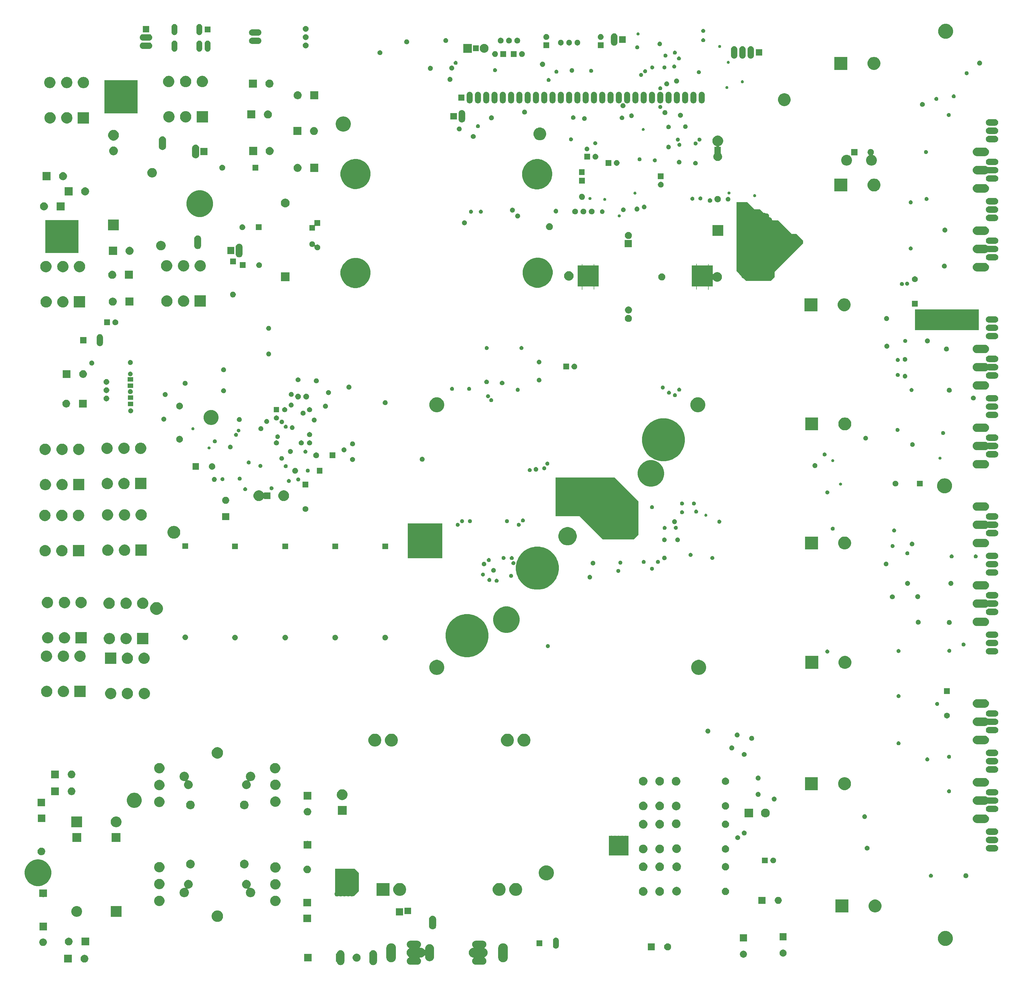
<source format=gbr>
G04 #@! TF.GenerationSoftware,KiCad,Pcbnew,(5.1.2)-1*
G04 #@! TF.CreationDate,2019-06-24T11:34:57+02:00*
G04 #@! TF.ProjectId,SI3002V4.1,53493330-3032-4563-942e-312e6b696361,rev?*
G04 #@! TF.SameCoordinates,Original*
G04 #@! TF.FileFunction,Soldermask,Top*
G04 #@! TF.FilePolarity,Negative*
%FSLAX46Y46*%
G04 Gerber Fmt 4.6, Leading zero omitted, Abs format (unit mm)*
G04 Created by KiCad (PCBNEW (5.1.2)-1) date 2019-06-24 11:34:57*
%MOMM*%
%LPD*%
G04 APERTURE LIST*
%ADD10C,0.100000*%
%ADD11C,0.150000*%
%ADD12C,0.200000*%
G04 APERTURE END LIST*
D10*
G36*
X100935000Y-223530000D02*
G01*
X100935000Y-229110000D01*
X99490000Y-230555000D01*
X93715000Y-230555000D01*
X93715000Y-222275000D01*
X99680000Y-222275000D01*
X100935000Y-223530000D01*
G37*
X100935000Y-223530000D02*
X100935000Y-229110000D01*
X99490000Y-230555000D01*
X93715000Y-230555000D01*
X93715000Y-222275000D01*
X99680000Y-222275000D01*
X100935000Y-223530000D01*
G36*
X183600000Y-218055000D02*
G01*
X177640000Y-218055000D01*
X177640000Y-212135000D01*
X183600000Y-212135000D01*
X183600000Y-218055000D01*
G37*
X183600000Y-218055000D02*
X177640000Y-218055000D01*
X177640000Y-212135000D01*
X183600000Y-212135000D01*
X183600000Y-218055000D01*
G36*
X290905000Y-57210000D02*
G01*
X271470000Y-57210000D01*
X271470000Y-50980000D01*
X290905000Y-50980000D01*
X290905000Y-57210000D01*
G37*
X290905000Y-57210000D02*
X271470000Y-57210000D01*
X271470000Y-50980000D01*
X290905000Y-50980000D01*
X290905000Y-57210000D01*
G36*
X222160000Y-20310000D02*
G01*
X223865000Y-20310000D01*
X224980000Y-21425000D01*
X225465000Y-21425000D01*
X227740000Y-23700000D01*
X229490000Y-23700000D01*
X233735000Y-27945000D01*
X233800000Y-27880000D01*
X235085000Y-27880000D01*
X237085000Y-29880000D01*
X237085000Y-30730000D01*
X228385000Y-39430000D01*
X228385000Y-41015000D01*
X227270000Y-42130000D01*
X219680000Y-42130000D01*
X216745000Y-39195000D01*
X216745000Y-18135000D01*
X216820000Y-18130000D01*
X219980000Y-18130000D01*
X222160000Y-20310000D01*
G37*
X222160000Y-20310000D02*
X223865000Y-20310000D01*
X224980000Y-21425000D01*
X225465000Y-21425000D01*
X227740000Y-23700000D01*
X229490000Y-23700000D01*
X233735000Y-27945000D01*
X233800000Y-27880000D01*
X235085000Y-27880000D01*
X237085000Y-29880000D01*
X237085000Y-30730000D01*
X228385000Y-39430000D01*
X228385000Y-41015000D01*
X227270000Y-42130000D01*
X219680000Y-42130000D01*
X216745000Y-39195000D01*
X216745000Y-18135000D01*
X216820000Y-18130000D01*
X219980000Y-18130000D01*
X222160000Y-20310000D01*
G36*
X186635000Y-109710000D02*
G01*
X186635000Y-119985000D01*
X185275000Y-121345000D01*
X175730000Y-121345000D01*
X168580000Y-114195000D01*
X161325000Y-114195000D01*
X161325000Y-102400000D01*
X179325000Y-102400000D01*
X186635000Y-109710000D01*
G37*
X186635000Y-109710000D02*
X186635000Y-119985000D01*
X185275000Y-121345000D01*
X175730000Y-121345000D01*
X168580000Y-114195000D01*
X161325000Y-114195000D01*
X161325000Y-102400000D01*
X179325000Y-102400000D01*
X186635000Y-109710000D01*
G36*
X126515000Y-127085000D02*
G01*
X116010000Y-127085000D01*
X116010000Y-116475000D01*
X126515000Y-116475000D01*
X126515000Y-127085000D01*
G37*
X126515000Y-127085000D02*
X116010000Y-127085000D01*
X116010000Y-116475000D01*
X126515000Y-116475000D01*
X126515000Y-127085000D01*
D11*
X169416350Y-44837500D02*
X169416350Y-37058750D01*
X173067600Y-44758125D02*
X173067600Y-37058750D01*
X204500100Y-44758125D02*
X204500100Y-36979375D01*
X208151350Y-44837500D02*
X208151350Y-37058750D01*
D12*
G36*
X95630529Y-247194311D02*
G01*
X95853450Y-247261934D01*
X96058895Y-247371746D01*
X96238971Y-247519529D01*
X96386754Y-247699604D01*
X96496566Y-247905049D01*
X96564189Y-248127970D01*
X96581300Y-248301703D01*
X96581300Y-250630697D01*
X96564189Y-250804430D01*
X96496566Y-251027351D01*
X96386754Y-251232796D01*
X96238971Y-251412871D01*
X96058896Y-251560654D01*
X95853451Y-251670466D01*
X95630530Y-251738089D01*
X95398700Y-251760922D01*
X95166871Y-251738089D01*
X94943950Y-251670466D01*
X94738505Y-251560654D01*
X94558430Y-251412871D01*
X94410647Y-251232796D01*
X94300835Y-251027351D01*
X94233212Y-250804430D01*
X94232584Y-250798058D01*
X94227806Y-250774038D01*
X94218429Y-250751399D01*
X94204815Y-250731025D01*
X94187488Y-250713698D01*
X94167114Y-250700084D01*
X94144475Y-250690707D01*
X94108190Y-250685325D01*
X94029325Y-250685325D01*
X94029325Y-248246925D01*
X94108204Y-248246925D01*
X94132590Y-248244523D01*
X94156039Y-248237410D01*
X94177650Y-248225859D01*
X94196592Y-248210314D01*
X94212137Y-248191372D01*
X94223688Y-248169761D01*
X94230801Y-248146312D01*
X94232597Y-248134205D01*
X94233211Y-248127971D01*
X94300834Y-247905050D01*
X94410646Y-247699605D01*
X94558429Y-247519529D01*
X94738504Y-247371746D01*
X94943949Y-247261934D01*
X95166870Y-247194311D01*
X95398700Y-247171478D01*
X95630529Y-247194311D01*
X95630529Y-247194311D01*
G37*
G36*
X105630529Y-247194311D02*
G01*
X105853450Y-247261934D01*
X106058895Y-247371746D01*
X106238971Y-247519529D01*
X106386754Y-247699604D01*
X106496566Y-247905049D01*
X106564189Y-248127970D01*
X106581300Y-248301703D01*
X106581300Y-250630697D01*
X106564189Y-250804430D01*
X106496566Y-251027351D01*
X106386754Y-251232796D01*
X106238971Y-251412871D01*
X106058896Y-251560654D01*
X105853451Y-251670466D01*
X105630530Y-251738089D01*
X105398700Y-251760922D01*
X105166871Y-251738089D01*
X104943950Y-251670466D01*
X104738505Y-251560654D01*
X104558430Y-251412871D01*
X104410647Y-251232796D01*
X104300835Y-251027351D01*
X104233212Y-250804430D01*
X104216101Y-250630697D01*
X104216100Y-248301704D01*
X104233211Y-248127971D01*
X104300834Y-247905050D01*
X104410646Y-247699605D01*
X104558429Y-247519529D01*
X104738504Y-247371746D01*
X104943949Y-247261934D01*
X105166870Y-247194311D01*
X105398700Y-247171478D01*
X105630529Y-247194311D01*
X105630529Y-247194311D01*
G37*
G36*
X139182828Y-244301588D02*
G01*
X139396324Y-244366351D01*
X139593083Y-244471521D01*
X139765544Y-244613056D01*
X139907079Y-244785517D01*
X140012249Y-244982276D01*
X140077012Y-245195772D01*
X140098880Y-245417800D01*
X140077012Y-245639828D01*
X140012249Y-245853324D01*
X139907079Y-246050083D01*
X139765544Y-246222544D01*
X139593083Y-246364079D01*
X139581168Y-246370448D01*
X139560800Y-246384057D01*
X139543473Y-246401384D01*
X139529859Y-246421758D01*
X139520482Y-246444397D01*
X139515701Y-246468430D01*
X139515701Y-246492934D01*
X139520481Y-246516967D01*
X139529858Y-246539606D01*
X139543472Y-246559981D01*
X139560799Y-246577308D01*
X139581174Y-246590922D01*
X139804394Y-246710237D01*
X139820974Y-246719099D01*
X140046729Y-246904371D01*
X140232001Y-247130126D01*
X140232002Y-247130128D01*
X140369670Y-247387686D01*
X140454448Y-247667162D01*
X140483073Y-247957800D01*
X140454448Y-248248438D01*
X140369670Y-248527914D01*
X140306259Y-248646547D01*
X140232001Y-248785474D01*
X140046729Y-249011229D01*
X139820974Y-249196501D01*
X139820972Y-249196502D01*
X139581174Y-249324678D01*
X139560799Y-249338292D01*
X139543472Y-249355619D01*
X139529859Y-249375993D01*
X139520481Y-249398632D01*
X139515701Y-249422665D01*
X139515701Y-249447169D01*
X139520482Y-249471203D01*
X139529859Y-249493841D01*
X139543473Y-249514216D01*
X139560800Y-249531543D01*
X139581168Y-249545152D01*
X139593083Y-249551521D01*
X139765544Y-249693056D01*
X139907079Y-249865517D01*
X140012249Y-250062276D01*
X140077012Y-250275772D01*
X140098880Y-250497800D01*
X140077012Y-250719828D01*
X140012249Y-250933324D01*
X139907079Y-251130083D01*
X139765544Y-251302544D01*
X139593083Y-251444079D01*
X139396324Y-251549249D01*
X139182828Y-251614012D01*
X139016439Y-251630400D01*
X136792361Y-251630400D01*
X136625972Y-251614012D01*
X136412476Y-251549249D01*
X136215717Y-251444079D01*
X136043256Y-251302544D01*
X135901721Y-251130083D01*
X135796551Y-250933324D01*
X135731788Y-250719828D01*
X135709920Y-250497800D01*
X135731788Y-250275772D01*
X135796551Y-250062276D01*
X135901721Y-249865517D01*
X136043256Y-249693056D01*
X136091767Y-249653244D01*
X136109086Y-249635924D01*
X136122699Y-249615550D01*
X136132077Y-249592911D01*
X136136857Y-249568878D01*
X136136857Y-249544374D01*
X136132077Y-249520341D01*
X136122699Y-249497702D01*
X136109086Y-249477327D01*
X136091758Y-249460000D01*
X136071384Y-249446387D01*
X136048745Y-249437009D01*
X136024712Y-249432229D01*
X135889862Y-249418948D01*
X135610386Y-249334170D01*
X135352828Y-249196502D01*
X135352826Y-249196501D01*
X135127071Y-249011229D01*
X134941799Y-248785474D01*
X134867541Y-248646547D01*
X134804130Y-248527914D01*
X134719352Y-248248438D01*
X134690727Y-247957800D01*
X134719352Y-247667162D01*
X134804130Y-247387686D01*
X134941798Y-247130128D01*
X134941799Y-247130126D01*
X135127071Y-246904371D01*
X135352826Y-246719099D01*
X135379260Y-246704970D01*
X135610386Y-246581430D01*
X135889862Y-246496652D01*
X136024712Y-246483371D01*
X136048745Y-246478591D01*
X136071384Y-246469213D01*
X136091758Y-246455600D01*
X136109085Y-246438273D01*
X136122699Y-246417898D01*
X136132076Y-246395260D01*
X136136857Y-246371226D01*
X136136857Y-246346722D01*
X136132077Y-246322689D01*
X136122699Y-246300050D01*
X136109086Y-246279676D01*
X136091767Y-246262356D01*
X136043256Y-246222544D01*
X135901721Y-246050083D01*
X135796551Y-245853324D01*
X135731788Y-245639828D01*
X135709920Y-245417800D01*
X135731788Y-245195772D01*
X135796551Y-244982276D01*
X135901721Y-244785517D01*
X136043256Y-244613056D01*
X136215717Y-244471521D01*
X136412476Y-244366351D01*
X136625972Y-244301588D01*
X136792361Y-244285200D01*
X139016439Y-244285200D01*
X139182828Y-244301588D01*
X139182828Y-244301588D01*
G37*
G36*
X119180328Y-244301588D02*
G01*
X119393824Y-244366351D01*
X119590583Y-244471521D01*
X119763044Y-244613056D01*
X119904579Y-244785517D01*
X120009749Y-244982276D01*
X120074512Y-245195772D01*
X120096380Y-245417800D01*
X120074512Y-245639828D01*
X120009749Y-245853324D01*
X119904579Y-246050083D01*
X119763044Y-246222544D01*
X119725231Y-246253576D01*
X119707904Y-246270903D01*
X119694291Y-246291277D01*
X119684913Y-246313916D01*
X119680133Y-246337949D01*
X119680133Y-246362453D01*
X119684913Y-246386486D01*
X119694291Y-246409125D01*
X119707905Y-246429500D01*
X119725232Y-246446827D01*
X119745606Y-246460440D01*
X119768245Y-246469818D01*
X119804530Y-246475200D01*
X120016131Y-246475200D01*
X120233938Y-246496652D01*
X120513414Y-246581430D01*
X120744540Y-246704970D01*
X120770974Y-246719099D01*
X120996729Y-246904371D01*
X121079157Y-247004810D01*
X121116077Y-247049797D01*
X121133404Y-247067124D01*
X121153778Y-247080737D01*
X121176417Y-247090115D01*
X121200450Y-247094895D01*
X121224954Y-247094895D01*
X121248987Y-247090115D01*
X121271626Y-247080737D01*
X121292001Y-247067123D01*
X121309328Y-247049796D01*
X121322941Y-247029422D01*
X121332319Y-247006783D01*
X121337701Y-246970498D01*
X121337701Y-246621869D01*
X121357179Y-246424101D01*
X121403765Y-246270527D01*
X121434157Y-246170339D01*
X121494592Y-246057273D01*
X121559160Y-245936473D01*
X121727388Y-245731487D01*
X121932374Y-245563259D01*
X122166238Y-245438257D01*
X122166240Y-245438256D01*
X122293120Y-245399767D01*
X122420002Y-245361278D01*
X122683900Y-245335287D01*
X122947799Y-245361278D01*
X123074681Y-245399767D01*
X123201561Y-245438256D01*
X123201563Y-245438257D01*
X123435427Y-245563259D01*
X123640413Y-245731487D01*
X123808641Y-245936473D01*
X123873209Y-246057273D01*
X123933644Y-246170339D01*
X123964036Y-246270527D01*
X124010622Y-246424101D01*
X124030100Y-246621869D01*
X124030100Y-249294131D01*
X124010622Y-249491899D01*
X123983532Y-249581202D01*
X123957438Y-249667224D01*
X123933643Y-249745663D01*
X123808641Y-249979526D01*
X123640412Y-250184513D01*
X123435426Y-250352741D01*
X123201562Y-250477743D01*
X123201560Y-250477744D01*
X123074680Y-250516232D01*
X122947798Y-250554722D01*
X122683900Y-250580713D01*
X122420001Y-250554722D01*
X122293119Y-250516232D01*
X122166239Y-250477744D01*
X122166237Y-250477743D01*
X121932374Y-250352741D01*
X121727387Y-250184512D01*
X121559159Y-249979526D01*
X121434157Y-249745662D01*
X121410363Y-249667223D01*
X121380530Y-249568878D01*
X121357178Y-249491898D01*
X121337700Y-249294130D01*
X121337700Y-248945102D01*
X121335298Y-248920716D01*
X121328185Y-248897267D01*
X121316634Y-248875656D01*
X121301089Y-248856714D01*
X121282147Y-248841169D01*
X121260536Y-248829618D01*
X121237087Y-248822505D01*
X121212701Y-248820103D01*
X121188315Y-248822505D01*
X121164866Y-248829618D01*
X121143255Y-248841169D01*
X121124313Y-248856714D01*
X121116086Y-248865792D01*
X120996729Y-249011229D01*
X120770974Y-249196501D01*
X120770972Y-249196502D01*
X120513414Y-249334170D01*
X120233938Y-249418948D01*
X120016131Y-249440400D01*
X119804530Y-249440400D01*
X119780144Y-249442802D01*
X119756695Y-249449915D01*
X119735084Y-249461466D01*
X119716142Y-249477011D01*
X119700597Y-249495953D01*
X119689046Y-249517564D01*
X119681933Y-249541013D01*
X119679531Y-249565399D01*
X119681933Y-249589785D01*
X119689046Y-249613234D01*
X119700597Y-249634845D01*
X119725230Y-249662023D01*
X119763044Y-249693056D01*
X119904579Y-249865517D01*
X120009749Y-250062276D01*
X120074512Y-250275772D01*
X120096380Y-250497800D01*
X120074512Y-250719828D01*
X120009749Y-250933324D01*
X119904579Y-251130083D01*
X119763044Y-251302544D01*
X119590583Y-251444079D01*
X119393824Y-251549249D01*
X119180328Y-251614012D01*
X119013939Y-251630400D01*
X116789861Y-251630400D01*
X116623472Y-251614012D01*
X116409976Y-251549249D01*
X116213217Y-251444079D01*
X116040756Y-251302544D01*
X115899221Y-251130083D01*
X115794051Y-250933324D01*
X115729288Y-250719828D01*
X115707420Y-250497800D01*
X115729288Y-250275772D01*
X115794051Y-250062276D01*
X115899221Y-249865517D01*
X116040756Y-249693056D01*
X116213217Y-249551521D01*
X116383883Y-249460298D01*
X116404251Y-249446689D01*
X116421578Y-249429362D01*
X116435192Y-249408987D01*
X116444570Y-249386348D01*
X116449350Y-249362315D01*
X116449350Y-249337811D01*
X116444570Y-249313778D01*
X116435192Y-249291139D01*
X116421579Y-249270765D01*
X116404252Y-249253438D01*
X116383877Y-249239824D01*
X116302828Y-249196502D01*
X116302826Y-249196501D01*
X116077071Y-249011229D01*
X115891799Y-248785474D01*
X115817541Y-248646547D01*
X115754130Y-248527914D01*
X115669352Y-248248438D01*
X115640727Y-247957800D01*
X115669352Y-247667162D01*
X115754130Y-247387686D01*
X115891798Y-247130128D01*
X115891799Y-247130126D01*
X116077071Y-246904371D01*
X116302826Y-246719099D01*
X116319406Y-246710237D01*
X116383877Y-246675776D01*
X116404252Y-246662162D01*
X116421579Y-246644835D01*
X116435192Y-246624461D01*
X116444570Y-246601822D01*
X116449350Y-246577789D01*
X116449350Y-246553285D01*
X116444570Y-246529252D01*
X116435192Y-246506613D01*
X116421578Y-246486238D01*
X116404251Y-246468911D01*
X116383883Y-246455302D01*
X116213217Y-246364079D01*
X116040756Y-246222544D01*
X115899221Y-246050083D01*
X115794051Y-245853324D01*
X115729288Y-245639828D01*
X115707420Y-245417800D01*
X115729288Y-245195772D01*
X115794051Y-244982276D01*
X115899221Y-244785517D01*
X116040756Y-244613056D01*
X116213217Y-244471521D01*
X116409976Y-244366351D01*
X116623472Y-244301588D01*
X116789861Y-244285200D01*
X119013939Y-244285200D01*
X119180328Y-244301588D01*
X119180328Y-244301588D01*
G37*
G36*
X17281851Y-248646546D02*
G01*
X17497072Y-248735694D01*
X17690761Y-248865112D01*
X17855488Y-249029839D01*
X17984906Y-249223528D01*
X18074054Y-249438749D01*
X18119500Y-249667223D01*
X18119500Y-249900177D01*
X18074054Y-250128651D01*
X17984906Y-250343872D01*
X17855488Y-250537561D01*
X17690761Y-250702288D01*
X17497072Y-250831706D01*
X17281851Y-250920854D01*
X17053377Y-250966300D01*
X16820423Y-250966300D01*
X16591949Y-250920854D01*
X16376728Y-250831706D01*
X16183039Y-250702288D01*
X16018312Y-250537561D01*
X15888894Y-250343872D01*
X15799746Y-250128651D01*
X15754300Y-249900177D01*
X15754300Y-249667223D01*
X15799746Y-249438749D01*
X15888894Y-249223528D01*
X16018312Y-249029839D01*
X16183039Y-248865112D01*
X16376728Y-248735694D01*
X16591949Y-248646546D01*
X16820423Y-248601100D01*
X17053377Y-248601100D01*
X17281851Y-248646546D01*
X17281851Y-248646546D01*
G37*
G36*
X13039500Y-250966300D02*
G01*
X10674300Y-250966300D01*
X10674300Y-248601100D01*
X13039500Y-248601100D01*
X13039500Y-250966300D01*
X13039500Y-250966300D01*
G37*
G36*
X111207538Y-245090252D02*
G01*
X111487014Y-245175030D01*
X111688689Y-245282828D01*
X111744574Y-245312699D01*
X111970329Y-245497971D01*
X112155601Y-245723726D01*
X112155602Y-245723728D01*
X112293270Y-245981286D01*
X112378048Y-246260762D01*
X112399500Y-246478569D01*
X112399500Y-249437031D01*
X112378048Y-249654838D01*
X112293270Y-249934314D01*
X112189394Y-250128651D01*
X112155601Y-250191874D01*
X111970329Y-250417629D01*
X111744573Y-250602901D01*
X111744571Y-250602902D01*
X111487013Y-250740570D01*
X111207537Y-250825348D01*
X110916900Y-250853973D01*
X110626262Y-250825348D01*
X110346786Y-250740570D01*
X110089228Y-250602902D01*
X110089226Y-250602901D01*
X109863471Y-250417629D01*
X109678199Y-250191873D01*
X109608928Y-250062276D01*
X109540530Y-249934313D01*
X109455752Y-249654837D01*
X109434300Y-249437030D01*
X109434301Y-246478569D01*
X109455753Y-246260762D01*
X109540531Y-245981286D01*
X109678199Y-245723728D01*
X109678200Y-245723726D01*
X109863472Y-245497971D01*
X110089227Y-245312699D01*
X110145112Y-245282828D01*
X110346787Y-245175030D01*
X110626263Y-245090252D01*
X110916900Y-245061627D01*
X111207538Y-245090252D01*
X111207538Y-245090252D01*
G37*
G36*
X145497538Y-245090252D02*
G01*
X145777014Y-245175030D01*
X145978689Y-245282828D01*
X146034574Y-245312699D01*
X146260329Y-245497971D01*
X146445601Y-245723726D01*
X146445602Y-245723728D01*
X146583270Y-245981286D01*
X146668048Y-246260762D01*
X146689500Y-246478569D01*
X146689500Y-249437031D01*
X146668048Y-249654838D01*
X146583270Y-249934314D01*
X146479394Y-250128651D01*
X146445601Y-250191874D01*
X146260329Y-250417629D01*
X146034573Y-250602901D01*
X146034571Y-250602902D01*
X145777013Y-250740570D01*
X145497537Y-250825348D01*
X145206900Y-250853973D01*
X144916262Y-250825348D01*
X144636786Y-250740570D01*
X144379228Y-250602902D01*
X144379226Y-250602901D01*
X144153471Y-250417629D01*
X143968199Y-250191873D01*
X143898928Y-250062276D01*
X143830530Y-249934313D01*
X143745752Y-249654837D01*
X143724300Y-249437030D01*
X143724301Y-246478569D01*
X143745753Y-246260762D01*
X143830531Y-245981286D01*
X143968199Y-245723728D01*
X143968200Y-245723726D01*
X144153472Y-245497971D01*
X144379227Y-245312699D01*
X144435112Y-245282828D01*
X144636787Y-245175030D01*
X144916263Y-245090252D01*
X145206900Y-245061627D01*
X145497538Y-245090252D01*
X145497538Y-245090252D01*
G37*
G36*
X100566379Y-248270352D02*
G01*
X100684152Y-248293778D01*
X100776057Y-248331846D01*
X100906032Y-248385683D01*
X101105719Y-248519110D01*
X101275540Y-248688931D01*
X101408967Y-248888618D01*
X101462804Y-249018593D01*
X101500872Y-249110498D01*
X101502344Y-249117897D01*
X101547725Y-249346043D01*
X101547725Y-249586207D01*
X101500872Y-249821751D01*
X101408967Y-250043632D01*
X101275540Y-250243319D01*
X101105719Y-250413140D01*
X100906032Y-250546567D01*
X100823595Y-250580713D01*
X100684152Y-250638472D01*
X100566379Y-250661899D01*
X100448607Y-250685325D01*
X100208443Y-250685325D01*
X100090671Y-250661899D01*
X99972898Y-250638472D01*
X99833455Y-250580713D01*
X99751018Y-250546567D01*
X99551331Y-250413140D01*
X99381510Y-250243319D01*
X99248083Y-250043632D01*
X99156178Y-249821751D01*
X99109325Y-249586207D01*
X99109325Y-249346043D01*
X99154706Y-249117897D01*
X99156178Y-249110498D01*
X99194246Y-249018593D01*
X99248083Y-248888618D01*
X99381510Y-248688931D01*
X99551331Y-248519110D01*
X99751018Y-248385683D01*
X99880993Y-248331846D01*
X99972898Y-248293778D01*
X100090671Y-248270352D01*
X100208443Y-248246925D01*
X100448607Y-248246925D01*
X100566379Y-248270352D01*
X100566379Y-248270352D01*
G37*
G36*
X86581300Y-250648800D02*
G01*
X84216100Y-250648800D01*
X84216100Y-248283600D01*
X86581300Y-248283600D01*
X86581300Y-250648800D01*
X86581300Y-250648800D01*
G37*
G36*
X219182582Y-247353103D02*
G01*
X219379602Y-247434712D01*
X219379603Y-247434713D01*
X219556917Y-247553190D01*
X219707710Y-247703983D01*
X219745886Y-247761118D01*
X219826188Y-247881298D01*
X219907797Y-248078318D01*
X219949400Y-248287472D01*
X219949400Y-248500728D01*
X219907797Y-248709882D01*
X219826188Y-248906902D01*
X219767351Y-248994958D01*
X219707710Y-249084217D01*
X219556917Y-249235010D01*
X219472914Y-249291139D01*
X219379602Y-249353488D01*
X219182582Y-249435097D01*
X218973428Y-249476700D01*
X218760172Y-249476700D01*
X218551018Y-249435097D01*
X218353998Y-249353488D01*
X218260686Y-249291139D01*
X218176683Y-249235010D01*
X218025890Y-249084217D01*
X217966249Y-248994958D01*
X217907412Y-248906902D01*
X217825803Y-248709882D01*
X217784200Y-248500728D01*
X217784200Y-248287472D01*
X217825803Y-248078318D01*
X217907412Y-247881298D01*
X217987714Y-247761118D01*
X218025890Y-247703983D01*
X218176683Y-247553190D01*
X218353997Y-247434713D01*
X218353998Y-247434712D01*
X218551018Y-247353103D01*
X218760172Y-247311500D01*
X218973428Y-247311500D01*
X219182582Y-247353103D01*
X219182582Y-247353103D01*
G37*
G36*
X231342682Y-247035903D02*
G01*
X231539702Y-247117512D01*
X231548346Y-247123288D01*
X231717017Y-247235990D01*
X231867810Y-247386783D01*
X231867811Y-247386785D01*
X231986288Y-247564098D01*
X232067897Y-247761118D01*
X232109500Y-247970272D01*
X232109500Y-248183528D01*
X232067897Y-248392682D01*
X231986288Y-248589702D01*
X231986287Y-248589703D01*
X231867810Y-248767017D01*
X231717017Y-248917810D01*
X231676171Y-248945102D01*
X231539702Y-249036288D01*
X231342682Y-249117897D01*
X231133528Y-249159500D01*
X230920272Y-249159500D01*
X230711118Y-249117897D01*
X230514098Y-249036288D01*
X230377629Y-248945102D01*
X230336783Y-248917810D01*
X230185990Y-248767017D01*
X230067513Y-248589703D01*
X230067512Y-248589702D01*
X229985903Y-248392682D01*
X229944300Y-248183528D01*
X229944300Y-247970272D01*
X229985903Y-247761118D01*
X230067512Y-247564098D01*
X230185989Y-247386785D01*
X230185990Y-247386783D01*
X230336783Y-247235990D01*
X230505454Y-247123288D01*
X230514098Y-247117512D01*
X230711118Y-247035903D01*
X230920272Y-246994300D01*
X231133528Y-246994300D01*
X231342682Y-247035903D01*
X231342682Y-247035903D01*
G37*
G36*
X191732100Y-247246500D02*
G01*
X189566900Y-247246500D01*
X189566900Y-245081300D01*
X191732100Y-245081300D01*
X191732100Y-247246500D01*
X191732100Y-247246500D01*
G37*
G36*
X195965282Y-245122903D02*
G01*
X196162302Y-245204512D01*
X196162303Y-245204513D01*
X196339617Y-245322990D01*
X196490410Y-245473783D01*
X196490411Y-245473785D01*
X196608888Y-245651098D01*
X196690497Y-245848118D01*
X196732100Y-246057272D01*
X196732100Y-246270528D01*
X196690497Y-246479682D01*
X196608888Y-246676702D01*
X196580560Y-246719098D01*
X196490410Y-246854017D01*
X196339617Y-247004810D01*
X196336664Y-247006783D01*
X196162302Y-247123288D01*
X195965282Y-247204897D01*
X195756128Y-247246500D01*
X195542872Y-247246500D01*
X195333718Y-247204897D01*
X195136698Y-247123288D01*
X194962336Y-247006783D01*
X194959383Y-247004810D01*
X194808590Y-246854017D01*
X194718440Y-246719098D01*
X194690112Y-246676702D01*
X194608503Y-246479682D01*
X194566900Y-246270528D01*
X194566900Y-246057272D01*
X194608503Y-245848118D01*
X194690112Y-245651098D01*
X194808589Y-245473785D01*
X194808590Y-245473783D01*
X194959383Y-245322990D01*
X195136697Y-245204513D01*
X195136698Y-245204512D01*
X195333718Y-245122903D01*
X195542872Y-245081300D01*
X195756128Y-245081300D01*
X195965282Y-245122903D01*
X195965282Y-245122903D01*
G37*
G36*
X161573875Y-243332363D02*
G01*
X161714836Y-243375124D01*
X161741450Y-243383197D01*
X161787565Y-243407846D01*
X161895892Y-243465747D01*
X162031260Y-243576840D01*
X162142354Y-243712210D01*
X162224903Y-243866649D01*
X162275737Y-244034224D01*
X162288600Y-244164828D01*
X162288600Y-245877772D01*
X162275737Y-246008376D01*
X162224903Y-246175951D01*
X162142354Y-246330390D01*
X162031260Y-246465760D01*
X161895890Y-246576854D01*
X161741451Y-246659403D01*
X161573876Y-246710237D01*
X161399600Y-246727401D01*
X161225325Y-246710237D01*
X161057750Y-246659403D01*
X160903311Y-246576854D01*
X160767941Y-246465760D01*
X160656847Y-246330390D01*
X160574298Y-246175951D01*
X160523464Y-246008376D01*
X160510601Y-245877772D01*
X160510600Y-244164829D01*
X160523463Y-244034225D01*
X160574297Y-243866651D01*
X160574297Y-243866650D01*
X160601814Y-243815170D01*
X160656847Y-243712208D01*
X160767940Y-243576840D01*
X160903310Y-243465746D01*
X161057749Y-243383197D01*
X161225324Y-243332363D01*
X161399600Y-243315199D01*
X161573875Y-243332363D01*
X161573875Y-243332363D01*
G37*
G36*
X157208600Y-245910300D02*
G01*
X155430600Y-245910300D01*
X155430600Y-244132300D01*
X157208600Y-244132300D01*
X157208600Y-245910300D01*
X157208600Y-245910300D01*
G37*
G36*
X281228403Y-241335613D02*
G01*
X281450677Y-241379826D01*
X281869432Y-241553280D01*
X282246302Y-241805096D01*
X282566804Y-242125598D01*
X282818620Y-242502468D01*
X282992074Y-242921223D01*
X282992074Y-242921224D01*
X283080500Y-243365770D01*
X283080500Y-243819030D01*
X283047521Y-243984828D01*
X282992074Y-244263577D01*
X282818620Y-244682332D01*
X282566804Y-245059202D01*
X282246302Y-245379704D01*
X281869432Y-245631520D01*
X281450677Y-245804974D01*
X281240971Y-245846687D01*
X281006130Y-245893400D01*
X280552870Y-245893400D01*
X280318029Y-245846687D01*
X280108323Y-245804974D01*
X279689568Y-245631520D01*
X279312698Y-245379704D01*
X278992196Y-245059202D01*
X278740380Y-244682332D01*
X278566926Y-244263577D01*
X278511479Y-243984828D01*
X278478500Y-243819030D01*
X278478500Y-243365770D01*
X278566926Y-242921224D01*
X278566926Y-242921223D01*
X278740380Y-242502468D01*
X278992196Y-242125598D01*
X279312698Y-241805096D01*
X279689568Y-241553280D01*
X280108323Y-241379826D01*
X280330597Y-241335613D01*
X280552870Y-241291400D01*
X281006130Y-241291400D01*
X281228403Y-241335613D01*
X281228403Y-241335613D01*
G37*
G36*
X4574304Y-243624112D02*
G01*
X4784628Y-243711231D01*
X4786093Y-243712210D01*
X4973916Y-243837709D01*
X5134891Y-243998684D01*
X5158639Y-244034226D01*
X5261369Y-244187972D01*
X5348488Y-244398296D01*
X5392900Y-244621572D01*
X5392900Y-244849228D01*
X5348488Y-245072504D01*
X5261369Y-245282828D01*
X5226317Y-245335287D01*
X5134891Y-245472116D01*
X4973916Y-245633091D01*
X4900489Y-245682153D01*
X4784628Y-245759569D01*
X4574304Y-245846688D01*
X4351028Y-245891100D01*
X4123372Y-245891100D01*
X3900096Y-245846688D01*
X3689772Y-245759569D01*
X3573911Y-245682153D01*
X3500484Y-245633091D01*
X3339509Y-245472116D01*
X3248083Y-245335287D01*
X3213031Y-245282828D01*
X3125912Y-245072504D01*
X3081500Y-244849228D01*
X3081500Y-244621572D01*
X3125912Y-244398296D01*
X3213031Y-244187972D01*
X3315761Y-244034226D01*
X3339509Y-243998684D01*
X3500484Y-243837709D01*
X3688307Y-243712210D01*
X3689772Y-243711231D01*
X3900096Y-243624112D01*
X4123372Y-243579700D01*
X4351028Y-243579700D01*
X4574304Y-243624112D01*
X4574304Y-243624112D01*
G37*
G36*
X12439951Y-243407846D02*
G01*
X12655172Y-243496994D01*
X12848861Y-243626412D01*
X13013588Y-243791139D01*
X13143006Y-243984828D01*
X13232154Y-244200049D01*
X13277600Y-244428523D01*
X13277600Y-244661477D01*
X13232154Y-244889951D01*
X13143006Y-245105172D01*
X13013588Y-245298861D01*
X12848861Y-245463588D01*
X12655172Y-245593006D01*
X12439951Y-245682154D01*
X12211477Y-245727600D01*
X11978523Y-245727600D01*
X11750049Y-245682154D01*
X11534828Y-245593006D01*
X11341139Y-245463588D01*
X11176412Y-245298861D01*
X11046994Y-245105172D01*
X10957846Y-244889951D01*
X10912400Y-244661477D01*
X10912400Y-244428523D01*
X10957846Y-244200049D01*
X11046994Y-243984828D01*
X11176412Y-243791139D01*
X11341139Y-243626412D01*
X11534828Y-243496994D01*
X11750049Y-243407846D01*
X11978523Y-243362400D01*
X12211477Y-243362400D01*
X12439951Y-243407846D01*
X12439951Y-243407846D01*
G37*
G36*
X18357600Y-245727600D02*
G01*
X15992400Y-245727600D01*
X15992400Y-243362400D01*
X18357600Y-243362400D01*
X18357600Y-245727600D01*
X18357600Y-245727600D01*
G37*
G36*
X219949400Y-244476700D02*
G01*
X217784200Y-244476700D01*
X217784200Y-242311500D01*
X219949400Y-242311500D01*
X219949400Y-244476700D01*
X219949400Y-244476700D01*
G37*
G36*
X232109500Y-244159500D02*
G01*
X229944300Y-244159500D01*
X229944300Y-241994300D01*
X232109500Y-241994300D01*
X232109500Y-244159500D01*
X232109500Y-244159500D01*
G37*
G36*
X5471900Y-241096900D02*
G01*
X3160500Y-241096900D01*
X3160500Y-238785500D01*
X5471900Y-238785500D01*
X5471900Y-241096900D01*
X5471900Y-241096900D01*
G37*
G36*
X123828715Y-236667219D02*
G01*
X123828718Y-236667220D01*
X123828719Y-236667220D01*
X124032206Y-236728947D01*
X124032209Y-236728949D01*
X124032210Y-236728949D01*
X124219739Y-236829185D01*
X124219741Y-236829186D01*
X124219740Y-236829186D01*
X124384115Y-236964085D01*
X124519014Y-237128460D01*
X124619253Y-237315994D01*
X124680980Y-237519481D01*
X124680981Y-237519485D01*
X124696600Y-237678067D01*
X124696600Y-239790733D01*
X124680981Y-239949315D01*
X124680980Y-239949318D01*
X124680980Y-239949319D01*
X124619253Y-240152806D01*
X124619251Y-240152809D01*
X124619251Y-240152810D01*
X124529326Y-240321049D01*
X124519014Y-240340340D01*
X124384115Y-240504715D01*
X124219740Y-240639614D01*
X124219736Y-240639616D01*
X124219735Y-240639617D01*
X124032209Y-240739851D01*
X124032205Y-240739853D01*
X123828718Y-240801580D01*
X123828717Y-240801580D01*
X123828714Y-240801581D01*
X123617100Y-240822423D01*
X123405485Y-240801581D01*
X123405482Y-240801580D01*
X123405481Y-240801580D01*
X123201994Y-240739853D01*
X123201990Y-240739851D01*
X123014461Y-240639615D01*
X122889209Y-240536823D01*
X122850085Y-240504715D01*
X122715186Y-240340340D01*
X122704875Y-240321049D01*
X122614949Y-240152809D01*
X122614948Y-240152806D01*
X122614947Y-240152805D01*
X122553220Y-239949318D01*
X122553220Y-239949317D01*
X122553219Y-239949314D01*
X122537600Y-239790732D01*
X122537601Y-237678067D01*
X122553220Y-237519485D01*
X122553221Y-237519481D01*
X122614948Y-237315994D01*
X122715187Y-237128460D01*
X122850086Y-236964085D01*
X123014461Y-236829186D01*
X123014460Y-236829186D01*
X123014462Y-236829185D01*
X123201991Y-236728949D01*
X123201992Y-236728949D01*
X123201995Y-236728947D01*
X123405482Y-236667220D01*
X123405483Y-236667220D01*
X123405486Y-236667219D01*
X123617100Y-236646377D01*
X123828715Y-236667219D01*
X123828715Y-236667219D01*
G37*
G36*
X86354900Y-238588600D02*
G01*
X84043500Y-238588600D01*
X84043500Y-236277200D01*
X86354900Y-236277200D01*
X86354900Y-238588600D01*
X86354900Y-238588600D01*
G37*
G36*
X58054210Y-235060035D02*
G01*
X58166973Y-235082465D01*
X58298966Y-235137138D01*
X58485633Y-235214458D01*
X58772421Y-235406084D01*
X59016316Y-235649979D01*
X59207942Y-235936767D01*
X59285262Y-236123434D01*
X59295501Y-236148153D01*
X59339935Y-236255428D01*
X59407225Y-236593715D01*
X59407225Y-236938635D01*
X59400469Y-236972600D01*
X59348197Y-237235389D01*
X59339935Y-237276922D01*
X59207942Y-237595583D01*
X59016316Y-237882371D01*
X58772421Y-238126266D01*
X58485633Y-238317892D01*
X58298966Y-238395212D01*
X58166973Y-238449885D01*
X58054210Y-238472315D01*
X57828685Y-238517175D01*
X57483765Y-238517175D01*
X57258240Y-238472315D01*
X57145477Y-238449885D01*
X57013484Y-238395212D01*
X56826817Y-238317892D01*
X56540029Y-238126266D01*
X56296134Y-237882371D01*
X56104508Y-237595583D01*
X55972515Y-237276922D01*
X55964254Y-237235389D01*
X55911981Y-236972600D01*
X55905225Y-236938635D01*
X55905225Y-236593715D01*
X55972515Y-236255428D01*
X56016950Y-236148153D01*
X56027188Y-236123434D01*
X56104508Y-235936767D01*
X56296134Y-235649979D01*
X56540029Y-235406084D01*
X56826817Y-235214458D01*
X57013484Y-235137138D01*
X57145477Y-235082465D01*
X57258240Y-235060035D01*
X57483765Y-235015175D01*
X57828685Y-235015175D01*
X58054210Y-235060035D01*
X58054210Y-235060035D01*
G37*
G36*
X28271600Y-236972600D02*
G01*
X24969600Y-236972600D01*
X24969600Y-233670600D01*
X28271600Y-233670600D01*
X28271600Y-236972600D01*
X28271600Y-236972600D01*
G37*
G36*
X14930956Y-233712898D02*
G01*
X15037279Y-233734047D01*
X15249737Y-233822050D01*
X15316809Y-233849832D01*
X15337742Y-233858503D01*
X15608151Y-234039185D01*
X15838115Y-234269149D01*
X16018797Y-234539558D01*
X16018798Y-234539560D01*
X16143253Y-234840022D01*
X16206700Y-235158989D01*
X16206700Y-235484211D01*
X16191671Y-235559764D01*
X16143253Y-235803179D01*
X16018797Y-236103642D01*
X15838115Y-236374051D01*
X15608151Y-236604015D01*
X15337742Y-236784697D01*
X15037279Y-236909153D01*
X14930956Y-236930302D01*
X14718311Y-236972600D01*
X14393089Y-236972600D01*
X14180444Y-236930302D01*
X14074121Y-236909153D01*
X13773658Y-236784697D01*
X13503249Y-236604015D01*
X13273285Y-236374051D01*
X13092603Y-236103642D01*
X12968147Y-235803179D01*
X12919729Y-235559764D01*
X12904700Y-235484211D01*
X12904700Y-235158989D01*
X12968147Y-234840022D01*
X13092602Y-234539560D01*
X13092603Y-234539558D01*
X13273285Y-234269149D01*
X13503249Y-234039185D01*
X13773658Y-233858503D01*
X13794592Y-233849832D01*
X13861663Y-233822050D01*
X14074121Y-233734047D01*
X14180444Y-233712898D01*
X14393089Y-233670600D01*
X14718311Y-233670600D01*
X14930956Y-233712898D01*
X14930956Y-233712898D01*
G37*
G36*
X114536600Y-236511900D02*
G01*
X112377600Y-236511900D01*
X112377600Y-234352900D01*
X114536600Y-234352900D01*
X114536600Y-236511900D01*
X114536600Y-236511900D01*
G37*
G36*
X116987600Y-236137400D02*
G01*
X115006400Y-236137400D01*
X115006400Y-234156200D01*
X116987600Y-234156200D01*
X116987600Y-236137400D01*
X116987600Y-236137400D01*
G37*
G36*
X251042400Y-235635900D02*
G01*
X247080000Y-235635900D01*
X247080000Y-231673500D01*
X251042400Y-231673500D01*
X251042400Y-235635900D01*
X251042400Y-235635900D01*
G37*
G36*
X259799094Y-231749636D02*
G01*
X259963588Y-231817772D01*
X260159650Y-231898983D01*
X260213609Y-231935038D01*
X260484139Y-232115799D01*
X260760101Y-232391761D01*
X260908940Y-232614515D01*
X260976917Y-232716250D01*
X261025158Y-232832715D01*
X261126264Y-233076806D01*
X261202400Y-233459568D01*
X261202400Y-233849832D01*
X261126264Y-234232594D01*
X261076431Y-234352900D01*
X260976917Y-234593150D01*
X260976916Y-234593151D01*
X260760101Y-234917639D01*
X260484139Y-235193601D01*
X260213609Y-235374362D01*
X260159650Y-235410417D01*
X259981499Y-235484209D01*
X259799094Y-235559764D01*
X259416332Y-235635900D01*
X259026068Y-235635900D01*
X258643306Y-235559764D01*
X258460901Y-235484209D01*
X258282750Y-235410417D01*
X258228791Y-235374362D01*
X257958261Y-235193601D01*
X257682299Y-234917639D01*
X257465484Y-234593151D01*
X257465483Y-234593150D01*
X257365969Y-234352900D01*
X257316136Y-234232594D01*
X257240000Y-233849832D01*
X257240000Y-233459568D01*
X257316136Y-233076806D01*
X257417242Y-232832715D01*
X257465483Y-232716250D01*
X257533460Y-232614515D01*
X257682299Y-232391761D01*
X257958261Y-232115799D01*
X258228791Y-231935038D01*
X258282750Y-231898983D01*
X258478812Y-231817772D01*
X258643306Y-231749636D01*
X259026068Y-231673500D01*
X259416332Y-231673500D01*
X259799094Y-231749636D01*
X259799094Y-231749636D01*
G37*
G36*
X86355300Y-233794100D02*
G01*
X84043900Y-233794100D01*
X84043900Y-231482700D01*
X86355300Y-231482700D01*
X86355300Y-233794100D01*
X86355300Y-233794100D01*
G37*
G36*
X40134116Y-230520748D02*
G01*
X40337953Y-230561293D01*
X40625967Y-230680593D01*
X40885174Y-230853789D01*
X41105611Y-231074226D01*
X41278807Y-231333433D01*
X41398107Y-231621447D01*
X41398107Y-231621449D01*
X41458925Y-231927201D01*
X41458925Y-232238949D01*
X41438652Y-232340866D01*
X41398107Y-232544703D01*
X41278807Y-232832717D01*
X41105611Y-233091924D01*
X40885174Y-233312361D01*
X40625967Y-233485557D01*
X40337953Y-233604857D01*
X40134116Y-233645402D01*
X40032199Y-233665675D01*
X39720451Y-233665675D01*
X39618534Y-233645402D01*
X39414697Y-233604857D01*
X39126683Y-233485557D01*
X38867476Y-233312361D01*
X38647039Y-233091924D01*
X38473843Y-232832717D01*
X38354543Y-232544703D01*
X38313998Y-232340866D01*
X38293725Y-232238949D01*
X38293725Y-231927201D01*
X38354543Y-231621449D01*
X38354543Y-231621447D01*
X38473843Y-231333433D01*
X38647039Y-231074226D01*
X38867476Y-230853789D01*
X39126683Y-230680593D01*
X39414697Y-230561293D01*
X39618534Y-230520748D01*
X39720451Y-230500475D01*
X40032199Y-230500475D01*
X40134116Y-230520748D01*
X40134116Y-230520748D01*
G37*
G36*
X75661979Y-230514295D02*
G01*
X75897753Y-230561193D01*
X76185767Y-230680493D01*
X76444974Y-230853689D01*
X76665411Y-231074126D01*
X76838607Y-231333333D01*
X76957907Y-231621347D01*
X76957927Y-231621449D01*
X77018725Y-231927101D01*
X77018725Y-232238849D01*
X76998452Y-232340766D01*
X76957907Y-232544603D01*
X76838607Y-232832617D01*
X76665411Y-233091824D01*
X76444974Y-233312261D01*
X76185767Y-233485457D01*
X75897753Y-233604757D01*
X75693916Y-233645302D01*
X75591999Y-233665575D01*
X75280251Y-233665575D01*
X75178334Y-233645302D01*
X74974497Y-233604757D01*
X74686483Y-233485457D01*
X74427276Y-233312261D01*
X74206839Y-233091824D01*
X74033643Y-232832617D01*
X73914343Y-232544603D01*
X73873798Y-232340766D01*
X73853525Y-232238849D01*
X73853525Y-231927101D01*
X73914323Y-231621449D01*
X73914343Y-231621347D01*
X74033643Y-231333333D01*
X74206839Y-231074126D01*
X74427276Y-230853689D01*
X74686483Y-230680493D01*
X74974497Y-230561193D01*
X75210271Y-230514295D01*
X75280251Y-230500375D01*
X75591999Y-230500375D01*
X75661979Y-230514295D01*
X75661979Y-230514295D01*
G37*
G36*
X229858382Y-230883403D02*
G01*
X230055402Y-230965012D01*
X230055403Y-230965013D01*
X230232717Y-231083490D01*
X230383510Y-231234283D01*
X230383511Y-231234285D01*
X230501988Y-231411598D01*
X230583597Y-231608618D01*
X230625200Y-231817772D01*
X230625200Y-232031028D01*
X230583597Y-232240182D01*
X230501988Y-232437202D01*
X230501987Y-232437203D01*
X230383510Y-232614517D01*
X230232717Y-232765310D01*
X230143458Y-232824951D01*
X230055402Y-232883788D01*
X229858382Y-232965397D01*
X229649228Y-233007000D01*
X229435972Y-233007000D01*
X229226818Y-232965397D01*
X229029798Y-232883788D01*
X228941742Y-232824951D01*
X228852483Y-232765310D01*
X228701690Y-232614517D01*
X228583213Y-232437203D01*
X228583212Y-232437202D01*
X228501603Y-232240182D01*
X228460000Y-232031028D01*
X228460000Y-231817772D01*
X228501603Y-231608618D01*
X228583212Y-231411598D01*
X228701689Y-231234285D01*
X228701690Y-231234283D01*
X228852483Y-231083490D01*
X229029797Y-230965013D01*
X229029798Y-230965012D01*
X229226818Y-230883403D01*
X229435972Y-230841800D01*
X229649228Y-230841800D01*
X229858382Y-230883403D01*
X229858382Y-230883403D01*
G37*
G36*
X225625200Y-233007000D02*
G01*
X223460000Y-233007000D01*
X223460000Y-230841800D01*
X225625200Y-230841800D01*
X225625200Y-233007000D01*
X225625200Y-233007000D01*
G37*
G36*
X66934829Y-225721785D02*
G01*
X67151178Y-225811400D01*
X67177348Y-225822240D01*
X67395608Y-225968077D01*
X67581223Y-226153692D01*
X67647936Y-226253535D01*
X67727061Y-226371954D01*
X67827515Y-226614471D01*
X67878725Y-226871924D01*
X67878725Y-227134426D01*
X67827515Y-227391879D01*
X67744222Y-227592965D01*
X67727060Y-227634398D01*
X67581223Y-227852658D01*
X67527442Y-227906439D01*
X67511902Y-227925375D01*
X67500351Y-227946986D01*
X67493238Y-227970435D01*
X67490836Y-227994821D01*
X67493238Y-228019207D01*
X67500351Y-228042656D01*
X67511902Y-228064267D01*
X67527447Y-228083209D01*
X67546389Y-228098754D01*
X67568000Y-228110305D01*
X67591449Y-228117418D01*
X67615835Y-228119820D01*
X67640221Y-228117418D01*
X67675125Y-228110475D01*
X67957325Y-228110475D01*
X68234099Y-228165528D01*
X68494814Y-228273520D01*
X68494816Y-228273521D01*
X68597894Y-228342396D01*
X68729453Y-228430301D01*
X68928999Y-228629847D01*
X69085780Y-228864486D01*
X69193772Y-229125201D01*
X69248825Y-229401975D01*
X69248825Y-229684175D01*
X69193772Y-229960949D01*
X69123955Y-230129501D01*
X69085779Y-230221666D01*
X69048769Y-230277055D01*
X68928999Y-230456303D01*
X68729453Y-230655849D01*
X68692421Y-230680593D01*
X68494816Y-230812629D01*
X68494815Y-230812630D01*
X68494814Y-230812630D01*
X68234099Y-230920622D01*
X67957325Y-230975675D01*
X67675125Y-230975675D01*
X67398351Y-230920622D01*
X67137636Y-230812630D01*
X67137635Y-230812630D01*
X67137634Y-230812629D01*
X66940029Y-230680593D01*
X66902997Y-230655849D01*
X66703451Y-230456303D01*
X66583681Y-230277055D01*
X66546671Y-230221666D01*
X66508495Y-230129501D01*
X66438678Y-229960949D01*
X66383625Y-229684175D01*
X66383625Y-229401975D01*
X66438678Y-229125201D01*
X66546670Y-228864486D01*
X66703451Y-228629847D01*
X66785641Y-228547657D01*
X66801186Y-228528715D01*
X66812737Y-228507104D01*
X66819850Y-228483655D01*
X66822252Y-228459269D01*
X66819850Y-228434883D01*
X66812737Y-228411434D01*
X66801186Y-228389823D01*
X66785641Y-228370881D01*
X66766699Y-228355336D01*
X66745088Y-228343785D01*
X66721639Y-228336672D01*
X66697253Y-228334270D01*
X66681969Y-228335775D01*
X66414874Y-228335775D01*
X66157421Y-228284565D01*
X65914904Y-228184111D01*
X65914903Y-228184111D01*
X65914902Y-228184110D01*
X65696642Y-228038273D01*
X65511027Y-227852658D01*
X65365190Y-227634398D01*
X65348028Y-227592965D01*
X65264735Y-227391879D01*
X65213525Y-227134426D01*
X65213525Y-226871924D01*
X65264735Y-226614471D01*
X65365189Y-226371954D01*
X65444314Y-226253535D01*
X65511027Y-226153692D01*
X65696642Y-225968077D01*
X65914902Y-225822240D01*
X65941072Y-225811400D01*
X66157421Y-225721785D01*
X66414874Y-225670575D01*
X66677376Y-225670575D01*
X66934829Y-225721785D01*
X66934829Y-225721785D01*
G37*
G36*
X49154929Y-225721785D02*
G01*
X49371278Y-225811400D01*
X49397448Y-225822240D01*
X49615708Y-225968077D01*
X49801323Y-226153692D01*
X49868036Y-226253535D01*
X49947161Y-226371954D01*
X50047615Y-226614471D01*
X50098825Y-226871924D01*
X50098825Y-227134426D01*
X50047615Y-227391879D01*
X49964322Y-227592965D01*
X49947160Y-227634398D01*
X49801323Y-227852658D01*
X49615708Y-228038273D01*
X49397448Y-228184110D01*
X49397447Y-228184111D01*
X49397446Y-228184111D01*
X49154929Y-228284565D01*
X48897476Y-228335775D01*
X48630249Y-228335775D01*
X48615217Y-228334295D01*
X48590831Y-228336698D01*
X48567382Y-228343812D01*
X48545772Y-228355364D01*
X48526831Y-228370910D01*
X48511286Y-228389852D01*
X48499736Y-228411464D01*
X48492624Y-228434913D01*
X48490223Y-228459299D01*
X48492626Y-228483685D01*
X48499740Y-228507134D01*
X48511292Y-228528744D01*
X48526834Y-228547682D01*
X48608999Y-228629847D01*
X48765780Y-228864486D01*
X48873772Y-229125201D01*
X48928825Y-229401975D01*
X48928825Y-229684175D01*
X48873772Y-229960949D01*
X48803955Y-230129501D01*
X48765779Y-230221666D01*
X48728769Y-230277055D01*
X48608999Y-230456303D01*
X48409453Y-230655849D01*
X48372421Y-230680593D01*
X48174816Y-230812629D01*
X48174815Y-230812630D01*
X48174814Y-230812630D01*
X47914099Y-230920622D01*
X47637325Y-230975675D01*
X47355125Y-230975675D01*
X47078351Y-230920622D01*
X46817636Y-230812630D01*
X46817635Y-230812630D01*
X46817634Y-230812629D01*
X46620029Y-230680593D01*
X46582997Y-230655849D01*
X46383451Y-230456303D01*
X46263681Y-230277055D01*
X46226671Y-230221666D01*
X46188495Y-230129501D01*
X46118678Y-229960949D01*
X46063625Y-229684175D01*
X46063625Y-229401975D01*
X46118678Y-229125201D01*
X46226670Y-228864486D01*
X46383451Y-228629847D01*
X46582997Y-228430301D01*
X46714556Y-228342396D01*
X46817634Y-228273521D01*
X46817636Y-228273520D01*
X47078351Y-228165528D01*
X47355125Y-228110475D01*
X47637325Y-228110475D01*
X47672104Y-228117393D01*
X47696490Y-228119795D01*
X47720876Y-228117393D01*
X47744325Y-228110280D01*
X47765936Y-228098729D01*
X47784878Y-228083184D01*
X47800423Y-228064242D01*
X47811974Y-228042631D01*
X47819087Y-228019182D01*
X47821489Y-227994796D01*
X47819087Y-227970410D01*
X47811974Y-227946961D01*
X47800423Y-227925350D01*
X47784883Y-227906414D01*
X47731127Y-227852658D01*
X47585290Y-227634398D01*
X47568128Y-227592965D01*
X47484835Y-227391879D01*
X47433625Y-227134426D01*
X47433625Y-226871924D01*
X47484835Y-226614471D01*
X47585289Y-226371954D01*
X47664414Y-226253535D01*
X47731127Y-226153692D01*
X47916742Y-225968077D01*
X48135002Y-225822240D01*
X48161172Y-225811400D01*
X48377521Y-225721785D01*
X48634974Y-225670575D01*
X48897476Y-225670575D01*
X49154929Y-225721785D01*
X49154929Y-225721785D01*
G37*
G36*
X5392900Y-229335729D02*
G01*
X5395302Y-229360115D01*
X5402415Y-229383564D01*
X5427488Y-229444095D01*
X5471900Y-229667372D01*
X5471900Y-229895028D01*
X5427488Y-230118305D01*
X5402415Y-230178836D01*
X5395302Y-230202285D01*
X5392900Y-230226671D01*
X5392900Y-230905100D01*
X4602209Y-230905100D01*
X4577823Y-230907502D01*
X4430028Y-230936900D01*
X4202372Y-230936900D01*
X4054577Y-230907502D01*
X4030191Y-230905100D01*
X3081500Y-230905100D01*
X3081500Y-228593700D01*
X5392900Y-228593700D01*
X5392900Y-229335729D01*
X5392900Y-229335729D01*
G37*
G36*
X94634061Y-222370753D02*
G01*
X94707226Y-222385306D01*
X94845064Y-222442401D01*
X94969115Y-222525289D01*
X94969117Y-222525291D01*
X94972504Y-222527554D01*
X94994115Y-222539105D01*
X95017564Y-222546218D01*
X95041950Y-222548620D01*
X95066336Y-222546218D01*
X95089785Y-222539105D01*
X95111396Y-222527554D01*
X95114783Y-222525291D01*
X95114785Y-222525289D01*
X95238836Y-222442401D01*
X95376674Y-222385306D01*
X95449839Y-222370753D01*
X95523001Y-222356200D01*
X95672199Y-222356200D01*
X95745361Y-222370753D01*
X95818526Y-222385306D01*
X95956364Y-222442401D01*
X96080415Y-222525289D01*
X96080418Y-222525292D01*
X96083754Y-222527521D01*
X96105365Y-222539072D01*
X96128814Y-222546185D01*
X96153200Y-222548587D01*
X96177586Y-222546185D01*
X96201035Y-222539072D01*
X96222646Y-222527521D01*
X96225982Y-222525292D01*
X96225985Y-222525289D01*
X96350036Y-222442401D01*
X96487874Y-222385306D01*
X96561039Y-222370753D01*
X96634201Y-222356200D01*
X96783399Y-222356200D01*
X96856561Y-222370753D01*
X96929726Y-222385306D01*
X97067564Y-222442401D01*
X97191615Y-222525289D01*
X97215768Y-222549442D01*
X97234704Y-222564982D01*
X97256315Y-222576533D01*
X97279764Y-222583646D01*
X97304150Y-222586048D01*
X97328536Y-222583646D01*
X97351985Y-222576533D01*
X97373596Y-222564982D01*
X97392532Y-222549442D01*
X97416685Y-222525289D01*
X97540736Y-222442401D01*
X97678574Y-222385306D01*
X97751739Y-222370753D01*
X97824901Y-222356200D01*
X97974099Y-222356200D01*
X98047261Y-222370753D01*
X98120426Y-222385306D01*
X98258264Y-222442401D01*
X98382315Y-222525289D01*
X98446143Y-222589117D01*
X98465079Y-222604657D01*
X98486690Y-222616208D01*
X98510139Y-222623321D01*
X98534525Y-222625723D01*
X98558911Y-222623321D01*
X98582360Y-222616208D01*
X98603971Y-222604657D01*
X98622907Y-222589117D01*
X98686735Y-222525289D01*
X98810786Y-222442401D01*
X98948624Y-222385306D01*
X99021789Y-222370753D01*
X99094951Y-222356200D01*
X99244149Y-222356200D01*
X99317311Y-222370753D01*
X99390476Y-222385306D01*
X99528314Y-222442401D01*
X99652365Y-222525289D01*
X99757861Y-222630785D01*
X99840749Y-222754836D01*
X99897844Y-222892674D01*
X99897844Y-222892676D01*
X99924330Y-223025828D01*
X99926950Y-223039003D01*
X99926950Y-223188197D01*
X99897844Y-223334526D01*
X99840749Y-223472364D01*
X99757861Y-223596415D01*
X99733608Y-223620668D01*
X99718068Y-223639604D01*
X99706517Y-223661215D01*
X99699404Y-223684664D01*
X99697002Y-223709050D01*
X99699404Y-223733436D01*
X99706517Y-223756885D01*
X99718068Y-223778496D01*
X99733608Y-223797432D01*
X99757661Y-223821485D01*
X99840549Y-223945536D01*
X99897644Y-224083374D01*
X99897644Y-224083376D01*
X99926750Y-224229701D01*
X99926750Y-224378899D01*
X99895907Y-224533956D01*
X99893505Y-224558342D01*
X99895907Y-224582728D01*
X99903020Y-224606177D01*
X99914571Y-224627788D01*
X99930116Y-224646730D01*
X99949058Y-224662275D01*
X99970669Y-224673826D01*
X99994114Y-224680937D01*
X100025126Y-224687106D01*
X100162964Y-224744201D01*
X100287015Y-224827089D01*
X100392511Y-224932585D01*
X100475399Y-225056636D01*
X100532494Y-225194474D01*
X100561600Y-225340803D01*
X100561600Y-225489997D01*
X100532494Y-225636326D01*
X100508401Y-225694490D01*
X100475513Y-225773890D01*
X100475399Y-225774164D01*
X100392511Y-225898215D01*
X100368358Y-225922368D01*
X100352818Y-225941304D01*
X100341267Y-225962915D01*
X100334154Y-225986364D01*
X100331752Y-226010750D01*
X100334154Y-226035136D01*
X100341267Y-226058585D01*
X100352818Y-226080196D01*
X100368358Y-226099132D01*
X100392511Y-226123285D01*
X100475399Y-226247336D01*
X100532494Y-226385174D01*
X100532494Y-226385176D01*
X100561600Y-226531501D01*
X100561600Y-226680699D01*
X100547047Y-226753861D01*
X100532494Y-226827026D01*
X100475399Y-226964864D01*
X100392511Y-227088915D01*
X100392508Y-227088918D01*
X100390279Y-227092254D01*
X100378728Y-227113865D01*
X100371615Y-227137314D01*
X100369213Y-227161700D01*
X100371615Y-227186086D01*
X100378728Y-227209535D01*
X100390279Y-227231146D01*
X100392508Y-227234482D01*
X100392511Y-227234485D01*
X100475399Y-227358536D01*
X100532494Y-227496374D01*
X100532494Y-227496376D01*
X100561600Y-227642701D01*
X100561600Y-227791899D01*
X100552795Y-227836165D01*
X100532494Y-227938226D01*
X100475399Y-228076064D01*
X100392511Y-228200115D01*
X100392509Y-228200117D01*
X100390246Y-228203504D01*
X100378695Y-228225115D01*
X100371582Y-228248564D01*
X100369180Y-228272950D01*
X100371582Y-228297336D01*
X100378695Y-228320785D01*
X100390246Y-228342396D01*
X100392509Y-228345783D01*
X100392511Y-228345785D01*
X100448983Y-228430302D01*
X100475400Y-228469838D01*
X100479888Y-228480673D01*
X100532494Y-228607674D01*
X100536904Y-228629846D01*
X100555052Y-228721080D01*
X100561600Y-228754003D01*
X100561600Y-228903197D01*
X100532494Y-229049526D01*
X100475399Y-229187364D01*
X100392511Y-229311415D01*
X100287015Y-229416911D01*
X100162964Y-229499799D01*
X100025126Y-229556894D01*
X99951962Y-229571447D01*
X99878799Y-229586000D01*
X99728984Y-229586000D01*
X99705826Y-229583718D01*
X99681440Y-229586119D01*
X99657991Y-229593231D01*
X99636379Y-229604781D01*
X99617437Y-229620326D01*
X99601891Y-229639267D01*
X99590339Y-229660877D01*
X99583225Y-229684326D01*
X99580822Y-229708712D01*
X99583224Y-229733103D01*
X99607181Y-229853541D01*
X99609500Y-229865203D01*
X99609500Y-230014397D01*
X99580394Y-230160726D01*
X99553078Y-230226671D01*
X99529094Y-230284575D01*
X99523299Y-230298564D01*
X99440411Y-230422615D01*
X99334915Y-230528111D01*
X99210864Y-230610999D01*
X99073026Y-230668094D01*
X99010188Y-230680593D01*
X98926699Y-230697200D01*
X98777501Y-230697200D01*
X98694012Y-230680593D01*
X98631174Y-230668094D01*
X98493336Y-230610999D01*
X98369285Y-230528111D01*
X98369283Y-230528109D01*
X98365896Y-230525846D01*
X98344285Y-230514295D01*
X98320836Y-230507182D01*
X98296450Y-230504780D01*
X98272064Y-230507182D01*
X98248615Y-230514295D01*
X98227004Y-230525846D01*
X98223617Y-230528109D01*
X98223615Y-230528111D01*
X98099564Y-230610999D01*
X97961726Y-230668094D01*
X97898888Y-230680593D01*
X97815399Y-230697200D01*
X97666201Y-230697200D01*
X97582712Y-230680593D01*
X97519874Y-230668094D01*
X97382036Y-230610999D01*
X97257985Y-230528111D01*
X97233832Y-230503958D01*
X97214896Y-230488418D01*
X97193285Y-230476867D01*
X97169836Y-230469754D01*
X97145450Y-230467352D01*
X97121064Y-230469754D01*
X97097615Y-230476867D01*
X97076004Y-230488418D01*
X97057068Y-230503958D01*
X97032915Y-230528111D01*
X96908864Y-230610999D01*
X96771026Y-230668094D01*
X96708188Y-230680593D01*
X96624699Y-230697200D01*
X96475501Y-230697200D01*
X96392012Y-230680593D01*
X96329174Y-230668094D01*
X96191336Y-230610999D01*
X96067285Y-230528111D01*
X96067282Y-230528108D01*
X96063946Y-230525879D01*
X96042335Y-230514328D01*
X96018886Y-230507215D01*
X95994500Y-230504813D01*
X95970114Y-230507215D01*
X95946665Y-230514328D01*
X95925054Y-230525879D01*
X95921718Y-230528108D01*
X95921715Y-230528111D01*
X95797664Y-230610999D01*
X95659826Y-230668094D01*
X95596988Y-230680593D01*
X95513499Y-230697200D01*
X95364301Y-230697200D01*
X95280812Y-230680593D01*
X95217974Y-230668094D01*
X95080136Y-230610999D01*
X94956085Y-230528111D01*
X94956083Y-230528109D01*
X94952696Y-230525846D01*
X94931085Y-230514295D01*
X94907636Y-230507182D01*
X94883250Y-230504780D01*
X94858864Y-230507182D01*
X94835415Y-230514295D01*
X94813804Y-230525846D01*
X94810417Y-230528109D01*
X94810415Y-230528111D01*
X94686364Y-230610999D01*
X94548526Y-230668094D01*
X94485688Y-230680593D01*
X94402199Y-230697200D01*
X94253001Y-230697200D01*
X94169512Y-230680593D01*
X94106674Y-230668094D01*
X93968836Y-230610999D01*
X93844785Y-230528111D01*
X93739289Y-230422615D01*
X93656401Y-230298564D01*
X93650607Y-230284575D01*
X93626622Y-230226671D01*
X93599306Y-230160726D01*
X93570200Y-230014397D01*
X93570200Y-229865203D01*
X93572520Y-229853541D01*
X93599306Y-229718876D01*
X93599306Y-229718874D01*
X93651350Y-229593231D01*
X93656400Y-229581038D01*
X93656401Y-229581036D01*
X93739289Y-229456985D01*
X93844785Y-229351489D01*
X93968836Y-229268601D01*
X94106674Y-229211506D01*
X94179839Y-229196953D01*
X94253001Y-229182400D01*
X94402199Y-229182400D01*
X94475361Y-229196953D01*
X94548526Y-229211506D01*
X94686364Y-229268601D01*
X94810415Y-229351489D01*
X94810417Y-229351491D01*
X94813804Y-229353754D01*
X94835415Y-229365305D01*
X94858864Y-229372418D01*
X94883250Y-229374820D01*
X94907636Y-229372418D01*
X94931085Y-229365305D01*
X94952696Y-229353754D01*
X94956083Y-229351491D01*
X94956085Y-229351489D01*
X95080136Y-229268601D01*
X95217974Y-229211506D01*
X95291139Y-229196953D01*
X95364301Y-229182400D01*
X95513499Y-229182400D01*
X95586661Y-229196953D01*
X95659826Y-229211506D01*
X95797664Y-229268601D01*
X95921715Y-229351489D01*
X95921718Y-229351492D01*
X95925054Y-229353721D01*
X95946665Y-229365272D01*
X95970114Y-229372385D01*
X95994500Y-229374787D01*
X96018886Y-229372385D01*
X96042335Y-229365272D01*
X96063946Y-229353721D01*
X96067282Y-229351492D01*
X96067285Y-229351489D01*
X96191336Y-229268601D01*
X96329174Y-229211506D01*
X96402339Y-229196953D01*
X96475501Y-229182400D01*
X96624699Y-229182400D01*
X96697861Y-229196953D01*
X96771026Y-229211506D01*
X96908864Y-229268601D01*
X97032915Y-229351489D01*
X97057068Y-229375642D01*
X97076004Y-229391182D01*
X97097615Y-229402733D01*
X97121064Y-229409846D01*
X97145450Y-229412248D01*
X97169836Y-229409846D01*
X97193285Y-229402733D01*
X97214896Y-229391182D01*
X97233832Y-229375642D01*
X97257985Y-229351489D01*
X97382036Y-229268601D01*
X97519874Y-229211506D01*
X97593039Y-229196953D01*
X97666201Y-229182400D01*
X97815905Y-229182400D01*
X97839285Y-229184702D01*
X97863671Y-229182300D01*
X97887120Y-229175186D01*
X97908731Y-229163635D01*
X97927672Y-229148089D01*
X97943217Y-229129147D01*
X97954768Y-229107536D01*
X97961881Y-229084087D01*
X97964282Y-229059701D01*
X97961880Y-229035317D01*
X97935600Y-228903199D01*
X97935600Y-228754001D01*
X97960296Y-228629846D01*
X97964706Y-228607674D01*
X98017312Y-228480673D01*
X98021800Y-228469838D01*
X98048217Y-228430302D01*
X98104689Y-228345785D01*
X98104691Y-228345783D01*
X98106954Y-228342396D01*
X98118505Y-228320785D01*
X98125618Y-228297336D01*
X98128020Y-228272950D01*
X98125618Y-228248564D01*
X98118505Y-228225115D01*
X98106954Y-228203504D01*
X98104691Y-228200117D01*
X98104689Y-228200115D01*
X98021801Y-228076064D01*
X97964706Y-227938226D01*
X97944405Y-227836165D01*
X97935600Y-227791899D01*
X97935600Y-227642701D01*
X97964706Y-227496376D01*
X97964706Y-227496374D01*
X98021801Y-227358536D01*
X98104689Y-227234485D01*
X98104692Y-227234482D01*
X98106921Y-227231146D01*
X98118472Y-227209535D01*
X98125585Y-227186086D01*
X98127987Y-227161700D01*
X98125585Y-227137314D01*
X98118472Y-227113865D01*
X98106921Y-227092254D01*
X98104692Y-227088918D01*
X98104689Y-227088915D01*
X98021801Y-226964864D01*
X97964706Y-226827026D01*
X97950153Y-226753862D01*
X97935600Y-226680699D01*
X97935600Y-226531501D01*
X97964706Y-226385176D01*
X97964706Y-226385174D01*
X98021801Y-226247336D01*
X98104689Y-226123285D01*
X98128842Y-226099132D01*
X98144382Y-226080196D01*
X98155933Y-226058585D01*
X98163046Y-226035136D01*
X98165448Y-226010750D01*
X98163046Y-225986364D01*
X98155933Y-225962915D01*
X98144382Y-225941304D01*
X98128842Y-225922368D01*
X98104689Y-225898215D01*
X98021801Y-225774164D01*
X98021688Y-225773890D01*
X97988799Y-225694490D01*
X97964706Y-225636326D01*
X97935600Y-225489997D01*
X97935600Y-225340803D01*
X97964706Y-225194474D01*
X97989097Y-225135588D01*
X97996210Y-225112141D01*
X97998612Y-225087755D01*
X97996210Y-225063369D01*
X97989097Y-225039920D01*
X97977546Y-225018309D01*
X97962000Y-224999367D01*
X97943058Y-224983822D01*
X97921448Y-224972271D01*
X97897999Y-224965158D01*
X97886143Y-224962800D01*
X97837474Y-224953119D01*
X97699636Y-224896024D01*
X97575585Y-224813136D01*
X97551432Y-224788983D01*
X97532496Y-224773443D01*
X97510885Y-224761892D01*
X97487436Y-224754779D01*
X97463050Y-224752377D01*
X97438664Y-224754779D01*
X97415215Y-224761892D01*
X97393604Y-224773443D01*
X97374668Y-224788983D01*
X97350515Y-224813136D01*
X97226464Y-224896024D01*
X97088626Y-224953119D01*
X97015461Y-224967672D01*
X96942299Y-224982225D01*
X96793101Y-224982225D01*
X96719939Y-224967672D01*
X96646774Y-224953119D01*
X96508936Y-224896024D01*
X96384885Y-224813136D01*
X96360782Y-224789033D01*
X96341846Y-224773493D01*
X96320235Y-224761942D01*
X96296786Y-224754829D01*
X96272400Y-224752427D01*
X96248014Y-224754829D01*
X96224565Y-224761942D01*
X96202954Y-224773493D01*
X96184018Y-224789033D01*
X96159915Y-224813136D01*
X96035864Y-224896024D01*
X95898026Y-224953119D01*
X95824861Y-224967672D01*
X95751699Y-224982225D01*
X95602501Y-224982225D01*
X95529339Y-224967672D01*
X95456174Y-224953119D01*
X95318336Y-224896024D01*
X95194285Y-224813136D01*
X95170132Y-224788983D01*
X95151196Y-224773443D01*
X95129585Y-224761892D01*
X95106136Y-224754779D01*
X95081750Y-224752377D01*
X95057364Y-224754779D01*
X95033915Y-224761892D01*
X95012304Y-224773443D01*
X94993368Y-224788983D01*
X94969215Y-224813136D01*
X94845164Y-224896024D01*
X94707326Y-224953119D01*
X94634161Y-224967672D01*
X94560999Y-224982225D01*
X94411801Y-224982225D01*
X94338639Y-224967672D01*
X94265474Y-224953119D01*
X94127636Y-224896024D01*
X94003585Y-224813136D01*
X93898089Y-224707640D01*
X93815201Y-224583589D01*
X93758106Y-224445751D01*
X93733884Y-224323975D01*
X93729000Y-224299424D01*
X93729000Y-224150226D01*
X93743553Y-224077064D01*
X93758106Y-224003899D01*
X93815201Y-223866061D01*
X93898089Y-223742010D01*
X93898090Y-223742009D01*
X93900279Y-223738733D01*
X93911830Y-223717122D01*
X93918943Y-223693673D01*
X93921345Y-223669287D01*
X93918943Y-223644901D01*
X93911830Y-223621452D01*
X93900279Y-223599841D01*
X93897991Y-223596417D01*
X93897989Y-223596415D01*
X93815101Y-223472364D01*
X93758006Y-223334526D01*
X93728900Y-223188197D01*
X93728900Y-223039003D01*
X93731521Y-223025828D01*
X93758006Y-222892676D01*
X93758006Y-222892674D01*
X93815101Y-222754836D01*
X93897989Y-222630785D01*
X94003485Y-222525289D01*
X94127536Y-222442401D01*
X94265374Y-222385306D01*
X94338539Y-222370753D01*
X94411701Y-222356200D01*
X94560899Y-222356200D01*
X94634061Y-222370753D01*
X94634061Y-222370753D01*
G37*
G36*
X110437500Y-230571800D02*
G01*
X106475100Y-230571800D01*
X106475100Y-226609400D01*
X110437500Y-226609400D01*
X110437500Y-230571800D01*
X110437500Y-230571800D01*
G37*
G36*
X149674194Y-226685536D02*
G01*
X149854473Y-226760210D01*
X150034750Y-226834883D01*
X150053336Y-226847302D01*
X150359239Y-227051699D01*
X150635201Y-227327661D01*
X150812471Y-227592965D01*
X150852017Y-227652150D01*
X150926690Y-227832428D01*
X151001364Y-228012706D01*
X151077500Y-228395468D01*
X151077500Y-228785732D01*
X151001364Y-229168494D01*
X150959898Y-229268601D01*
X150852017Y-229529050D01*
X150852016Y-229529051D01*
X150635201Y-229853539D01*
X150359239Y-230129501D01*
X150138406Y-230277056D01*
X150034750Y-230346317D01*
X149961555Y-230376635D01*
X149674194Y-230495664D01*
X149291432Y-230571800D01*
X148901168Y-230571800D01*
X148518406Y-230495664D01*
X148231045Y-230376635D01*
X148157850Y-230346317D01*
X148054194Y-230277056D01*
X147833361Y-230129501D01*
X147557399Y-229853539D01*
X147340584Y-229529051D01*
X147340583Y-229529050D01*
X147232702Y-229268601D01*
X147191236Y-229168494D01*
X147115100Y-228785732D01*
X147115100Y-228395468D01*
X147191236Y-228012706D01*
X147265910Y-227832428D01*
X147340583Y-227652150D01*
X147380129Y-227592965D01*
X147557399Y-227327661D01*
X147833361Y-227051699D01*
X148139264Y-226847302D01*
X148157850Y-226834883D01*
X148338127Y-226760210D01*
X148518406Y-226685536D01*
X148901168Y-226609400D01*
X149291432Y-226609400D01*
X149674194Y-226685536D01*
X149674194Y-226685536D01*
G37*
G36*
X114114194Y-226685536D02*
G01*
X114294473Y-226760210D01*
X114474750Y-226834883D01*
X114493336Y-226847302D01*
X114799239Y-227051699D01*
X115075201Y-227327661D01*
X115252471Y-227592965D01*
X115292017Y-227652150D01*
X115366690Y-227832428D01*
X115441364Y-228012706D01*
X115517500Y-228395468D01*
X115517500Y-228785732D01*
X115441364Y-229168494D01*
X115399898Y-229268601D01*
X115292017Y-229529050D01*
X115292016Y-229529051D01*
X115075201Y-229853539D01*
X114799239Y-230129501D01*
X114578406Y-230277056D01*
X114474750Y-230346317D01*
X114401555Y-230376635D01*
X114114194Y-230495664D01*
X113731432Y-230571800D01*
X113341168Y-230571800D01*
X112958406Y-230495664D01*
X112671045Y-230376635D01*
X112597850Y-230346317D01*
X112494194Y-230277056D01*
X112273361Y-230129501D01*
X111997399Y-229853539D01*
X111780584Y-229529051D01*
X111780583Y-229529050D01*
X111672702Y-229268601D01*
X111631236Y-229168494D01*
X111555100Y-228785732D01*
X111555100Y-228395468D01*
X111631236Y-228012706D01*
X111705910Y-227832428D01*
X111780583Y-227652150D01*
X111820129Y-227592965D01*
X111997399Y-227327661D01*
X112273361Y-227051699D01*
X112579264Y-226847302D01*
X112597850Y-226834883D01*
X112778127Y-226760210D01*
X112958406Y-226685536D01*
X113341168Y-226609400D01*
X113731432Y-226609400D01*
X114114194Y-226685536D01*
X114114194Y-226685536D01*
G37*
G36*
X144594194Y-226685536D02*
G01*
X144774473Y-226760210D01*
X144954750Y-226834883D01*
X144973336Y-226847302D01*
X145279239Y-227051699D01*
X145555201Y-227327661D01*
X145732471Y-227592965D01*
X145772017Y-227652150D01*
X145846690Y-227832428D01*
X145921364Y-228012706D01*
X145997500Y-228395468D01*
X145997500Y-228785732D01*
X145921364Y-229168494D01*
X145879898Y-229268601D01*
X145772017Y-229529050D01*
X145772016Y-229529051D01*
X145555201Y-229853539D01*
X145279239Y-230129501D01*
X145058406Y-230277056D01*
X144954750Y-230346317D01*
X144881555Y-230376635D01*
X144594194Y-230495664D01*
X144211432Y-230571800D01*
X143821168Y-230571800D01*
X143438406Y-230495664D01*
X143151045Y-230376635D01*
X143077850Y-230346317D01*
X142974194Y-230277056D01*
X142753361Y-230129501D01*
X142477399Y-229853539D01*
X142260584Y-229529051D01*
X142260583Y-229529050D01*
X142152702Y-229268601D01*
X142111236Y-229168494D01*
X142035100Y-228785732D01*
X142035100Y-228395468D01*
X142111236Y-228012706D01*
X142185910Y-227832428D01*
X142260583Y-227652150D01*
X142300129Y-227592965D01*
X142477399Y-227327661D01*
X142753361Y-227051699D01*
X143059264Y-226847302D01*
X143077850Y-226834883D01*
X143258127Y-226760210D01*
X143438406Y-226685536D01*
X143821168Y-226609400D01*
X144211432Y-226609400D01*
X144594194Y-226685536D01*
X144594194Y-226685536D01*
G37*
G36*
X188471132Y-227903277D02*
G01*
X188556538Y-227920265D01*
X188620988Y-227946961D01*
X188797891Y-228020236D01*
X189015103Y-228165373D01*
X189199827Y-228350097D01*
X189344964Y-228567309D01*
X189408657Y-228721080D01*
X189435437Y-228785731D01*
X189444935Y-228808663D01*
X189495900Y-229064879D01*
X189495900Y-229326121D01*
X189472433Y-229444095D01*
X189444935Y-229582338D01*
X189429200Y-229620326D01*
X189344964Y-229823691D01*
X189199827Y-230040903D01*
X189015103Y-230225627D01*
X188797891Y-230370764D01*
X188672710Y-230422615D01*
X188556538Y-230470735D01*
X188525710Y-230476867D01*
X188300321Y-230521700D01*
X188039079Y-230521700D01*
X187813690Y-230476867D01*
X187782862Y-230470735D01*
X187666690Y-230422615D01*
X187541509Y-230370764D01*
X187324297Y-230225627D01*
X187139573Y-230040903D01*
X186994436Y-229823691D01*
X186910200Y-229620326D01*
X186894465Y-229582338D01*
X186866967Y-229444095D01*
X186843500Y-229326121D01*
X186843500Y-229064879D01*
X186894465Y-228808663D01*
X186903964Y-228785731D01*
X186930743Y-228721080D01*
X186994436Y-228567309D01*
X187139573Y-228350097D01*
X187324297Y-228165373D01*
X187541509Y-228020236D01*
X187718412Y-227946961D01*
X187782862Y-227920265D01*
X187868268Y-227903277D01*
X188039079Y-227869300D01*
X188300321Y-227869300D01*
X188471132Y-227903277D01*
X188471132Y-227903277D01*
G37*
G36*
X193511132Y-227903277D02*
G01*
X193596538Y-227920265D01*
X193660988Y-227946961D01*
X193837891Y-228020236D01*
X194055103Y-228165373D01*
X194239827Y-228350097D01*
X194384964Y-228567309D01*
X194448657Y-228721080D01*
X194475437Y-228785731D01*
X194484935Y-228808663D01*
X194535900Y-229064879D01*
X194535900Y-229326121D01*
X194512433Y-229444095D01*
X194484935Y-229582338D01*
X194469200Y-229620326D01*
X194384964Y-229823691D01*
X194239827Y-230040903D01*
X194055103Y-230225627D01*
X193837891Y-230370764D01*
X193712710Y-230422615D01*
X193596538Y-230470735D01*
X193565710Y-230476867D01*
X193340321Y-230521700D01*
X193079079Y-230521700D01*
X192853690Y-230476867D01*
X192822862Y-230470735D01*
X192706690Y-230422615D01*
X192581509Y-230370764D01*
X192364297Y-230225627D01*
X192179573Y-230040903D01*
X192034436Y-229823691D01*
X191950200Y-229620326D01*
X191934465Y-229582338D01*
X191906967Y-229444095D01*
X191883500Y-229326121D01*
X191883500Y-229064879D01*
X191934465Y-228808663D01*
X191943964Y-228785731D01*
X191970743Y-228721080D01*
X192034436Y-228567309D01*
X192179573Y-228350097D01*
X192364297Y-228165373D01*
X192581509Y-228020236D01*
X192758412Y-227946961D01*
X192822862Y-227920265D01*
X192908268Y-227903277D01*
X193079079Y-227869300D01*
X193340321Y-227869300D01*
X193511132Y-227903277D01*
X193511132Y-227903277D01*
G37*
G36*
X198646114Y-227810782D02*
G01*
X198773722Y-227836165D01*
X198914548Y-227894497D01*
X199014127Y-227935744D01*
X199066008Y-227970410D01*
X199230489Y-228080312D01*
X199414488Y-228264311D01*
X199475327Y-228355364D01*
X199559056Y-228480673D01*
X199600303Y-228580252D01*
X199658635Y-228721078D01*
X199684018Y-228848686D01*
X199709400Y-228976291D01*
X199709400Y-229236509D01*
X199703016Y-229268601D01*
X199658635Y-229491722D01*
X199619534Y-229586119D01*
X199559056Y-229732127D01*
X199559055Y-229732128D01*
X199414488Y-229948489D01*
X199230489Y-230132488D01*
X199130651Y-230199197D01*
X199014127Y-230277056D01*
X198914548Y-230318303D01*
X198773722Y-230376635D01*
X198646115Y-230402017D01*
X198518509Y-230427400D01*
X198258291Y-230427400D01*
X198130685Y-230402017D01*
X198003078Y-230376635D01*
X197862252Y-230318303D01*
X197762673Y-230277056D01*
X197646149Y-230199197D01*
X197546311Y-230132488D01*
X197362312Y-229948489D01*
X197217745Y-229732128D01*
X197217744Y-229732127D01*
X197157266Y-229586119D01*
X197118165Y-229491722D01*
X197073784Y-229268601D01*
X197067400Y-229236509D01*
X197067400Y-228976291D01*
X197092782Y-228848686D01*
X197118165Y-228721078D01*
X197176497Y-228580252D01*
X197217744Y-228480673D01*
X197301473Y-228355364D01*
X197362312Y-228264311D01*
X197546311Y-228080312D01*
X197710792Y-227970410D01*
X197762673Y-227935744D01*
X197862252Y-227894497D01*
X198003078Y-227836165D01*
X198130686Y-227810782D01*
X198258291Y-227785400D01*
X198518509Y-227785400D01*
X198646114Y-227810782D01*
X198646114Y-227810782D01*
G37*
G36*
X213583352Y-228083209D02*
G01*
X213700067Y-228106425D01*
X213732405Y-228119820D01*
X213906186Y-228191802D01*
X214091690Y-228315752D01*
X214249448Y-228473510D01*
X214373398Y-228659014D01*
X214458775Y-228865134D01*
X214502300Y-229083947D01*
X214502300Y-229307053D01*
X214483419Y-229401975D01*
X214458775Y-229525867D01*
X214457456Y-229529051D01*
X214373398Y-229731986D01*
X214249448Y-229917490D01*
X214091690Y-230075248D01*
X213906186Y-230199198D01*
X213785444Y-230249211D01*
X213700067Y-230284575D01*
X213629749Y-230298562D01*
X213481253Y-230328100D01*
X213258147Y-230328100D01*
X213109651Y-230298562D01*
X213039333Y-230284575D01*
X212953956Y-230249211D01*
X212833214Y-230199198D01*
X212647710Y-230075248D01*
X212489952Y-229917490D01*
X212366002Y-229731986D01*
X212281944Y-229529051D01*
X212280625Y-229525867D01*
X212255981Y-229401975D01*
X212237100Y-229307053D01*
X212237100Y-229083947D01*
X212280625Y-228865134D01*
X212366002Y-228659014D01*
X212489952Y-228473510D01*
X212647710Y-228315752D01*
X212833214Y-228191802D01*
X213006995Y-228119820D01*
X213039333Y-228106425D01*
X213156048Y-228083209D01*
X213258147Y-228062900D01*
X213481253Y-228062900D01*
X213583352Y-228083209D01*
X213583352Y-228083209D01*
G37*
G36*
X97566200Y-228637900D02*
G01*
X94264200Y-228637900D01*
X94264200Y-225335900D01*
X97566200Y-225335900D01*
X97566200Y-228637900D01*
X97566200Y-228637900D01*
G37*
G36*
X75694016Y-225440848D02*
G01*
X75897853Y-225481393D01*
X76185867Y-225600693D01*
X76445074Y-225773889D01*
X76665511Y-225994326D01*
X76838707Y-226253533D01*
X76958007Y-226541547D01*
X76985685Y-226680697D01*
X77018825Y-226847301D01*
X77018825Y-227159049D01*
X77013447Y-227186086D01*
X76958007Y-227464803D01*
X76838707Y-227752817D01*
X76665511Y-228012024D01*
X76445074Y-228232461D01*
X76185867Y-228405657D01*
X75897853Y-228524957D01*
X75694016Y-228565502D01*
X75592099Y-228585775D01*
X75280351Y-228585775D01*
X75178434Y-228565502D01*
X74974597Y-228524957D01*
X74686583Y-228405657D01*
X74427376Y-228232461D01*
X74206939Y-228012024D01*
X74033743Y-227752817D01*
X73914443Y-227464803D01*
X73859003Y-227186086D01*
X73853625Y-227159049D01*
X73853625Y-226847301D01*
X73886765Y-226680697D01*
X73914443Y-226541547D01*
X74033743Y-226253533D01*
X74206939Y-225994326D01*
X74427376Y-225773889D01*
X74686583Y-225600693D01*
X74974597Y-225481393D01*
X75178434Y-225440848D01*
X75280351Y-225420575D01*
X75592099Y-225420575D01*
X75694016Y-225440848D01*
X75694016Y-225440848D01*
G37*
G36*
X40134016Y-225361448D02*
G01*
X40337853Y-225401993D01*
X40625867Y-225521293D01*
X40885074Y-225694489D01*
X41105511Y-225914926D01*
X41278707Y-226174133D01*
X41398007Y-226462147D01*
X41413801Y-226541549D01*
X41458825Y-226767901D01*
X41458825Y-227079649D01*
X41443031Y-227159049D01*
X41398007Y-227385403D01*
X41278707Y-227673417D01*
X41105511Y-227932624D01*
X40885074Y-228153061D01*
X40625867Y-228326257D01*
X40337853Y-228445557D01*
X40146320Y-228483655D01*
X40032099Y-228506375D01*
X39720351Y-228506375D01*
X39606130Y-228483655D01*
X39414597Y-228445557D01*
X39126583Y-228326257D01*
X38867376Y-228153061D01*
X38646939Y-227932624D01*
X38473743Y-227673417D01*
X38354443Y-227385403D01*
X38309419Y-227159049D01*
X38293625Y-227079649D01*
X38293625Y-226767901D01*
X38338649Y-226541549D01*
X38354443Y-226462147D01*
X38473743Y-226174133D01*
X38646939Y-225914926D01*
X38867376Y-225694489D01*
X39126583Y-225521293D01*
X39414597Y-225401993D01*
X39618434Y-225361448D01*
X39720351Y-225341175D01*
X40032099Y-225341175D01*
X40134016Y-225361448D01*
X40134016Y-225361448D01*
G37*
G36*
X3296298Y-219444893D02*
G01*
X3870184Y-219559046D01*
X4612005Y-219866318D01*
X4985054Y-220115582D01*
X5279625Y-220312408D01*
X5847392Y-220880175D01*
X5889454Y-220943125D01*
X6293482Y-221547795D01*
X6600754Y-222289616D01*
X6665717Y-222616208D01*
X6757400Y-223077128D01*
X6757400Y-223880072D01*
X6701147Y-224162874D01*
X6600754Y-224667584D01*
X6293482Y-225409405D01*
X5966869Y-225898215D01*
X5847392Y-226077025D01*
X5279625Y-226644792D01*
X5146827Y-226733524D01*
X4612005Y-227090882D01*
X3870184Y-227398154D01*
X3535127Y-227464801D01*
X3082672Y-227554800D01*
X2279728Y-227554800D01*
X1827273Y-227464801D01*
X1492216Y-227398154D01*
X750395Y-227090882D01*
X215573Y-226733524D01*
X82775Y-226644792D01*
X-484992Y-226077025D01*
X-604469Y-225898215D01*
X-931082Y-225409405D01*
X-1238354Y-224667584D01*
X-1338747Y-224162874D01*
X-1395000Y-223880072D01*
X-1395000Y-223077128D01*
X-1303317Y-222616208D01*
X-1238354Y-222289616D01*
X-931082Y-221547795D01*
X-527054Y-220943125D01*
X-484992Y-220880175D01*
X82775Y-220312408D01*
X377346Y-220115582D01*
X750395Y-219866318D01*
X1492216Y-219559046D01*
X2066102Y-219444893D01*
X2279728Y-219402400D01*
X3082672Y-219402400D01*
X3296298Y-219444893D01*
X3296298Y-219444893D01*
G37*
G36*
X158886613Y-221248662D02*
G01*
X159133777Y-221297826D01*
X159552532Y-221471280D01*
X159929402Y-221723096D01*
X160249904Y-222043598D01*
X160501720Y-222420468D01*
X160675174Y-222839223D01*
X160705874Y-222993561D01*
X160763600Y-223283770D01*
X160763600Y-223737030D01*
X160742741Y-223841894D01*
X160675174Y-224181577D01*
X160501720Y-224600332D01*
X160249904Y-224977202D01*
X159929402Y-225297704D01*
X159552532Y-225549520D01*
X159133777Y-225722974D01*
X158936006Y-225762313D01*
X158689230Y-225811400D01*
X158235970Y-225811400D01*
X157989194Y-225762313D01*
X157791423Y-225722974D01*
X157372668Y-225549520D01*
X156995798Y-225297704D01*
X156675296Y-224977202D01*
X156423480Y-224600332D01*
X156250026Y-224181577D01*
X156182459Y-223841894D01*
X156161600Y-223737030D01*
X156161600Y-223283770D01*
X156219326Y-222993561D01*
X156250026Y-222839223D01*
X156423480Y-222420468D01*
X156675296Y-222043598D01*
X156995798Y-221723096D01*
X157372668Y-221471280D01*
X157791423Y-221297826D01*
X158038587Y-221248662D01*
X158235970Y-221209400D01*
X158689230Y-221209400D01*
X158886613Y-221248662D01*
X158886613Y-221248662D01*
G37*
G36*
X287197862Y-223640953D02*
G01*
X287271026Y-223655506D01*
X287408864Y-223712601D01*
X287532915Y-223795489D01*
X287638411Y-223900985D01*
X287721299Y-224025036D01*
X287778394Y-224162874D01*
X287778394Y-224162876D01*
X287805555Y-224299422D01*
X287807500Y-224309203D01*
X287807500Y-224458397D01*
X287778394Y-224604726D01*
X287721299Y-224742564D01*
X287638411Y-224866615D01*
X287532915Y-224972111D01*
X287408864Y-225054999D01*
X287271026Y-225112094D01*
X287197861Y-225126647D01*
X287124699Y-225141200D01*
X286975501Y-225141200D01*
X286902339Y-225126647D01*
X286829174Y-225112094D01*
X286691336Y-225054999D01*
X286567285Y-224972111D01*
X286461789Y-224866615D01*
X286378901Y-224742564D01*
X286321806Y-224604726D01*
X286292700Y-224458397D01*
X286292700Y-224309203D01*
X286294646Y-224299422D01*
X286321806Y-224162876D01*
X286321806Y-224162874D01*
X286378901Y-224025036D01*
X286461789Y-223900985D01*
X286567285Y-223795489D01*
X286691336Y-223712601D01*
X286829174Y-223655506D01*
X286902338Y-223640953D01*
X286975501Y-223626400D01*
X287124699Y-223626400D01*
X287197862Y-223640953D01*
X287197862Y-223640953D01*
G37*
G36*
X276511672Y-223799741D02*
G01*
X276622210Y-223845528D01*
X276622212Y-223845529D01*
X276652940Y-223866061D01*
X276721694Y-223912001D01*
X276806299Y-223996606D01*
X276839309Y-224046009D01*
X276864276Y-224083374D01*
X276872772Y-224096090D01*
X276918559Y-224206628D01*
X276941900Y-224323975D01*
X276941900Y-224443625D01*
X276918559Y-224560972D01*
X276872772Y-224671510D01*
X276812381Y-224761892D01*
X276806298Y-224770995D01*
X276721695Y-224855598D01*
X276622212Y-224922071D01*
X276622211Y-224922072D01*
X276622210Y-224922072D01*
X276511672Y-224967859D01*
X276394325Y-224991200D01*
X276274675Y-224991200D01*
X276157328Y-224967859D01*
X276046790Y-224922072D01*
X276046789Y-224922072D01*
X276046788Y-224922071D01*
X275947305Y-224855598D01*
X275862702Y-224770995D01*
X275856620Y-224761892D01*
X275796228Y-224671510D01*
X275750441Y-224560972D01*
X275727100Y-224443625D01*
X275727100Y-224323975D01*
X275750441Y-224206628D01*
X275796228Y-224096090D01*
X275804725Y-224083374D01*
X275829691Y-224046009D01*
X275862701Y-223996606D01*
X275947306Y-223912001D01*
X276016060Y-223866061D01*
X276046788Y-223845529D01*
X276046790Y-223845528D01*
X276157328Y-223799741D01*
X276274675Y-223776400D01*
X276394325Y-223776400D01*
X276511672Y-223799741D01*
X276511672Y-223799741D01*
G37*
G36*
X85536304Y-221335612D02*
G01*
X85746628Y-221422731D01*
X85819287Y-221471280D01*
X85935916Y-221549209D01*
X86096891Y-221710184D01*
X86121526Y-221747053D01*
X86223369Y-221899472D01*
X86310488Y-222109796D01*
X86354900Y-222333072D01*
X86354900Y-222350251D01*
X86355300Y-222354312D01*
X86355300Y-222592228D01*
X86310888Y-222815504D01*
X86223769Y-223025828D01*
X86192276Y-223072960D01*
X86097291Y-223215116D01*
X85936316Y-223376091D01*
X85861210Y-223426275D01*
X85747028Y-223502569D01*
X85536704Y-223589688D01*
X85313428Y-223634100D01*
X85085772Y-223634100D01*
X84862496Y-223589688D01*
X84652172Y-223502569D01*
X84537990Y-223426275D01*
X84462884Y-223376091D01*
X84301909Y-223215116D01*
X84206924Y-223072960D01*
X84175431Y-223025828D01*
X84088312Y-222815504D01*
X84043900Y-222592228D01*
X84043900Y-222575049D01*
X84043500Y-222570988D01*
X84043500Y-222333072D01*
X84087912Y-222109796D01*
X84175031Y-221899472D01*
X84276874Y-221747053D01*
X84301509Y-221710184D01*
X84462484Y-221549209D01*
X84579113Y-221471280D01*
X84651772Y-221422731D01*
X84862096Y-221335612D01*
X85085372Y-221291200D01*
X85313028Y-221291200D01*
X85536304Y-221335612D01*
X85536304Y-221335612D01*
G37*
G36*
X75694016Y-220281348D02*
G01*
X75897853Y-220321893D01*
X76185867Y-220441193D01*
X76445074Y-220614389D01*
X76665511Y-220834826D01*
X76838707Y-221094033D01*
X76958007Y-221382047D01*
X76982440Y-221504881D01*
X77003032Y-221608402D01*
X77018825Y-221687802D01*
X77018825Y-221999548D01*
X76958007Y-222305303D01*
X76838707Y-222593317D01*
X76665511Y-222852524D01*
X76445074Y-223072961D01*
X76185867Y-223246157D01*
X75897853Y-223365457D01*
X75694016Y-223406002D01*
X75592099Y-223426275D01*
X75280351Y-223426275D01*
X75178434Y-223406002D01*
X74974597Y-223365457D01*
X74686583Y-223246157D01*
X74427376Y-223072961D01*
X74206939Y-222852524D01*
X74033743Y-222593317D01*
X73914443Y-222305303D01*
X73853625Y-221999548D01*
X73853625Y-221687802D01*
X73869419Y-221608402D01*
X73890010Y-221504881D01*
X73914443Y-221382047D01*
X74033743Y-221094033D01*
X74206939Y-220834826D01*
X74427376Y-220614389D01*
X74686583Y-220441193D01*
X74974597Y-220321893D01*
X75178434Y-220281348D01*
X75280351Y-220261075D01*
X75592099Y-220261075D01*
X75694016Y-220281348D01*
X75694016Y-220281348D01*
G37*
G36*
X40134016Y-220201948D02*
G01*
X40337853Y-220242493D01*
X40625867Y-220361793D01*
X40885074Y-220534989D01*
X41105511Y-220755426D01*
X41278707Y-221014633D01*
X41398007Y-221302647D01*
X41413801Y-221382049D01*
X41458825Y-221608401D01*
X41458825Y-221920149D01*
X41443031Y-221999549D01*
X41398007Y-222225903D01*
X41278707Y-222513917D01*
X41105511Y-222773124D01*
X40885074Y-222993561D01*
X40625867Y-223166757D01*
X40337853Y-223286057D01*
X40134016Y-223326602D01*
X40032099Y-223346875D01*
X39720351Y-223346875D01*
X39618434Y-223326602D01*
X39414597Y-223286057D01*
X39126583Y-223166757D01*
X38867376Y-222993561D01*
X38646939Y-222773124D01*
X38473743Y-222513917D01*
X38354443Y-222225903D01*
X38309419Y-221999549D01*
X38293625Y-221920149D01*
X38293625Y-221608401D01*
X38338649Y-221382049D01*
X38354443Y-221302647D01*
X38473743Y-221014633D01*
X38646939Y-220755426D01*
X38867376Y-220534989D01*
X39126583Y-220361793D01*
X39414597Y-220242493D01*
X39618434Y-220201948D01*
X39720351Y-220181675D01*
X40032099Y-220181675D01*
X40134016Y-220201948D01*
X40134016Y-220201948D01*
G37*
G36*
X198685614Y-220349482D02*
G01*
X198813222Y-220374865D01*
X198929840Y-220423170D01*
X199053627Y-220474444D01*
X199057554Y-220477068D01*
X199269989Y-220619012D01*
X199453988Y-220803011D01*
X199505546Y-220880174D01*
X199598556Y-221019373D01*
X199629481Y-221094033D01*
X199698135Y-221259778D01*
X199707157Y-221305134D01*
X199746889Y-221504879D01*
X199748900Y-221514993D01*
X199748900Y-221775207D01*
X199698135Y-222030422D01*
X199650892Y-222144475D01*
X199598556Y-222270827D01*
X199586001Y-222289617D01*
X199453988Y-222487189D01*
X199269989Y-222671188D01*
X199190089Y-222724575D01*
X199053627Y-222815756D01*
X198964863Y-222852523D01*
X198813222Y-222915335D01*
X198685614Y-222940718D01*
X198558009Y-222966100D01*
X198297791Y-222966100D01*
X198170186Y-222940718D01*
X198042578Y-222915335D01*
X197890937Y-222852523D01*
X197802173Y-222815756D01*
X197665711Y-222724575D01*
X197585811Y-222671188D01*
X197401812Y-222487189D01*
X197269799Y-222289617D01*
X197257244Y-222270827D01*
X197204908Y-222144475D01*
X197157665Y-222030422D01*
X197106900Y-221775207D01*
X197106900Y-221514993D01*
X197108912Y-221504879D01*
X197148643Y-221305134D01*
X197157665Y-221259778D01*
X197226319Y-221094033D01*
X197257244Y-221019373D01*
X197350254Y-220880174D01*
X197401812Y-220803011D01*
X197585811Y-220619012D01*
X197798246Y-220477068D01*
X197802173Y-220474444D01*
X197925960Y-220423170D01*
X198042578Y-220374865D01*
X198170186Y-220349482D01*
X198297791Y-220324100D01*
X198558009Y-220324100D01*
X198685614Y-220349482D01*
X198685614Y-220349482D01*
G37*
G36*
X188471132Y-220343277D02*
G01*
X188556538Y-220360265D01*
X188627228Y-220389546D01*
X188797891Y-220460236D01*
X189015103Y-220605373D01*
X189199827Y-220790097D01*
X189344964Y-221007309D01*
X189382949Y-221099014D01*
X189444935Y-221248662D01*
X189453396Y-221291200D01*
X189495900Y-221504879D01*
X189495900Y-221766121D01*
X189444935Y-222022337D01*
X189344964Y-222263691D01*
X189199827Y-222480903D01*
X189015103Y-222665627D01*
X188797891Y-222810764D01*
X188627228Y-222881454D01*
X188556538Y-222910735D01*
X188471132Y-222927723D01*
X188300321Y-222961700D01*
X188039079Y-222961700D01*
X187868268Y-222927723D01*
X187782862Y-222910735D01*
X187712172Y-222881454D01*
X187541509Y-222810764D01*
X187324297Y-222665627D01*
X187139573Y-222480903D01*
X186994436Y-222263691D01*
X186894465Y-222022337D01*
X186843500Y-221766121D01*
X186843500Y-221504879D01*
X186886004Y-221291200D01*
X186894465Y-221248662D01*
X186956451Y-221099014D01*
X186994436Y-221007309D01*
X187139573Y-220790097D01*
X187324297Y-220605373D01*
X187541509Y-220460236D01*
X187712172Y-220389546D01*
X187782862Y-220360265D01*
X187868268Y-220343277D01*
X188039079Y-220309300D01*
X188300321Y-220309300D01*
X188471132Y-220343277D01*
X188471132Y-220343277D01*
G37*
G36*
X193511132Y-220343277D02*
G01*
X193596538Y-220360265D01*
X193667228Y-220389546D01*
X193837891Y-220460236D01*
X194055103Y-220605373D01*
X194239827Y-220790097D01*
X194384964Y-221007309D01*
X194422949Y-221099014D01*
X194484935Y-221248662D01*
X194493396Y-221291200D01*
X194535900Y-221504879D01*
X194535900Y-221766121D01*
X194484935Y-222022337D01*
X194384964Y-222263691D01*
X194239827Y-222480903D01*
X194055103Y-222665627D01*
X193837891Y-222810764D01*
X193667228Y-222881454D01*
X193596538Y-222910735D01*
X193511132Y-222927723D01*
X193340321Y-222961700D01*
X193079079Y-222961700D01*
X192908268Y-222927723D01*
X192822862Y-222910735D01*
X192752172Y-222881454D01*
X192581509Y-222810764D01*
X192364297Y-222665627D01*
X192179573Y-222480903D01*
X192034436Y-222263691D01*
X191934465Y-222022337D01*
X191883500Y-221766121D01*
X191883500Y-221504879D01*
X191926004Y-221291200D01*
X191934465Y-221248662D01*
X191996451Y-221099014D01*
X192034436Y-221007309D01*
X192179573Y-220790097D01*
X192364297Y-220605373D01*
X192581509Y-220460236D01*
X192752172Y-220389546D01*
X192822862Y-220360265D01*
X192908268Y-220343277D01*
X193079079Y-220309300D01*
X193340321Y-220309300D01*
X193511132Y-220343277D01*
X193511132Y-220343277D01*
G37*
G36*
X213627128Y-220531917D02*
G01*
X213700067Y-220546425D01*
X213773398Y-220576800D01*
X213906186Y-220631802D01*
X214091690Y-220755752D01*
X214249448Y-220913510D01*
X214373398Y-221099014D01*
X214415467Y-221200579D01*
X214458775Y-221305133D01*
X214473283Y-221378072D01*
X214502300Y-221523947D01*
X214502300Y-221747053D01*
X214458775Y-221965866D01*
X214373398Y-222171986D01*
X214249448Y-222357490D01*
X214091690Y-222515248D01*
X213906186Y-222639198D01*
X213785444Y-222689211D01*
X213700067Y-222724575D01*
X213627128Y-222739083D01*
X213481253Y-222768100D01*
X213258147Y-222768100D01*
X213112272Y-222739083D01*
X213039333Y-222724575D01*
X212953956Y-222689211D01*
X212833214Y-222639198D01*
X212647710Y-222515248D01*
X212489952Y-222357490D01*
X212366002Y-222171986D01*
X212280625Y-221965866D01*
X212237100Y-221747053D01*
X212237100Y-221523947D01*
X212266117Y-221378072D01*
X212280625Y-221305133D01*
X212323933Y-221200579D01*
X212366002Y-221099014D01*
X212489952Y-220913510D01*
X212647710Y-220755752D01*
X212833214Y-220631802D01*
X212966002Y-220576800D01*
X213039333Y-220546425D01*
X213112272Y-220531917D01*
X213258147Y-220502900D01*
X213481253Y-220502900D01*
X213627128Y-220531917D01*
X213627128Y-220531917D01*
G37*
G36*
X66299929Y-219530485D02*
G01*
X66502015Y-219614192D01*
X66542448Y-219630940D01*
X66760708Y-219776777D01*
X66946323Y-219962392D01*
X67048683Y-220115584D01*
X67092161Y-220180654D01*
X67192615Y-220423171D01*
X67243825Y-220680624D01*
X67243825Y-220943126D01*
X67192615Y-221200579D01*
X67100596Y-221422731D01*
X67092160Y-221443098D01*
X66946323Y-221661358D01*
X66760708Y-221846973D01*
X66542448Y-221992810D01*
X66542447Y-221992811D01*
X66542446Y-221992811D01*
X66299929Y-222093265D01*
X66042476Y-222144475D01*
X65779974Y-222144475D01*
X65522521Y-222093265D01*
X65280004Y-221992811D01*
X65280003Y-221992811D01*
X65280002Y-221992810D01*
X65061742Y-221846973D01*
X64876127Y-221661358D01*
X64730290Y-221443098D01*
X64721854Y-221422731D01*
X64629835Y-221200579D01*
X64578625Y-220943126D01*
X64578625Y-220680624D01*
X64629835Y-220423171D01*
X64730289Y-220180654D01*
X64773767Y-220115584D01*
X64876127Y-219962392D01*
X65061742Y-219776777D01*
X65280002Y-219630940D01*
X65320435Y-219614192D01*
X65522521Y-219530485D01*
X65779974Y-219479275D01*
X66042476Y-219479275D01*
X66299929Y-219530485D01*
X66299929Y-219530485D01*
G37*
G36*
X49789929Y-219530485D02*
G01*
X49992015Y-219614192D01*
X50032448Y-219630940D01*
X50250708Y-219776777D01*
X50436323Y-219962392D01*
X50538683Y-220115584D01*
X50582161Y-220180654D01*
X50682615Y-220423171D01*
X50733825Y-220680624D01*
X50733825Y-220943126D01*
X50682615Y-221200579D01*
X50590596Y-221422731D01*
X50582160Y-221443098D01*
X50436323Y-221661358D01*
X50250708Y-221846973D01*
X50032448Y-221992810D01*
X50032447Y-221992811D01*
X50032446Y-221992811D01*
X49789929Y-222093265D01*
X49532476Y-222144475D01*
X49269974Y-222144475D01*
X49012521Y-222093265D01*
X48770004Y-221992811D01*
X48770003Y-221992811D01*
X48770002Y-221992810D01*
X48551742Y-221846973D01*
X48366127Y-221661358D01*
X48220290Y-221443098D01*
X48211854Y-221422731D01*
X48119835Y-221200579D01*
X48068625Y-220943126D01*
X48068625Y-220680624D01*
X48119835Y-220423171D01*
X48220289Y-220180654D01*
X48263767Y-220115584D01*
X48366127Y-219962392D01*
X48551742Y-219776777D01*
X48770002Y-219630940D01*
X48810435Y-219614192D01*
X49012521Y-219530485D01*
X49269974Y-219479275D01*
X49532476Y-219479275D01*
X49789929Y-219530485D01*
X49789929Y-219530485D01*
G37*
G36*
X228250857Y-218857875D02*
G01*
X228410332Y-218923932D01*
X228410334Y-218923933D01*
X228553859Y-219019833D01*
X228675917Y-219141891D01*
X228771817Y-219285416D01*
X228771818Y-219285418D01*
X228837875Y-219444893D01*
X228871550Y-219614191D01*
X228871550Y-219786809D01*
X228837875Y-219956107D01*
X228771818Y-220115582D01*
X228771817Y-220115584D01*
X228675917Y-220259109D01*
X228553859Y-220381167D01*
X228410334Y-220477067D01*
X228410333Y-220477068D01*
X228410332Y-220477068D01*
X228250857Y-220543125D01*
X228081559Y-220576800D01*
X227908941Y-220576800D01*
X227739643Y-220543125D01*
X227580168Y-220477068D01*
X227580167Y-220477068D01*
X227580166Y-220477067D01*
X227436641Y-220381167D01*
X227314583Y-220259109D01*
X227218683Y-220115584D01*
X227218682Y-220115582D01*
X227152625Y-219956107D01*
X227118950Y-219786809D01*
X227118950Y-219614191D01*
X227152625Y-219444893D01*
X227218682Y-219285418D01*
X227218683Y-219285416D01*
X227314583Y-219141891D01*
X227436641Y-219019833D01*
X227580166Y-218923933D01*
X227580168Y-218923932D01*
X227739643Y-218857875D01*
X227908941Y-218824200D01*
X228081559Y-218824200D01*
X228250857Y-218857875D01*
X228250857Y-218857875D01*
G37*
G36*
X226331550Y-220576800D02*
G01*
X224578950Y-220576800D01*
X224578950Y-218824200D01*
X226331550Y-218824200D01*
X226331550Y-220576800D01*
X226331550Y-220576800D01*
G37*
G36*
X4097704Y-215811312D02*
G01*
X4308028Y-215898431D01*
X4354873Y-215929732D01*
X4497316Y-216024909D01*
X4658291Y-216185884D01*
X4658292Y-216185886D01*
X4784769Y-216375172D01*
X4871888Y-216585496D01*
X4916300Y-216808772D01*
X4916300Y-217036428D01*
X4871888Y-217259704D01*
X4784769Y-217470028D01*
X4784768Y-217470029D01*
X4658291Y-217659316D01*
X4497316Y-217820291D01*
X4402030Y-217883959D01*
X4308028Y-217946769D01*
X4092917Y-218035871D01*
X4079338Y-218039990D01*
X4018505Y-218065188D01*
X3795228Y-218109600D01*
X3567572Y-218109600D01*
X3344296Y-218065188D01*
X3133972Y-217978069D01*
X3007747Y-217893728D01*
X2944684Y-217851591D01*
X2783709Y-217690616D01*
X2657232Y-217501329D01*
X2657231Y-217501328D01*
X2570112Y-217291004D01*
X2525700Y-217067728D01*
X2525700Y-216840072D01*
X2570112Y-216616796D01*
X2657231Y-216406472D01*
X2783708Y-216217186D01*
X2783709Y-216217184D01*
X2944684Y-216056209D01*
X3133971Y-215929732D01*
X3133972Y-215929731D01*
X3349083Y-215840629D01*
X3362662Y-215836510D01*
X3423495Y-215811312D01*
X3646772Y-215766900D01*
X3874428Y-215766900D01*
X4097704Y-215811312D01*
X4097704Y-215811312D01*
G37*
G36*
X178513130Y-212127289D02*
G01*
X178606726Y-212145906D01*
X178744564Y-212203001D01*
X178868615Y-212285889D01*
X178868618Y-212285892D01*
X178871954Y-212288121D01*
X178893565Y-212299672D01*
X178917014Y-212306785D01*
X178941400Y-212309187D01*
X178965786Y-212306785D01*
X178989235Y-212299672D01*
X179010846Y-212288121D01*
X179014182Y-212285892D01*
X179014185Y-212285889D01*
X179138236Y-212203001D01*
X179276074Y-212145906D01*
X179369670Y-212127289D01*
X179422401Y-212116800D01*
X179571599Y-212116800D01*
X179624330Y-212127289D01*
X179717926Y-212145906D01*
X179855764Y-212203001D01*
X179979815Y-212285889D01*
X179979818Y-212285892D01*
X179983154Y-212288121D01*
X180004765Y-212299672D01*
X180028214Y-212306785D01*
X180052600Y-212309187D01*
X180076986Y-212306785D01*
X180100435Y-212299672D01*
X180122046Y-212288121D01*
X180125382Y-212285892D01*
X180125385Y-212285889D01*
X180249436Y-212203001D01*
X180387274Y-212145906D01*
X180480870Y-212127289D01*
X180533601Y-212116800D01*
X180682799Y-212116800D01*
X180735530Y-212127289D01*
X180829126Y-212145906D01*
X180966964Y-212203001D01*
X181091015Y-212285889D01*
X181091017Y-212285891D01*
X181094404Y-212288154D01*
X181116015Y-212299705D01*
X181139464Y-212306818D01*
X181163850Y-212309220D01*
X181188236Y-212306818D01*
X181211685Y-212299705D01*
X181233296Y-212288154D01*
X181236683Y-212285891D01*
X181236685Y-212285889D01*
X181360736Y-212203001D01*
X181498574Y-212145906D01*
X181592170Y-212127289D01*
X181644901Y-212116800D01*
X181794099Y-212116800D01*
X181846830Y-212127289D01*
X181940426Y-212145906D01*
X182078264Y-212203001D01*
X182202315Y-212285889D01*
X182202318Y-212285892D01*
X182205654Y-212288121D01*
X182227265Y-212299672D01*
X182250714Y-212306785D01*
X182275100Y-212309187D01*
X182299486Y-212306785D01*
X182322935Y-212299672D01*
X182344546Y-212288121D01*
X182347882Y-212285892D01*
X182347885Y-212285889D01*
X182471936Y-212203001D01*
X182609774Y-212145906D01*
X182703370Y-212127289D01*
X182756101Y-212116800D01*
X182905299Y-212116800D01*
X182958030Y-212127289D01*
X183051626Y-212145906D01*
X183189464Y-212203001D01*
X183313515Y-212285889D01*
X183419011Y-212391385D01*
X183501899Y-212515436D01*
X183558994Y-212653274D01*
X183558994Y-212653276D01*
X183586230Y-212790199D01*
X183588100Y-212799603D01*
X183588100Y-212948797D01*
X183558994Y-213095126D01*
X183501899Y-213232964D01*
X183419011Y-213357015D01*
X183419009Y-213357017D01*
X183416746Y-213360404D01*
X183405195Y-213382015D01*
X183398082Y-213405464D01*
X183395680Y-213429850D01*
X183398082Y-213454236D01*
X183405195Y-213477685D01*
X183416746Y-213499296D01*
X183419009Y-213502683D01*
X183419011Y-213502685D01*
X183501899Y-213626736D01*
X183558994Y-213764574D01*
X183588100Y-213910903D01*
X183588100Y-214060097D01*
X183558994Y-214206426D01*
X183511695Y-214320614D01*
X183509104Y-214326871D01*
X183501899Y-214344264D01*
X183419011Y-214468315D01*
X183419008Y-214468318D01*
X183416779Y-214471654D01*
X183405228Y-214493265D01*
X183398115Y-214516714D01*
X183395713Y-214541100D01*
X183398115Y-214565486D01*
X183405228Y-214588935D01*
X183416779Y-214610546D01*
X183419008Y-214613882D01*
X183419011Y-214613885D01*
X183501899Y-214737936D01*
X183501900Y-214737938D01*
X183506347Y-214748675D01*
X183558994Y-214875774D01*
X183567442Y-214918245D01*
X183588100Y-215022101D01*
X183588100Y-215171299D01*
X183580122Y-215211405D01*
X183558994Y-215317626D01*
X183501899Y-215455464D01*
X183419011Y-215579515D01*
X183419009Y-215579517D01*
X183416746Y-215582904D01*
X183405195Y-215604515D01*
X183398082Y-215627964D01*
X183395680Y-215652350D01*
X183398082Y-215676736D01*
X183405195Y-215700185D01*
X183416746Y-215721796D01*
X183419009Y-215725183D01*
X183419011Y-215725185D01*
X183501899Y-215849236D01*
X183558994Y-215987074D01*
X183573547Y-216060239D01*
X183588100Y-216133401D01*
X183588100Y-216282599D01*
X183582924Y-216308619D01*
X183558994Y-216428926D01*
X183501899Y-216566764D01*
X183419011Y-216690815D01*
X183419008Y-216690818D01*
X183416779Y-216694154D01*
X183405228Y-216715765D01*
X183398115Y-216739214D01*
X183395713Y-216763600D01*
X183398115Y-216787986D01*
X183405228Y-216811435D01*
X183416779Y-216833046D01*
X183419008Y-216836382D01*
X183419011Y-216836385D01*
X183501899Y-216960436D01*
X183558994Y-217098274D01*
X183573547Y-217171438D01*
X183575588Y-217181697D01*
X183588100Y-217244603D01*
X183588100Y-217393797D01*
X183558994Y-217540126D01*
X183501899Y-217677964D01*
X183419011Y-217802015D01*
X183313515Y-217907511D01*
X183189464Y-217990399D01*
X183051626Y-218047494D01*
X182978461Y-218062047D01*
X182905299Y-218076600D01*
X182756101Y-218076600D01*
X182682939Y-218062047D01*
X182609774Y-218047494D01*
X182471936Y-217990399D01*
X182347885Y-217907511D01*
X182347882Y-217907508D01*
X182344546Y-217905279D01*
X182322935Y-217893728D01*
X182299486Y-217886615D01*
X182275100Y-217884213D01*
X182250714Y-217886615D01*
X182227265Y-217893728D01*
X182205654Y-217905279D01*
X182202318Y-217907508D01*
X182202315Y-217907511D01*
X182078264Y-217990399D01*
X181940426Y-218047494D01*
X181867261Y-218062047D01*
X181794099Y-218076600D01*
X181644901Y-218076600D01*
X181571739Y-218062047D01*
X181498574Y-218047494D01*
X181360736Y-217990399D01*
X181236685Y-217907511D01*
X181236683Y-217907509D01*
X181233296Y-217905246D01*
X181211685Y-217893695D01*
X181188236Y-217886582D01*
X181163850Y-217884180D01*
X181139464Y-217886582D01*
X181116015Y-217893695D01*
X181094404Y-217905246D01*
X181091017Y-217907509D01*
X181091015Y-217907511D01*
X180966964Y-217990399D01*
X180829126Y-218047494D01*
X180755961Y-218062047D01*
X180682799Y-218076600D01*
X180533601Y-218076600D01*
X180460439Y-218062047D01*
X180387274Y-218047494D01*
X180249436Y-217990399D01*
X180125385Y-217907511D01*
X180125382Y-217907508D01*
X180122046Y-217905279D01*
X180100435Y-217893728D01*
X180076986Y-217886615D01*
X180052600Y-217884213D01*
X180028214Y-217886615D01*
X180004765Y-217893728D01*
X179983154Y-217905279D01*
X179979818Y-217907508D01*
X179979815Y-217907511D01*
X179855764Y-217990399D01*
X179717926Y-218047494D01*
X179644761Y-218062047D01*
X179571599Y-218076600D01*
X179422401Y-218076600D01*
X179349239Y-218062047D01*
X179276074Y-218047494D01*
X179138236Y-217990399D01*
X179014185Y-217907511D01*
X179014182Y-217907508D01*
X179010846Y-217905279D01*
X178989235Y-217893728D01*
X178965786Y-217886615D01*
X178941400Y-217884213D01*
X178917014Y-217886615D01*
X178893565Y-217893728D01*
X178871954Y-217905279D01*
X178868618Y-217907508D01*
X178868615Y-217907511D01*
X178744564Y-217990399D01*
X178606726Y-218047494D01*
X178533561Y-218062047D01*
X178460399Y-218076600D01*
X178311201Y-218076600D01*
X178238039Y-218062047D01*
X178164874Y-218047494D01*
X178027036Y-217990399D01*
X177902985Y-217907511D01*
X177797489Y-217802015D01*
X177714601Y-217677964D01*
X177657506Y-217540126D01*
X177628400Y-217393797D01*
X177628400Y-217244603D01*
X177640913Y-217181697D01*
X177642953Y-217171438D01*
X177657506Y-217098274D01*
X177714601Y-216960436D01*
X177797489Y-216836385D01*
X177797492Y-216836382D01*
X177799721Y-216833046D01*
X177811272Y-216811435D01*
X177818385Y-216787986D01*
X177820787Y-216763600D01*
X177818385Y-216739214D01*
X177811272Y-216715765D01*
X177799721Y-216694154D01*
X177797492Y-216690818D01*
X177797489Y-216690815D01*
X177714601Y-216566764D01*
X177657506Y-216428926D01*
X177633576Y-216308619D01*
X177628400Y-216282599D01*
X177628400Y-216133401D01*
X177642953Y-216060239D01*
X177657506Y-215987074D01*
X177714601Y-215849236D01*
X177797489Y-215725185D01*
X177797491Y-215725183D01*
X177799754Y-215721796D01*
X177811305Y-215700185D01*
X177818418Y-215676736D01*
X177820820Y-215652350D01*
X177818418Y-215627964D01*
X177811305Y-215604515D01*
X177799754Y-215582904D01*
X177797491Y-215579517D01*
X177797489Y-215579515D01*
X177714601Y-215455464D01*
X177657506Y-215317626D01*
X177636378Y-215211405D01*
X177628400Y-215171299D01*
X177628400Y-215022101D01*
X177649058Y-214918245D01*
X177657506Y-214875774D01*
X177710153Y-214748675D01*
X177714600Y-214737938D01*
X177714601Y-214737936D01*
X177797489Y-214613885D01*
X177797492Y-214613882D01*
X177799721Y-214610546D01*
X177811272Y-214588935D01*
X177818385Y-214565486D01*
X177820787Y-214541100D01*
X177818385Y-214516714D01*
X177811272Y-214493265D01*
X177799721Y-214471654D01*
X177797492Y-214468318D01*
X177797489Y-214468315D01*
X177714601Y-214344264D01*
X177707397Y-214326871D01*
X177704805Y-214320614D01*
X177657506Y-214206426D01*
X177628400Y-214060097D01*
X177628400Y-213910903D01*
X177657506Y-213764574D01*
X177714601Y-213626736D01*
X177797489Y-213502685D01*
X177797491Y-213502683D01*
X177799754Y-213499296D01*
X177811305Y-213477685D01*
X177818418Y-213454236D01*
X177820820Y-213429850D01*
X177818418Y-213405464D01*
X177811305Y-213382015D01*
X177799754Y-213360404D01*
X177797491Y-213357017D01*
X177797489Y-213357015D01*
X177714601Y-213232964D01*
X177657506Y-213095126D01*
X177628400Y-212948797D01*
X177628400Y-212799603D01*
X177630271Y-212790199D01*
X177657506Y-212653276D01*
X177657506Y-212653274D01*
X177714601Y-212515436D01*
X177797489Y-212391385D01*
X177902985Y-212285889D01*
X178027036Y-212203001D01*
X178164874Y-212145906D01*
X178258470Y-212127289D01*
X178311201Y-212116800D01*
X178460399Y-212116800D01*
X178513130Y-212127289D01*
X178513130Y-212127289D01*
G37*
G36*
X193460545Y-214875774D02*
G01*
X193596238Y-214902765D01*
X193666928Y-214932046D01*
X193837591Y-215002736D01*
X194054803Y-215147873D01*
X194239527Y-215332597D01*
X194384664Y-215549809D01*
X194454030Y-215717276D01*
X194484635Y-215791162D01*
X194494869Y-215842613D01*
X194535600Y-216047379D01*
X194535600Y-216308621D01*
X194522362Y-216375171D01*
X194484635Y-216564838D01*
X194476078Y-216585496D01*
X194384664Y-216806191D01*
X194239527Y-217023403D01*
X194054803Y-217208127D01*
X193837591Y-217353264D01*
X193700858Y-217409900D01*
X193596238Y-217453235D01*
X193511814Y-217470028D01*
X193340021Y-217504200D01*
X193078779Y-217504200D01*
X192906986Y-217470028D01*
X192822562Y-217453235D01*
X192717942Y-217409900D01*
X192581209Y-217353264D01*
X192363997Y-217208127D01*
X192179273Y-217023403D01*
X192034136Y-216806191D01*
X191942722Y-216585496D01*
X191934165Y-216564838D01*
X191896438Y-216375171D01*
X191883200Y-216308621D01*
X191883200Y-216047379D01*
X191923931Y-215842613D01*
X191934165Y-215791162D01*
X191964770Y-215717276D01*
X192034136Y-215549809D01*
X192179273Y-215332597D01*
X192363997Y-215147873D01*
X192581209Y-215002736D01*
X192751872Y-214932046D01*
X192822562Y-214902765D01*
X192958255Y-214875774D01*
X193078779Y-214851800D01*
X193340021Y-214851800D01*
X193460545Y-214875774D01*
X193460545Y-214875774D01*
G37*
G36*
X188420545Y-214875774D02*
G01*
X188556238Y-214902765D01*
X188626928Y-214932046D01*
X188797591Y-215002736D01*
X189014803Y-215147873D01*
X189199527Y-215332597D01*
X189344664Y-215549809D01*
X189414030Y-215717276D01*
X189444635Y-215791162D01*
X189454869Y-215842613D01*
X189495600Y-216047379D01*
X189495600Y-216308621D01*
X189482362Y-216375171D01*
X189444635Y-216564838D01*
X189436078Y-216585496D01*
X189344664Y-216806191D01*
X189199527Y-217023403D01*
X189014803Y-217208127D01*
X188797591Y-217353264D01*
X188660858Y-217409900D01*
X188556238Y-217453235D01*
X188471814Y-217470028D01*
X188300021Y-217504200D01*
X188038779Y-217504200D01*
X187866986Y-217470028D01*
X187782562Y-217453235D01*
X187677942Y-217409900D01*
X187541209Y-217353264D01*
X187323997Y-217208127D01*
X187139273Y-217023403D01*
X186994136Y-216806191D01*
X186902722Y-216585496D01*
X186894165Y-216564838D01*
X186856438Y-216375171D01*
X186843200Y-216308621D01*
X186843200Y-216047379D01*
X186883931Y-215842613D01*
X186894165Y-215791162D01*
X186924770Y-215717276D01*
X186994136Y-215549809D01*
X187139273Y-215332597D01*
X187323997Y-215147873D01*
X187541209Y-215002736D01*
X187711872Y-214932046D01*
X187782562Y-214902765D01*
X187918255Y-214875774D01*
X188038779Y-214851800D01*
X188300021Y-214851800D01*
X188420545Y-214875774D01*
X188420545Y-214875774D01*
G37*
G36*
X198646114Y-214793282D02*
G01*
X198773722Y-214818665D01*
X198911599Y-214875776D01*
X199014127Y-214918244D01*
X199014128Y-214918245D01*
X199230489Y-215062812D01*
X199414488Y-215246811D01*
X199471808Y-215332597D01*
X199559056Y-215463173D01*
X199600303Y-215562752D01*
X199658635Y-215703578D01*
X199677456Y-215798200D01*
X199703620Y-215929732D01*
X199709400Y-215958793D01*
X199709400Y-216219007D01*
X199658635Y-216474222D01*
X199602642Y-216609400D01*
X199559056Y-216714627D01*
X199548190Y-216730889D01*
X199414488Y-216930989D01*
X199230489Y-217114988D01*
X199130651Y-217181697D01*
X199014127Y-217259556D01*
X198914548Y-217300803D01*
X198773722Y-217359135D01*
X198646115Y-217384517D01*
X198518509Y-217409900D01*
X198258291Y-217409900D01*
X198130685Y-217384517D01*
X198003078Y-217359135D01*
X197862252Y-217300803D01*
X197762673Y-217259556D01*
X197646149Y-217181697D01*
X197546311Y-217114988D01*
X197362312Y-216930989D01*
X197228610Y-216730889D01*
X197217744Y-216714627D01*
X197174158Y-216609400D01*
X197118165Y-216474222D01*
X197067400Y-216219007D01*
X197067400Y-215958793D01*
X197073181Y-215929732D01*
X197099344Y-215798200D01*
X197118165Y-215703578D01*
X197176497Y-215562752D01*
X197217744Y-215463173D01*
X197304992Y-215332597D01*
X197362312Y-215246811D01*
X197546311Y-215062812D01*
X197762672Y-214918245D01*
X197762673Y-214918244D01*
X197865201Y-214875776D01*
X198003078Y-214818665D01*
X198130686Y-214793282D01*
X198258291Y-214767900D01*
X198518509Y-214767900D01*
X198646114Y-214793282D01*
X198646114Y-214793282D01*
G37*
G36*
X213626828Y-215074417D02*
G01*
X213699767Y-215088925D01*
X213785144Y-215124289D01*
X213905886Y-215174302D01*
X214091390Y-215298252D01*
X214249148Y-215456010D01*
X214373098Y-215641514D01*
X214407755Y-215725185D01*
X214458475Y-215847633D01*
X214468587Y-215898468D01*
X214502000Y-216066447D01*
X214502000Y-216289553D01*
X214458475Y-216508366D01*
X214373098Y-216714486D01*
X214249148Y-216899990D01*
X214091390Y-217057748D01*
X213905886Y-217181698D01*
X213842080Y-217208127D01*
X213699767Y-217267075D01*
X213626828Y-217281583D01*
X213480953Y-217310600D01*
X213257847Y-217310600D01*
X213111972Y-217281583D01*
X213039033Y-217267075D01*
X212896720Y-217208127D01*
X212832914Y-217181698D01*
X212647410Y-217057748D01*
X212489652Y-216899990D01*
X212365702Y-216714486D01*
X212280325Y-216508366D01*
X212236800Y-216289553D01*
X212236800Y-216066447D01*
X212270213Y-215898468D01*
X212280325Y-215847633D01*
X212331045Y-215725185D01*
X212365702Y-215641514D01*
X212489652Y-215456010D01*
X212647410Y-215298252D01*
X212832914Y-215174302D01*
X212953656Y-215124289D01*
X213039033Y-215088925D01*
X213111972Y-215074417D01*
X213257847Y-215045400D01*
X213480953Y-215045400D01*
X213626828Y-215074417D01*
X213626828Y-215074417D01*
G37*
G36*
X296175692Y-214993733D02*
G01*
X296362420Y-215050377D01*
X296534511Y-215142361D01*
X296685349Y-215266151D01*
X296809139Y-215416989D01*
X296901123Y-215589080D01*
X296957767Y-215775808D01*
X296976893Y-215970000D01*
X296957767Y-216164192D01*
X296901123Y-216350920D01*
X296809139Y-216523011D01*
X296685349Y-216673849D01*
X296534511Y-216797639D01*
X296362420Y-216889623D01*
X296175692Y-216946267D01*
X296030165Y-216960600D01*
X294104035Y-216960600D01*
X293958508Y-216946267D01*
X293771780Y-216889623D01*
X293599689Y-216797639D01*
X293448851Y-216673849D01*
X293325061Y-216523011D01*
X293233077Y-216350920D01*
X293176433Y-216164192D01*
X293157307Y-215970000D01*
X293176433Y-215775808D01*
X293233077Y-215589080D01*
X293325061Y-215416989D01*
X293448851Y-215266151D01*
X293599689Y-215142361D01*
X293771780Y-215050377D01*
X293958508Y-214993733D01*
X294104035Y-214979400D01*
X296030165Y-214979400D01*
X296175692Y-214993733D01*
X296175692Y-214993733D01*
G37*
G36*
X256924261Y-215195353D02*
G01*
X256997426Y-215209906D01*
X257135264Y-215267001D01*
X257259315Y-215349889D01*
X257364811Y-215455385D01*
X257419211Y-215536801D01*
X257447700Y-215579438D01*
X257451694Y-215589080D01*
X257504794Y-215717274D01*
X257514665Y-215766900D01*
X257533900Y-215863601D01*
X257533900Y-216012799D01*
X257527021Y-216047381D01*
X257504794Y-216159126D01*
X257447699Y-216296964D01*
X257364811Y-216421015D01*
X257259315Y-216526511D01*
X257135264Y-216609399D01*
X256997426Y-216666494D01*
X256924261Y-216681047D01*
X256851099Y-216695600D01*
X256701901Y-216695600D01*
X256628739Y-216681047D01*
X256555574Y-216666494D01*
X256417736Y-216609399D01*
X256293685Y-216526511D01*
X256188189Y-216421015D01*
X256105301Y-216296964D01*
X256048206Y-216159126D01*
X256025979Y-216047381D01*
X256019100Y-216012799D01*
X256019100Y-215863601D01*
X256038335Y-215766900D01*
X256048206Y-215717274D01*
X256101306Y-215589080D01*
X256105300Y-215579438D01*
X256133789Y-215536801D01*
X256188189Y-215455385D01*
X256293685Y-215349889D01*
X256417736Y-215267001D01*
X256555574Y-215209906D01*
X256628739Y-215195353D01*
X256701901Y-215180800D01*
X256851099Y-215180800D01*
X256924261Y-215195353D01*
X256924261Y-215195353D01*
G37*
G36*
X85615804Y-213763012D02*
G01*
X85639157Y-213772685D01*
X85662606Y-213779798D01*
X85686992Y-213782200D01*
X86434500Y-213782200D01*
X86434500Y-216093600D01*
X84123100Y-216093600D01*
X84123100Y-215000941D01*
X84123000Y-214999925D01*
X84123000Y-214748675D01*
X84123100Y-214747659D01*
X84123100Y-213782200D01*
X84870408Y-213782200D01*
X84894794Y-213779798D01*
X84918243Y-213772685D01*
X84941596Y-213763012D01*
X85164872Y-213718600D01*
X85392528Y-213718600D01*
X85615804Y-213763012D01*
X85615804Y-213763012D01*
G37*
G36*
X296175692Y-212453733D02*
G01*
X296362420Y-212510377D01*
X296534511Y-212602361D01*
X296685349Y-212726151D01*
X296809139Y-212876989D01*
X296901123Y-213049080D01*
X296957767Y-213235808D01*
X296976893Y-213430000D01*
X296957767Y-213624192D01*
X296901123Y-213810920D01*
X296809139Y-213983011D01*
X296685349Y-214133849D01*
X296534511Y-214257639D01*
X296362420Y-214349623D01*
X296175692Y-214406267D01*
X296030165Y-214420600D01*
X294104035Y-214420600D01*
X293958508Y-214406267D01*
X293771780Y-214349623D01*
X293599689Y-214257639D01*
X293448851Y-214133849D01*
X293325061Y-213983011D01*
X293233077Y-213810920D01*
X293176433Y-213624192D01*
X293157307Y-213430000D01*
X293176433Y-213235808D01*
X293233077Y-213049080D01*
X293325061Y-212876989D01*
X293448851Y-212726151D01*
X293599689Y-212602361D01*
X293771780Y-212510377D01*
X293958508Y-212453733D01*
X294104035Y-212439400D01*
X296030165Y-212439400D01*
X296175692Y-212453733D01*
X296175692Y-212453733D01*
G37*
G36*
X15901900Y-214030200D02*
G01*
X13209500Y-214030200D01*
X13209500Y-211337800D01*
X15901900Y-211337800D01*
X15901900Y-214030200D01*
X15901900Y-214030200D01*
G37*
G36*
X27966800Y-214030000D02*
G01*
X25274400Y-214030000D01*
X25274400Y-211337600D01*
X27966800Y-211337600D01*
X27966800Y-214030000D01*
X27966800Y-214030000D01*
G37*
G36*
X217268461Y-211972753D02*
G01*
X217341626Y-211987306D01*
X217479464Y-212044401D01*
X217603515Y-212127289D01*
X217709011Y-212232785D01*
X217791899Y-212356836D01*
X217848994Y-212494674D01*
X217853124Y-212515438D01*
X217878100Y-212641001D01*
X217878100Y-212790199D01*
X217876229Y-212799603D01*
X217848994Y-212936526D01*
X217791899Y-213074364D01*
X217709011Y-213198415D01*
X217603515Y-213303911D01*
X217479464Y-213386799D01*
X217341626Y-213443894D01*
X217289632Y-213454236D01*
X217195299Y-213473000D01*
X217046101Y-213473000D01*
X216951768Y-213454236D01*
X216899774Y-213443894D01*
X216761936Y-213386799D01*
X216637885Y-213303911D01*
X216532389Y-213198415D01*
X216449501Y-213074364D01*
X216392406Y-212936526D01*
X216365171Y-212799603D01*
X216363300Y-212790199D01*
X216363300Y-212641001D01*
X216388276Y-212515438D01*
X216392406Y-212494674D01*
X216449501Y-212356836D01*
X216532389Y-212232785D01*
X216637885Y-212127289D01*
X216761936Y-212044401D01*
X216899774Y-211987306D01*
X216972939Y-211972753D01*
X217046101Y-211958200D01*
X217195299Y-211958200D01*
X217268461Y-211972753D01*
X217268461Y-211972753D01*
G37*
G36*
X219252861Y-210543953D02*
G01*
X219326026Y-210558506D01*
X219463864Y-210615601D01*
X219587915Y-210698489D01*
X219693411Y-210803985D01*
X219776299Y-210928036D01*
X219833394Y-211065874D01*
X219862500Y-211212203D01*
X219862500Y-211361397D01*
X219833394Y-211507726D01*
X219776299Y-211645564D01*
X219693411Y-211769615D01*
X219587915Y-211875111D01*
X219463864Y-211957999D01*
X219326026Y-212015094D01*
X219252861Y-212029647D01*
X219179699Y-212044200D01*
X219030501Y-212044200D01*
X218957339Y-212029647D01*
X218884174Y-212015094D01*
X218746336Y-211957999D01*
X218622285Y-211875111D01*
X218516789Y-211769615D01*
X218433901Y-211645564D01*
X218376806Y-211507726D01*
X218347700Y-211361397D01*
X218347700Y-211212203D01*
X218376806Y-211065874D01*
X218433901Y-210928036D01*
X218516789Y-210803985D01*
X218622285Y-210698489D01*
X218746336Y-210615601D01*
X218884174Y-210558506D01*
X218957339Y-210543953D01*
X219030501Y-210529400D01*
X219179699Y-210529400D01*
X219252861Y-210543953D01*
X219252861Y-210543953D01*
G37*
G36*
X296175692Y-209913733D02*
G01*
X296362420Y-209970377D01*
X296534511Y-210062361D01*
X296685349Y-210186151D01*
X296809139Y-210336989D01*
X296901123Y-210509080D01*
X296957767Y-210695808D01*
X296976893Y-210890000D01*
X296957767Y-211084192D01*
X296901123Y-211270920D01*
X296809139Y-211443011D01*
X296685349Y-211593849D01*
X296534511Y-211717639D01*
X296362420Y-211809623D01*
X296175692Y-211866267D01*
X296030165Y-211880600D01*
X294104035Y-211880600D01*
X293958508Y-211866267D01*
X293771780Y-211809623D01*
X293599689Y-211717639D01*
X293448851Y-211593849D01*
X293325061Y-211443011D01*
X293233077Y-211270920D01*
X293176433Y-211084192D01*
X293157307Y-210890000D01*
X293176433Y-210695808D01*
X293233077Y-210509080D01*
X293325061Y-210336989D01*
X293448851Y-210186151D01*
X293599689Y-210062361D01*
X293771780Y-209970377D01*
X293958508Y-209913733D01*
X294104035Y-209899400D01*
X296030165Y-209899400D01*
X296175692Y-209913733D01*
X296175692Y-209913733D01*
G37*
G36*
X193510832Y-207325777D02*
G01*
X193596238Y-207342765D01*
X193666928Y-207372046D01*
X193837591Y-207442736D01*
X194054803Y-207587873D01*
X194239527Y-207772597D01*
X194384664Y-207989809D01*
X194484635Y-208231163D01*
X194535600Y-208487379D01*
X194535600Y-208748621D01*
X194484635Y-209004837D01*
X194384664Y-209246191D01*
X194239527Y-209463403D01*
X194054803Y-209648127D01*
X193837591Y-209793264D01*
X193666928Y-209863954D01*
X193596238Y-209893235D01*
X193565244Y-209899400D01*
X193340021Y-209944200D01*
X193078779Y-209944200D01*
X192853556Y-209899400D01*
X192822562Y-209893235D01*
X192751872Y-209863954D01*
X192581209Y-209793264D01*
X192363997Y-209648127D01*
X192179273Y-209463403D01*
X192034136Y-209246191D01*
X191934165Y-209004837D01*
X191883200Y-208748621D01*
X191883200Y-208487379D01*
X191934165Y-208231163D01*
X192034136Y-207989809D01*
X192179273Y-207772597D01*
X192363997Y-207587873D01*
X192581209Y-207442736D01*
X192751872Y-207372046D01*
X192822562Y-207342765D01*
X192907968Y-207325777D01*
X193078779Y-207291800D01*
X193340021Y-207291800D01*
X193510832Y-207325777D01*
X193510832Y-207325777D01*
G37*
G36*
X188470832Y-207325777D02*
G01*
X188556238Y-207342765D01*
X188626928Y-207372046D01*
X188797591Y-207442736D01*
X189014803Y-207587873D01*
X189199527Y-207772597D01*
X189344664Y-207989809D01*
X189444635Y-208231163D01*
X189495600Y-208487379D01*
X189495600Y-208748621D01*
X189444635Y-209004837D01*
X189344664Y-209246191D01*
X189199527Y-209463403D01*
X189014803Y-209648127D01*
X188797591Y-209793264D01*
X188626928Y-209863954D01*
X188556238Y-209893235D01*
X188525244Y-209899400D01*
X188300021Y-209944200D01*
X188038779Y-209944200D01*
X187813556Y-209899400D01*
X187782562Y-209893235D01*
X187711872Y-209863954D01*
X187541209Y-209793264D01*
X187323997Y-209648127D01*
X187139273Y-209463403D01*
X186994136Y-209246191D01*
X186894165Y-209004837D01*
X186843200Y-208748621D01*
X186843200Y-208487379D01*
X186894165Y-208231163D01*
X186994136Y-207989809D01*
X187139273Y-207772597D01*
X187323997Y-207587873D01*
X187541209Y-207442736D01*
X187711872Y-207372046D01*
X187782562Y-207342765D01*
X187867968Y-207325777D01*
X188038779Y-207291800D01*
X188300021Y-207291800D01*
X188470832Y-207325777D01*
X188470832Y-207325777D01*
G37*
G36*
X198526815Y-207173283D02*
G01*
X198654422Y-207198665D01*
X198795248Y-207256997D01*
X198894827Y-207298244D01*
X198894828Y-207298245D01*
X199111189Y-207442812D01*
X199295188Y-207626811D01*
X199362124Y-207726989D01*
X199439756Y-207843173D01*
X199470874Y-207918300D01*
X199539335Y-208083578D01*
X199590100Y-208338793D01*
X199590100Y-208599007D01*
X199539335Y-208854222D01*
X199481003Y-208995048D01*
X199439756Y-209094627D01*
X199439755Y-209094628D01*
X199295188Y-209310989D01*
X199111189Y-209494988D01*
X199042925Y-209540600D01*
X198894827Y-209639556D01*
X198795248Y-209680803D01*
X198654422Y-209739135D01*
X198526815Y-209764517D01*
X198399209Y-209789900D01*
X198138991Y-209789900D01*
X198011386Y-209764518D01*
X197883778Y-209739135D01*
X197742952Y-209680803D01*
X197643373Y-209639556D01*
X197495275Y-209540600D01*
X197427011Y-209494988D01*
X197243012Y-209310989D01*
X197098445Y-209094628D01*
X197098444Y-209094627D01*
X197057197Y-208995048D01*
X196998865Y-208854222D01*
X196948100Y-208599007D01*
X196948100Y-208338793D01*
X196998865Y-208083578D01*
X197067326Y-207918300D01*
X197098444Y-207843173D01*
X197176076Y-207726989D01*
X197243012Y-207626811D01*
X197427011Y-207442812D01*
X197643372Y-207298245D01*
X197643373Y-207298244D01*
X197742952Y-207256997D01*
X197883778Y-207198665D01*
X198011385Y-207173283D01*
X198138991Y-207147900D01*
X198399209Y-207147900D01*
X198526815Y-207173283D01*
X198526815Y-207173283D01*
G37*
G36*
X213626828Y-207514417D02*
G01*
X213699767Y-207528925D01*
X213785144Y-207564289D01*
X213905886Y-207614302D01*
X214091390Y-207738252D01*
X214249148Y-207896010D01*
X214373098Y-208081514D01*
X214458475Y-208287634D01*
X214502000Y-208506447D01*
X214502000Y-208729553D01*
X214458475Y-208948366D01*
X214373098Y-209154486D01*
X214249148Y-209339990D01*
X214091390Y-209497748D01*
X213905886Y-209621698D01*
X213842080Y-209648127D01*
X213699767Y-209707075D01*
X213626828Y-209721583D01*
X213480953Y-209750600D01*
X213257847Y-209750600D01*
X213111972Y-209721583D01*
X213039033Y-209707075D01*
X212896720Y-209648127D01*
X212832914Y-209621698D01*
X212647410Y-209497748D01*
X212489652Y-209339990D01*
X212365702Y-209154486D01*
X212280325Y-208948366D01*
X212236800Y-208729553D01*
X212236800Y-208506447D01*
X212280325Y-208287634D01*
X212365702Y-208081514D01*
X212489652Y-207896010D01*
X212647410Y-207738252D01*
X212832914Y-207614302D01*
X212953656Y-207564289D01*
X213039033Y-207528925D01*
X213111972Y-207514417D01*
X213257847Y-207485400D01*
X213480953Y-207485400D01*
X213626828Y-207514417D01*
X213626828Y-207514417D01*
G37*
G36*
X26995856Y-206280898D02*
G01*
X27102179Y-206302047D01*
X27402642Y-206426503D01*
X27673051Y-206607185D01*
X27903015Y-206837149D01*
X28083697Y-207107558D01*
X28160013Y-207291800D01*
X28208153Y-207408022D01*
X28271600Y-207726989D01*
X28271600Y-208052211D01*
X28265360Y-208083580D01*
X28208153Y-208371179D01*
X28083697Y-208671642D01*
X27903015Y-208942051D01*
X27673051Y-209172015D01*
X27402642Y-209352697D01*
X27102179Y-209477153D01*
X27012516Y-209494988D01*
X26783211Y-209540600D01*
X26457989Y-209540600D01*
X26228684Y-209494988D01*
X26139021Y-209477153D01*
X25838558Y-209352697D01*
X25568149Y-209172015D01*
X25338185Y-208942051D01*
X25157503Y-208671642D01*
X25033047Y-208371179D01*
X24975840Y-208083580D01*
X24969600Y-208052211D01*
X24969600Y-207726989D01*
X25033047Y-207408022D01*
X25081188Y-207291800D01*
X25157503Y-207107558D01*
X25338185Y-206837149D01*
X25568149Y-206607185D01*
X25838558Y-206426503D01*
X26139021Y-206302047D01*
X26245344Y-206280898D01*
X26457989Y-206238600D01*
X26783211Y-206238600D01*
X26995856Y-206280898D01*
X26995856Y-206280898D01*
G37*
G36*
X16206700Y-209540600D02*
G01*
X12904700Y-209540600D01*
X12904700Y-206238600D01*
X16206700Y-206238600D01*
X16206700Y-209540600D01*
X16206700Y-209540600D01*
G37*
G36*
X293104132Y-205688758D02*
G01*
X293345907Y-205762100D01*
X293568721Y-205881197D01*
X293764023Y-206041477D01*
X293924303Y-206236779D01*
X294043400Y-206459593D01*
X294116742Y-206701368D01*
X294141505Y-206952800D01*
X294116742Y-207204232D01*
X294043400Y-207446007D01*
X293924303Y-207668821D01*
X293764023Y-207864123D01*
X293568721Y-208024403D01*
X293345907Y-208143500D01*
X293104132Y-208216842D01*
X292915704Y-208235400D01*
X290376896Y-208235400D01*
X290188468Y-208216842D01*
X289946693Y-208143500D01*
X289723879Y-208024403D01*
X289528577Y-207864123D01*
X289368297Y-207668821D01*
X289249200Y-207446007D01*
X289175858Y-207204232D01*
X289151095Y-206952800D01*
X289175858Y-206701368D01*
X289249200Y-206459593D01*
X289368297Y-206236779D01*
X289528577Y-206041477D01*
X289723879Y-205881197D01*
X289946693Y-205762100D01*
X290188468Y-205688758D01*
X290376896Y-205670200D01*
X292915704Y-205670200D01*
X293104132Y-205688758D01*
X293104132Y-205688758D01*
G37*
G36*
X4916300Y-207918300D02*
G01*
X2604900Y-207918300D01*
X2604900Y-205606900D01*
X4916300Y-205606900D01*
X4916300Y-207918300D01*
X4916300Y-207918300D01*
G37*
G36*
X256220941Y-205606084D02*
G01*
X256349678Y-205659409D01*
X256349680Y-205659410D01*
X256465541Y-205736826D01*
X256564074Y-205835359D01*
X256629717Y-205933600D01*
X256641491Y-205951222D01*
X256694816Y-206079959D01*
X256722000Y-206216626D01*
X256722000Y-206355974D01*
X256694816Y-206492641D01*
X256647370Y-206607184D01*
X256641490Y-206621380D01*
X256564074Y-206737241D01*
X256465541Y-206835774D01*
X256349680Y-206913190D01*
X256349679Y-206913191D01*
X256349678Y-206913191D01*
X256220941Y-206966516D01*
X256084274Y-206993700D01*
X255944926Y-206993700D01*
X255808259Y-206966516D01*
X255679522Y-206913191D01*
X255679521Y-206913191D01*
X255679520Y-206913190D01*
X255563659Y-206835774D01*
X255465126Y-206737241D01*
X255387710Y-206621380D01*
X255381830Y-206607184D01*
X255334384Y-206492641D01*
X255307200Y-206355974D01*
X255307200Y-206216626D01*
X255334384Y-206079959D01*
X255387709Y-205951222D01*
X255399484Y-205933600D01*
X255465126Y-205835359D01*
X255563659Y-205736826D01*
X255679520Y-205659410D01*
X255679522Y-205659409D01*
X255808259Y-205606084D01*
X255944926Y-205578900D01*
X256084274Y-205578900D01*
X256220941Y-205606084D01*
X256220941Y-205606084D01*
G37*
G36*
X225919878Y-203863189D02*
G01*
X226006572Y-203880433D01*
X226251565Y-203981913D01*
X226472053Y-204129238D01*
X226659562Y-204316747D01*
X226806887Y-204537235D01*
X226908367Y-204782228D01*
X226916760Y-204824423D01*
X226960100Y-205042309D01*
X226960100Y-205307491D01*
X226925611Y-205480878D01*
X226908367Y-205567572D01*
X226806887Y-205812565D01*
X226659562Y-206033053D01*
X226472053Y-206220562D01*
X226251565Y-206367887D01*
X226006572Y-206469367D01*
X225919878Y-206486611D01*
X225746491Y-206521100D01*
X225481309Y-206521100D01*
X225307922Y-206486611D01*
X225221228Y-206469367D01*
X224976235Y-206367887D01*
X224755747Y-206220562D01*
X224568238Y-206033053D01*
X224420913Y-205812565D01*
X224319433Y-205567572D01*
X224302189Y-205480878D01*
X224267700Y-205307491D01*
X224267700Y-205042309D01*
X224311040Y-204824423D01*
X224319433Y-204782228D01*
X224420913Y-204537235D01*
X224568238Y-204316747D01*
X224755747Y-204129238D01*
X224976235Y-203981913D01*
X225221228Y-203880433D01*
X225307922Y-203863189D01*
X225481309Y-203828700D01*
X225746491Y-203828700D01*
X225919878Y-203863189D01*
X225919878Y-203863189D01*
G37*
G36*
X221880100Y-206521100D02*
G01*
X219187700Y-206521100D01*
X219187700Y-203828700D01*
X221880100Y-203828700D01*
X221880100Y-206521100D01*
X221880100Y-206521100D01*
G37*
G36*
X85615904Y-203666612D02*
G01*
X85826228Y-203753731D01*
X85826229Y-203753732D01*
X86015516Y-203880209D01*
X86176491Y-204041184D01*
X86215115Y-204098989D01*
X86302969Y-204230472D01*
X86390088Y-204440796D01*
X86434500Y-204664072D01*
X86434500Y-204891728D01*
X86390088Y-205115004D01*
X86302969Y-205325328D01*
X86302968Y-205325329D01*
X86176491Y-205514616D01*
X86015516Y-205675591D01*
X85985720Y-205695500D01*
X85826228Y-205802069D01*
X85615904Y-205889188D01*
X85392628Y-205933600D01*
X85164972Y-205933600D01*
X84941696Y-205889188D01*
X84731372Y-205802069D01*
X84571880Y-205695500D01*
X84542084Y-205675591D01*
X84381109Y-205514616D01*
X84254632Y-205325329D01*
X84254631Y-205325328D01*
X84167512Y-205115004D01*
X84123100Y-204891728D01*
X84123100Y-204664072D01*
X84167512Y-204440796D01*
X84254631Y-204230472D01*
X84342485Y-204098989D01*
X84381109Y-204041184D01*
X84542084Y-203880209D01*
X84731371Y-203753732D01*
X84731372Y-203753731D01*
X84941696Y-203666612D01*
X85164972Y-203622200D01*
X85392628Y-203622200D01*
X85615904Y-203666612D01*
X85615904Y-203666612D01*
G37*
G36*
X97261200Y-205695500D02*
G01*
X94568800Y-205695500D01*
X94568800Y-203003100D01*
X97261200Y-203003100D01*
X97261200Y-205695500D01*
X97261200Y-205695500D01*
G37*
G36*
X296191892Y-202928533D02*
G01*
X296378620Y-202985177D01*
X296550711Y-203077161D01*
X296701549Y-203200951D01*
X296825339Y-203351789D01*
X296917323Y-203523880D01*
X296973967Y-203710608D01*
X296993093Y-203904800D01*
X296973967Y-204098992D01*
X296917323Y-204285720D01*
X296825339Y-204457811D01*
X296701549Y-204608649D01*
X296550711Y-204732439D01*
X296378620Y-204824423D01*
X296191892Y-204881067D01*
X296046365Y-204895400D01*
X294120235Y-204895400D01*
X293974708Y-204881067D01*
X293787980Y-204824423D01*
X293615889Y-204732439D01*
X293465051Y-204608649D01*
X293341261Y-204457811D01*
X293249277Y-204285720D01*
X293192633Y-204098992D01*
X293173507Y-203904800D01*
X293192633Y-203710608D01*
X293249277Y-203523880D01*
X293341261Y-203351789D01*
X293465051Y-203200951D01*
X293615889Y-203077161D01*
X293787980Y-202985177D01*
X293974708Y-202928533D01*
X294120235Y-202914200D01*
X296046365Y-202914200D01*
X296191892Y-202928533D01*
X296191892Y-202928533D01*
G37*
G36*
X198478564Y-201726465D02*
G01*
X198654522Y-201761465D01*
X198795348Y-201819797D01*
X198894927Y-201861044D01*
X198966721Y-201909015D01*
X199111289Y-202005612D01*
X199295288Y-202189611D01*
X199386132Y-202325570D01*
X199439856Y-202405973D01*
X199450684Y-202432115D01*
X199539435Y-202646378D01*
X199564169Y-202770723D01*
X199590200Y-202901591D01*
X199590200Y-203161809D01*
X199569659Y-203265075D01*
X199539435Y-203417022D01*
X199481103Y-203557848D01*
X199439856Y-203657427D01*
X199395580Y-203723690D01*
X199295288Y-203873789D01*
X199111289Y-204057788D01*
X199004356Y-204129238D01*
X198894927Y-204202356D01*
X198827048Y-204230472D01*
X198654522Y-204301935D01*
X198580056Y-204316747D01*
X198399309Y-204352700D01*
X198139091Y-204352700D01*
X197958344Y-204316747D01*
X197883878Y-204301935D01*
X197711352Y-204230472D01*
X197643473Y-204202356D01*
X197534044Y-204129238D01*
X197427111Y-204057788D01*
X197243112Y-203873789D01*
X197142820Y-203723690D01*
X197098544Y-203657427D01*
X197057297Y-203557848D01*
X196998965Y-203417022D01*
X196968741Y-203265075D01*
X196948200Y-203161809D01*
X196948200Y-202901591D01*
X196974231Y-202770723D01*
X196998965Y-202646378D01*
X197087716Y-202432115D01*
X197098544Y-202405973D01*
X197152268Y-202325570D01*
X197243112Y-202189611D01*
X197427111Y-202005612D01*
X197571679Y-201909015D01*
X197643473Y-201861044D01*
X197743052Y-201819797D01*
X197883878Y-201761465D01*
X198059836Y-201726465D01*
X198139091Y-201710700D01*
X198399309Y-201710700D01*
X198478564Y-201726465D01*
X198478564Y-201726465D01*
G37*
G36*
X193511032Y-201709477D02*
G01*
X193596438Y-201726465D01*
X193667128Y-201755746D01*
X193837791Y-201826436D01*
X194055003Y-201971573D01*
X194239727Y-202156297D01*
X194384864Y-202373509D01*
X194422849Y-202465214D01*
X194484835Y-202614862D01*
X194487616Y-202628842D01*
X194535800Y-202871079D01*
X194535800Y-203132321D01*
X194521491Y-203204257D01*
X194484835Y-203388538D01*
X194455554Y-203459228D01*
X194384864Y-203629891D01*
X194239727Y-203847103D01*
X194055003Y-204031827D01*
X193837791Y-204176964D01*
X193667128Y-204247654D01*
X193596438Y-204276935D01*
X193511032Y-204293923D01*
X193340221Y-204327900D01*
X193078979Y-204327900D01*
X192908168Y-204293923D01*
X192822762Y-204276935D01*
X192752072Y-204247654D01*
X192581409Y-204176964D01*
X192364197Y-204031827D01*
X192179473Y-203847103D01*
X192034336Y-203629891D01*
X191963646Y-203459228D01*
X191934365Y-203388538D01*
X191897709Y-203204257D01*
X191883400Y-203132321D01*
X191883400Y-202871079D01*
X191931584Y-202628842D01*
X191934365Y-202614862D01*
X191996351Y-202465214D01*
X192034336Y-202373509D01*
X192179473Y-202156297D01*
X192364197Y-201971573D01*
X192581409Y-201826436D01*
X192752072Y-201755746D01*
X192822762Y-201726465D01*
X192908168Y-201709477D01*
X193078979Y-201675500D01*
X193340221Y-201675500D01*
X193511032Y-201709477D01*
X193511032Y-201709477D01*
G37*
G36*
X188471032Y-201709477D02*
G01*
X188556438Y-201726465D01*
X188627128Y-201755746D01*
X188797791Y-201826436D01*
X189015003Y-201971573D01*
X189199727Y-202156297D01*
X189344864Y-202373509D01*
X189382849Y-202465214D01*
X189444835Y-202614862D01*
X189447616Y-202628842D01*
X189495800Y-202871079D01*
X189495800Y-203132321D01*
X189481491Y-203204257D01*
X189444835Y-203388538D01*
X189415554Y-203459228D01*
X189344864Y-203629891D01*
X189199727Y-203847103D01*
X189015003Y-204031827D01*
X188797791Y-204176964D01*
X188627128Y-204247654D01*
X188556438Y-204276935D01*
X188471032Y-204293923D01*
X188300221Y-204327900D01*
X188038979Y-204327900D01*
X187868168Y-204293923D01*
X187782762Y-204276935D01*
X187712072Y-204247654D01*
X187541409Y-204176964D01*
X187324197Y-204031827D01*
X187139473Y-203847103D01*
X186994336Y-203629891D01*
X186923646Y-203459228D01*
X186894365Y-203388538D01*
X186857709Y-203204257D01*
X186843400Y-203132321D01*
X186843400Y-202871079D01*
X186891584Y-202628842D01*
X186894365Y-202614862D01*
X186956351Y-202465214D01*
X186994336Y-202373509D01*
X187139473Y-202156297D01*
X187324197Y-201971573D01*
X187541409Y-201826436D01*
X187712072Y-201755746D01*
X187782762Y-201726465D01*
X187868168Y-201709477D01*
X188038979Y-201675500D01*
X188300221Y-201675500D01*
X188471032Y-201709477D01*
X188471032Y-201709477D01*
G37*
G36*
X213627028Y-201898117D02*
G01*
X213699967Y-201912625D01*
X213785344Y-201947989D01*
X213906086Y-201998002D01*
X214091590Y-202121952D01*
X214249348Y-202279710D01*
X214373298Y-202465214D01*
X214423311Y-202585956D01*
X214448762Y-202647400D01*
X214458675Y-202671334D01*
X214502200Y-202890147D01*
X214502200Y-203113253D01*
X214484098Y-203204257D01*
X214458675Y-203332067D01*
X214450506Y-203351789D01*
X214373298Y-203538186D01*
X214249348Y-203723690D01*
X214091590Y-203881448D01*
X213906086Y-204005398D01*
X213842280Y-204031827D01*
X213699967Y-204090775D01*
X213658672Y-204098989D01*
X213481153Y-204134300D01*
X213258047Y-204134300D01*
X213080528Y-204098989D01*
X213039233Y-204090775D01*
X212896920Y-204031827D01*
X212833114Y-204005398D01*
X212647610Y-203881448D01*
X212489852Y-203723690D01*
X212365902Y-203538186D01*
X212288694Y-203351789D01*
X212280525Y-203332067D01*
X212255102Y-203204257D01*
X212237000Y-203113253D01*
X212237000Y-202890147D01*
X212280525Y-202671334D01*
X212290439Y-202647400D01*
X212315889Y-202585956D01*
X212365902Y-202465214D01*
X212489852Y-202279710D01*
X212647610Y-202121952D01*
X212833114Y-201998002D01*
X212953856Y-201947989D01*
X213039233Y-201912625D01*
X213112172Y-201898117D01*
X213258047Y-201869100D01*
X213481153Y-201869100D01*
X213627028Y-201898117D01*
X213627028Y-201898117D01*
G37*
G36*
X66299929Y-201432885D02*
G01*
X66526179Y-201526601D01*
X66542448Y-201533340D01*
X66760708Y-201679177D01*
X66946323Y-201864792D01*
X66981748Y-201917809D01*
X67092161Y-202083054D01*
X67192615Y-202325571D01*
X67243825Y-202583024D01*
X67243825Y-202845526D01*
X67192615Y-203102979D01*
X67097724Y-203332066D01*
X67092160Y-203345498D01*
X66946323Y-203563758D01*
X66760708Y-203749373D01*
X66542448Y-203895210D01*
X66542447Y-203895211D01*
X66542446Y-203895211D01*
X66299929Y-203995665D01*
X66042476Y-204046875D01*
X65779974Y-204046875D01*
X65522521Y-203995665D01*
X65280004Y-203895211D01*
X65280003Y-203895211D01*
X65280002Y-203895210D01*
X65061742Y-203749373D01*
X64876127Y-203563758D01*
X64730290Y-203345498D01*
X64724726Y-203332066D01*
X64629835Y-203102979D01*
X64578625Y-202845526D01*
X64578625Y-202583024D01*
X64629835Y-202325571D01*
X64730289Y-202083054D01*
X64840702Y-201917809D01*
X64876127Y-201864792D01*
X65061742Y-201679177D01*
X65280002Y-201533340D01*
X65296271Y-201526601D01*
X65522521Y-201432885D01*
X65779974Y-201381675D01*
X66042476Y-201381675D01*
X66299929Y-201432885D01*
X66299929Y-201432885D01*
G37*
G36*
X49789929Y-201432885D02*
G01*
X50016179Y-201526601D01*
X50032448Y-201533340D01*
X50250708Y-201679177D01*
X50436323Y-201864792D01*
X50471748Y-201917809D01*
X50582161Y-202083054D01*
X50682615Y-202325571D01*
X50733825Y-202583024D01*
X50733825Y-202845526D01*
X50682615Y-203102979D01*
X50587724Y-203332066D01*
X50582160Y-203345498D01*
X50436323Y-203563758D01*
X50250708Y-203749373D01*
X50032448Y-203895210D01*
X50032447Y-203895211D01*
X50032446Y-203895211D01*
X49789929Y-203995665D01*
X49532476Y-204046875D01*
X49269974Y-204046875D01*
X49012521Y-203995665D01*
X48770004Y-203895211D01*
X48770003Y-203895211D01*
X48770002Y-203895210D01*
X48551742Y-203749373D01*
X48366127Y-203563758D01*
X48220290Y-203345498D01*
X48214726Y-203332066D01*
X48119835Y-203102979D01*
X48068625Y-202845526D01*
X48068625Y-202583024D01*
X48119835Y-202325571D01*
X48220289Y-202083054D01*
X48330702Y-201917809D01*
X48366127Y-201864792D01*
X48551742Y-201679177D01*
X48770002Y-201533340D01*
X48786271Y-201526601D01*
X49012521Y-201432885D01*
X49269974Y-201381675D01*
X49532476Y-201381675D01*
X49789929Y-201432885D01*
X49789929Y-201432885D01*
G37*
G36*
X32577520Y-199018989D02*
G01*
X32848177Y-199072826D01*
X33266932Y-199246280D01*
X33643802Y-199498096D01*
X33964304Y-199818598D01*
X34216120Y-200195468D01*
X34389574Y-200614223D01*
X34398869Y-200660951D01*
X34478000Y-201058770D01*
X34478000Y-201512030D01*
X34468478Y-201559899D01*
X34389574Y-201956577D01*
X34216120Y-202375332D01*
X33964304Y-202752202D01*
X33643802Y-203072704D01*
X33266932Y-203324520D01*
X32848177Y-203497974D01*
X32646017Y-203538186D01*
X32403630Y-203586400D01*
X31950370Y-203586400D01*
X31707983Y-203538186D01*
X31505823Y-203497974D01*
X31087068Y-203324520D01*
X30710198Y-203072704D01*
X30389696Y-202752202D01*
X30137880Y-202375332D01*
X29964426Y-201956577D01*
X29885522Y-201559899D01*
X29876000Y-201512030D01*
X29876000Y-201058770D01*
X29955131Y-200660951D01*
X29964426Y-200614223D01*
X30137880Y-200195468D01*
X30389696Y-199818598D01*
X30710198Y-199498096D01*
X31087068Y-199246280D01*
X31505823Y-199072826D01*
X31776480Y-199018989D01*
X31950370Y-198984400D01*
X32403630Y-198984400D01*
X32577520Y-199018989D01*
X32577520Y-199018989D01*
G37*
G36*
X40134016Y-200199548D02*
G01*
X40337853Y-200240093D01*
X40625867Y-200359393D01*
X40885074Y-200532589D01*
X41105511Y-200753026D01*
X41278707Y-201012233D01*
X41398007Y-201300247D01*
X41398007Y-201300249D01*
X41458825Y-201606001D01*
X41458825Y-201917749D01*
X41448119Y-201971573D01*
X41398007Y-202223503D01*
X41278707Y-202511517D01*
X41105511Y-202770724D01*
X40885074Y-202991161D01*
X40625867Y-203164357D01*
X40337853Y-203283657D01*
X40134016Y-203324202D01*
X40032099Y-203344475D01*
X39720351Y-203344475D01*
X39618434Y-203324202D01*
X39414597Y-203283657D01*
X39126583Y-203164357D01*
X38867376Y-202991161D01*
X38646939Y-202770724D01*
X38473743Y-202511517D01*
X38354443Y-202223503D01*
X38304331Y-201971573D01*
X38293625Y-201917749D01*
X38293625Y-201606001D01*
X38354443Y-201300249D01*
X38354443Y-201300247D01*
X38473743Y-201012233D01*
X38646939Y-200753026D01*
X38867376Y-200532589D01*
X39126583Y-200359393D01*
X39414597Y-200240093D01*
X39618434Y-200199548D01*
X39720351Y-200179275D01*
X40032099Y-200179275D01*
X40134016Y-200199548D01*
X40134016Y-200199548D01*
G37*
G36*
X75694016Y-200120148D02*
G01*
X75897853Y-200160693D01*
X76185867Y-200279993D01*
X76445074Y-200453189D01*
X76665511Y-200673626D01*
X76838707Y-200932833D01*
X76958007Y-201220847D01*
X76989997Y-201381675D01*
X77018825Y-201526601D01*
X77018825Y-201838349D01*
X77003031Y-201917749D01*
X76958007Y-202144103D01*
X76838707Y-202432117D01*
X76665511Y-202691324D01*
X76445074Y-202911761D01*
X76185867Y-203084957D01*
X75897853Y-203204257D01*
X75694016Y-203244802D01*
X75592099Y-203265075D01*
X75280351Y-203265075D01*
X75178434Y-203244802D01*
X74974597Y-203204257D01*
X74686583Y-203084957D01*
X74427376Y-202911761D01*
X74206939Y-202691324D01*
X74033743Y-202432117D01*
X73914443Y-202144103D01*
X73869419Y-201917749D01*
X73853625Y-201838349D01*
X73853625Y-201526601D01*
X73882453Y-201381675D01*
X73914443Y-201220847D01*
X74033743Y-200932833D01*
X74206939Y-200673626D01*
X74427376Y-200453189D01*
X74686583Y-200279993D01*
X74974597Y-200160693D01*
X75178434Y-200120148D01*
X75280351Y-200099875D01*
X75592099Y-200099875D01*
X75694016Y-200120148D01*
X75694016Y-200120148D01*
G37*
G36*
X4837100Y-203123600D02*
G01*
X2525700Y-203123600D01*
X2525700Y-200812200D01*
X4837100Y-200812200D01*
X4837100Y-203123600D01*
X4837100Y-203123600D01*
G37*
G36*
X293104132Y-200100758D02*
G01*
X293345907Y-200174100D01*
X293568718Y-200293195D01*
X293568721Y-200293197D01*
X293568722Y-200293198D01*
X293711462Y-200410341D01*
X293731832Y-200423951D01*
X293754471Y-200433329D01*
X293778504Y-200438109D01*
X293803008Y-200438109D01*
X293827030Y-200433331D01*
X293974708Y-200388533D01*
X294120235Y-200374200D01*
X296046365Y-200374200D01*
X296191892Y-200388533D01*
X296378620Y-200445177D01*
X296550711Y-200537161D01*
X296701549Y-200660951D01*
X296825339Y-200811789D01*
X296917323Y-200983880D01*
X296973967Y-201170608D01*
X296993093Y-201364800D01*
X296973967Y-201558992D01*
X296917323Y-201745720D01*
X296825339Y-201917811D01*
X296701549Y-202068649D01*
X296550711Y-202192439D01*
X296378620Y-202284423D01*
X296191892Y-202341067D01*
X296046365Y-202355400D01*
X294120235Y-202355400D01*
X293974708Y-202341067D01*
X293827030Y-202296269D01*
X293803008Y-202291491D01*
X293778504Y-202291491D01*
X293754470Y-202296271D01*
X293731832Y-202305649D01*
X293711462Y-202319259D01*
X293573943Y-202432117D01*
X293568718Y-202436405D01*
X293345907Y-202555500D01*
X293104132Y-202628842D01*
X292915704Y-202647400D01*
X290376896Y-202647400D01*
X290188468Y-202628842D01*
X289946693Y-202555500D01*
X289723879Y-202436403D01*
X289528577Y-202276123D01*
X289368297Y-202080821D01*
X289249200Y-201858007D01*
X289175858Y-201616232D01*
X289151095Y-201364800D01*
X289175858Y-201113368D01*
X289249200Y-200871593D01*
X289368297Y-200648779D01*
X289528577Y-200453477D01*
X289723879Y-200293197D01*
X289946693Y-200174100D01*
X290188468Y-200100758D01*
X290376896Y-200082200D01*
X292915704Y-200082200D01*
X293104132Y-200100758D01*
X293104132Y-200100758D01*
G37*
G36*
X228460362Y-200145853D02*
G01*
X228533526Y-200160406D01*
X228618172Y-200195468D01*
X228671121Y-200217400D01*
X228671364Y-200217501D01*
X228795415Y-200300389D01*
X228900911Y-200405885D01*
X228983799Y-200529936D01*
X229040894Y-200667774D01*
X229040894Y-200667776D01*
X229070000Y-200814101D01*
X229070000Y-200963299D01*
X229065906Y-200983880D01*
X229040894Y-201109626D01*
X228983799Y-201247464D01*
X228900911Y-201371515D01*
X228795415Y-201477011D01*
X228671364Y-201559899D01*
X228533526Y-201616994D01*
X228460362Y-201631547D01*
X228387199Y-201646100D01*
X228238001Y-201646100D01*
X228164838Y-201631547D01*
X228091674Y-201616994D01*
X227953836Y-201559899D01*
X227829785Y-201477011D01*
X227724289Y-201371515D01*
X227641401Y-201247464D01*
X227584306Y-201109626D01*
X227559294Y-200983880D01*
X227555200Y-200963299D01*
X227555200Y-200814101D01*
X227584306Y-200667776D01*
X227584306Y-200667774D01*
X227641401Y-200529936D01*
X227724289Y-200405885D01*
X227829785Y-200300389D01*
X227953836Y-200217501D01*
X227954080Y-200217400D01*
X228007028Y-200195468D01*
X228091674Y-200160406D01*
X228164838Y-200145853D01*
X228238001Y-200131300D01*
X228387199Y-200131300D01*
X228460362Y-200145853D01*
X228460362Y-200145853D01*
G37*
G36*
X96287027Y-197945516D02*
G01*
X96396779Y-197967347D01*
X96697242Y-198091803D01*
X96967651Y-198272485D01*
X97197615Y-198502449D01*
X97278884Y-198624077D01*
X97378298Y-198772860D01*
X97384901Y-198788801D01*
X97502753Y-199073321D01*
X97523902Y-199179644D01*
X97566200Y-199392289D01*
X97566200Y-199717511D01*
X97546092Y-199818598D01*
X97502753Y-200036479D01*
X97378297Y-200336942D01*
X97197615Y-200607351D01*
X96967651Y-200837315D01*
X96697242Y-201017997D01*
X96396779Y-201142453D01*
X96290456Y-201163602D01*
X96077811Y-201205900D01*
X95752589Y-201205900D01*
X95539944Y-201163602D01*
X95433621Y-201142453D01*
X95133158Y-201017997D01*
X94862749Y-200837315D01*
X94632785Y-200607351D01*
X94452103Y-200336942D01*
X94327647Y-200036479D01*
X94284308Y-199818598D01*
X94264200Y-199717511D01*
X94264200Y-199392289D01*
X94306498Y-199179644D01*
X94327647Y-199073321D01*
X94445499Y-198788801D01*
X94452102Y-198772860D01*
X94551516Y-198624077D01*
X94632785Y-198502449D01*
X94862749Y-198272485D01*
X95133158Y-198091803D01*
X95433621Y-197967347D01*
X95543373Y-197945516D01*
X95752589Y-197903900D01*
X96077811Y-197903900D01*
X96287027Y-197945516D01*
X96287027Y-197945516D01*
G37*
G36*
X86434400Y-201044000D02*
G01*
X84123000Y-201044000D01*
X84123000Y-198732600D01*
X86434400Y-198732600D01*
X86434400Y-201044000D01*
X86434400Y-201044000D01*
G37*
G36*
X223539112Y-198717153D02*
G01*
X223612276Y-198731706D01*
X223750114Y-198788801D01*
X223874165Y-198871689D01*
X223979661Y-198977185D01*
X224062549Y-199101236D01*
X224119644Y-199239074D01*
X224119644Y-199239076D01*
X224147240Y-199377809D01*
X224148750Y-199385403D01*
X224148750Y-199534597D01*
X224119644Y-199680926D01*
X224093343Y-199744421D01*
X224062618Y-199818599D01*
X224062549Y-199818764D01*
X223979661Y-199942815D01*
X223874165Y-200048311D01*
X223750114Y-200131199D01*
X223750113Y-200131200D01*
X223750112Y-200131200D01*
X223726464Y-200140995D01*
X223612276Y-200188294D01*
X223539111Y-200202847D01*
X223465949Y-200217400D01*
X223316751Y-200217400D01*
X223243588Y-200202847D01*
X223170424Y-200188294D01*
X223056236Y-200140995D01*
X223032588Y-200131200D01*
X223032587Y-200131200D01*
X223032586Y-200131199D01*
X222908535Y-200048311D01*
X222803039Y-199942815D01*
X222720151Y-199818764D01*
X222720083Y-199818599D01*
X222689357Y-199744421D01*
X222663056Y-199680926D01*
X222633950Y-199534597D01*
X222633950Y-199385403D01*
X222635461Y-199377809D01*
X222663056Y-199239076D01*
X222663056Y-199239074D01*
X222720151Y-199101236D01*
X222803039Y-198977185D01*
X222908535Y-198871689D01*
X223032586Y-198788801D01*
X223170424Y-198731706D01*
X223243588Y-198717153D01*
X223316751Y-198702600D01*
X223465949Y-198702600D01*
X223539112Y-198717153D01*
X223539112Y-198717153D01*
G37*
G36*
X296191892Y-197848533D02*
G01*
X296378620Y-197905177D01*
X296550711Y-197997161D01*
X296701549Y-198120951D01*
X296825339Y-198271789D01*
X296917323Y-198443880D01*
X296973967Y-198630608D01*
X296993093Y-198824800D01*
X296973967Y-199018992D01*
X296917323Y-199205720D01*
X296825339Y-199377811D01*
X296701549Y-199528649D01*
X296550711Y-199652439D01*
X296378620Y-199744423D01*
X296191892Y-199801067D01*
X296046365Y-199815400D01*
X294120235Y-199815400D01*
X293974708Y-199801067D01*
X293787980Y-199744423D01*
X293615889Y-199652439D01*
X293465051Y-199528649D01*
X293341261Y-199377811D01*
X293249277Y-199205720D01*
X293192633Y-199018992D01*
X293173507Y-198824800D01*
X293192633Y-198630608D01*
X293249277Y-198443880D01*
X293341261Y-198271789D01*
X293465051Y-198120951D01*
X293615889Y-197997161D01*
X293787980Y-197905177D01*
X293974708Y-197848533D01*
X294120235Y-197834200D01*
X296046365Y-197834200D01*
X296191892Y-197848533D01*
X296191892Y-197848533D01*
G37*
G36*
X9070800Y-199690200D02*
G01*
X6705600Y-199690200D01*
X6705600Y-197325000D01*
X9070800Y-197325000D01*
X9070800Y-199690200D01*
X9070800Y-199690200D01*
G37*
G36*
X13313151Y-197370446D02*
G01*
X13528372Y-197459594D01*
X13722061Y-197589012D01*
X13886788Y-197753739D01*
X14016206Y-197947428D01*
X14105354Y-198162649D01*
X14150800Y-198391123D01*
X14150800Y-198624077D01*
X14105354Y-198852551D01*
X14016206Y-199067772D01*
X13886788Y-199261461D01*
X13722061Y-199426188D01*
X13528372Y-199555606D01*
X13313151Y-199644754D01*
X13084677Y-199690200D01*
X12851723Y-199690200D01*
X12623249Y-199644754D01*
X12408028Y-199555606D01*
X12214339Y-199426188D01*
X12049612Y-199261461D01*
X11920194Y-199067772D01*
X11831046Y-198852551D01*
X11785600Y-198624077D01*
X11785600Y-198391123D01*
X11831046Y-198162649D01*
X11920194Y-197947428D01*
X12049612Y-197753739D01*
X12214339Y-197589012D01*
X12408028Y-197459594D01*
X12623249Y-197370446D01*
X12851723Y-197325000D01*
X13084677Y-197325000D01*
X13313151Y-197370446D01*
X13313151Y-197370446D01*
G37*
G36*
X282067972Y-197923441D02*
G01*
X282178510Y-197969228D01*
X282178512Y-197969229D01*
X282220315Y-197997161D01*
X282277994Y-198035701D01*
X282362599Y-198120306D01*
X282429072Y-198219790D01*
X282474859Y-198330328D01*
X282498200Y-198447675D01*
X282498200Y-198567325D01*
X282474859Y-198684672D01*
X282429072Y-198795210D01*
X282362599Y-198894694D01*
X282277994Y-198979299D01*
X282228591Y-199012309D01*
X282178512Y-199045771D01*
X282178511Y-199045772D01*
X282178510Y-199045772D01*
X282067972Y-199091559D01*
X281950625Y-199114900D01*
X281830975Y-199114900D01*
X281713628Y-199091559D01*
X281603090Y-199045772D01*
X281603089Y-199045772D01*
X281603088Y-199045771D01*
X281553009Y-199012309D01*
X281503606Y-198979299D01*
X281419001Y-198894694D01*
X281352528Y-198795210D01*
X281306741Y-198684672D01*
X281283400Y-198567325D01*
X281283400Y-198447675D01*
X281306741Y-198330328D01*
X281352528Y-198219790D01*
X281419001Y-198120306D01*
X281503606Y-198035701D01*
X281561285Y-197997161D01*
X281603088Y-197969229D01*
X281603090Y-197969228D01*
X281713628Y-197923441D01*
X281830975Y-197900100D01*
X281950625Y-197900100D01*
X282067972Y-197923441D01*
X282067972Y-197923441D01*
G37*
G36*
X40134016Y-195040048D02*
G01*
X40337853Y-195080593D01*
X40625867Y-195199893D01*
X40885074Y-195373089D01*
X41105511Y-195593526D01*
X41278707Y-195852733D01*
X41398007Y-196140747D01*
X41423718Y-196270007D01*
X41458606Y-196445398D01*
X41458825Y-196446502D01*
X41458825Y-196758248D01*
X41398007Y-197064003D01*
X41278707Y-197352017D01*
X41105511Y-197611224D01*
X40885074Y-197831661D01*
X40625867Y-198004857D01*
X40337853Y-198124157D01*
X40144344Y-198162648D01*
X40032099Y-198184975D01*
X39720351Y-198184975D01*
X39608106Y-198162648D01*
X39414597Y-198124157D01*
X39126583Y-198004857D01*
X38867376Y-197831661D01*
X38646939Y-197611224D01*
X38473743Y-197352017D01*
X38354443Y-197064003D01*
X38293625Y-196758248D01*
X38293625Y-196446502D01*
X38293845Y-196445398D01*
X38328732Y-196270007D01*
X38354443Y-196140747D01*
X38473743Y-195852733D01*
X38646939Y-195593526D01*
X38867376Y-195373089D01*
X39126583Y-195199893D01*
X39414597Y-195080593D01*
X39618434Y-195040048D01*
X39720351Y-195019775D01*
X40032099Y-195019775D01*
X40134016Y-195040048D01*
X40134016Y-195040048D01*
G37*
G36*
X241692200Y-198171000D02*
G01*
X237729800Y-198171000D01*
X237729800Y-194208600D01*
X241692200Y-194208600D01*
X241692200Y-198171000D01*
X241692200Y-198171000D01*
G37*
G36*
X250448894Y-194284736D02*
G01*
X250612792Y-194352625D01*
X250809450Y-194434083D01*
X250863409Y-194470138D01*
X251133939Y-194650899D01*
X251409901Y-194926861D01*
X251572988Y-195170939D01*
X251626717Y-195251350D01*
X251677143Y-195373090D01*
X251776064Y-195611906D01*
X251852200Y-195994668D01*
X251852200Y-196384932D01*
X251776064Y-196767694D01*
X251742633Y-196848403D01*
X251626717Y-197128250D01*
X251609312Y-197154298D01*
X251409901Y-197452739D01*
X251133939Y-197728701D01*
X250877421Y-197900100D01*
X250809450Y-197945517D01*
X250666190Y-198004857D01*
X250448894Y-198094864D01*
X250066132Y-198171000D01*
X249675868Y-198171000D01*
X249293106Y-198094864D01*
X249075810Y-198004857D01*
X248932550Y-197945517D01*
X248864579Y-197900100D01*
X248608061Y-197728701D01*
X248332099Y-197452739D01*
X248132688Y-197154298D01*
X248115283Y-197128250D01*
X247999367Y-196848403D01*
X247965936Y-196767694D01*
X247889800Y-196384932D01*
X247889800Y-195994668D01*
X247965936Y-195611906D01*
X248064857Y-195373090D01*
X248115283Y-195251350D01*
X248169012Y-195170939D01*
X248332099Y-194926861D01*
X248608061Y-194650899D01*
X248878591Y-194470138D01*
X248932550Y-194434083D01*
X249129208Y-194352625D01*
X249293106Y-194284736D01*
X249675868Y-194208600D01*
X250066132Y-194208600D01*
X250448894Y-194284736D01*
X250448894Y-194284736D01*
G37*
G36*
X75680273Y-194957914D02*
G01*
X75897853Y-195001193D01*
X76185867Y-195120493D01*
X76445074Y-195293689D01*
X76665511Y-195514126D01*
X76838707Y-195773333D01*
X76958007Y-196061347D01*
X76973801Y-196140749D01*
X77018825Y-196367101D01*
X77018825Y-196678849D01*
X76998552Y-196780766D01*
X76958007Y-196984603D01*
X76838707Y-197272617D01*
X76665511Y-197531824D01*
X76445074Y-197752261D01*
X76185867Y-197925457D01*
X75897853Y-198044757D01*
X75694016Y-198085302D01*
X75592099Y-198105575D01*
X75280351Y-198105575D01*
X75178434Y-198085302D01*
X74974597Y-198044757D01*
X74686583Y-197925457D01*
X74427376Y-197752261D01*
X74206939Y-197531824D01*
X74033743Y-197272617D01*
X73914443Y-196984603D01*
X73873898Y-196780766D01*
X73853625Y-196678849D01*
X73853625Y-196367101D01*
X73898649Y-196140749D01*
X73914443Y-196061347D01*
X74033743Y-195773333D01*
X74206939Y-195514126D01*
X74427376Y-195293689D01*
X74686583Y-195120493D01*
X74974597Y-195001193D01*
X75192177Y-194957914D01*
X75280351Y-194940375D01*
X75592099Y-194940375D01*
X75680273Y-194957914D01*
X75680273Y-194957914D01*
G37*
G36*
X68234099Y-192605528D02*
G01*
X68494814Y-192713520D01*
X68494816Y-192713521D01*
X68729454Y-192870302D01*
X68928998Y-193069846D01*
X69037095Y-193231623D01*
X69085780Y-193304486D01*
X69193772Y-193565201D01*
X69248825Y-193841975D01*
X69248825Y-194124175D01*
X69193772Y-194400949D01*
X69112856Y-194596297D01*
X69085779Y-194661666D01*
X69046995Y-194719710D01*
X68928999Y-194896303D01*
X68729453Y-195095849D01*
X68640339Y-195155393D01*
X68494816Y-195252629D01*
X68494815Y-195252630D01*
X68494814Y-195252630D01*
X68234099Y-195360622D01*
X67957325Y-195415675D01*
X67675126Y-195415675D01*
X67640094Y-195408707D01*
X67615711Y-195406305D01*
X67591324Y-195408707D01*
X67567876Y-195415820D01*
X67546265Y-195427371D01*
X67527323Y-195442916D01*
X67511777Y-195461858D01*
X67500226Y-195483468D01*
X67493113Y-195506917D01*
X67490711Y-195531303D01*
X67493113Y-195555690D01*
X67500226Y-195579138D01*
X67511777Y-195600749D01*
X67527317Y-195619686D01*
X67581223Y-195673592D01*
X67727060Y-195891852D01*
X67727061Y-195891854D01*
X67827515Y-196134371D01*
X67878725Y-196391824D01*
X67878725Y-196654326D01*
X67827515Y-196911779D01*
X67737849Y-197128251D01*
X67727060Y-197154298D01*
X67581223Y-197372558D01*
X67395608Y-197558173D01*
X67177348Y-197704010D01*
X67177347Y-197704011D01*
X67177346Y-197704011D01*
X66934829Y-197804465D01*
X66677376Y-197855675D01*
X66414874Y-197855675D01*
X66157421Y-197804465D01*
X65914904Y-197704011D01*
X65914903Y-197704011D01*
X65914902Y-197704010D01*
X65696642Y-197558173D01*
X65511027Y-197372558D01*
X65365190Y-197154298D01*
X65354401Y-197128251D01*
X65264735Y-196911779D01*
X65213525Y-196654326D01*
X65213525Y-196391824D01*
X65264735Y-196134371D01*
X65365189Y-195891854D01*
X65365190Y-195891852D01*
X65511027Y-195673592D01*
X65696642Y-195487977D01*
X65914902Y-195342140D01*
X65914904Y-195342139D01*
X66157421Y-195241685D01*
X66414874Y-195190475D01*
X66681845Y-195190475D01*
X66697379Y-195192005D01*
X66721765Y-195189603D01*
X66745214Y-195182490D01*
X66766824Y-195170939D01*
X66785766Y-195155393D01*
X66801311Y-195136451D01*
X66812862Y-195114841D01*
X66819975Y-195091392D01*
X66822377Y-195067005D01*
X66819975Y-195042619D01*
X66812862Y-195019170D01*
X66801311Y-194997560D01*
X66785766Y-194978618D01*
X66703451Y-194896303D01*
X66585455Y-194719710D01*
X66546671Y-194661666D01*
X66519594Y-194596297D01*
X66438678Y-194400949D01*
X66383625Y-194124175D01*
X66383625Y-193841975D01*
X66438678Y-193565201D01*
X66546670Y-193304486D01*
X66595356Y-193231623D01*
X66703452Y-193069846D01*
X66902996Y-192870302D01*
X67137634Y-192713521D01*
X67137636Y-192713520D01*
X67398351Y-192605528D01*
X67675125Y-192550475D01*
X67957325Y-192550475D01*
X68234099Y-192605528D01*
X68234099Y-192605528D01*
G37*
G36*
X47914099Y-192605528D02*
G01*
X48174814Y-192713520D01*
X48174816Y-192713521D01*
X48409454Y-192870302D01*
X48608998Y-193069846D01*
X48717095Y-193231623D01*
X48765780Y-193304486D01*
X48873772Y-193565201D01*
X48928825Y-193841975D01*
X48928825Y-194124175D01*
X48873772Y-194400949D01*
X48792856Y-194596297D01*
X48765779Y-194661666D01*
X48726995Y-194719710D01*
X48608999Y-194896303D01*
X48526734Y-194978568D01*
X48511189Y-194997510D01*
X48499638Y-195019121D01*
X48492525Y-195042570D01*
X48490123Y-195066956D01*
X48492525Y-195091342D01*
X48499638Y-195114791D01*
X48511189Y-195136402D01*
X48526734Y-195155344D01*
X48545676Y-195170889D01*
X48567287Y-195182440D01*
X48590736Y-195189553D01*
X48615122Y-195191955D01*
X48630151Y-195190475D01*
X48897376Y-195190475D01*
X49154829Y-195241685D01*
X49397346Y-195342139D01*
X49397348Y-195342140D01*
X49615608Y-195487977D01*
X49801223Y-195673592D01*
X49947060Y-195891852D01*
X49947061Y-195891854D01*
X50047515Y-196134371D01*
X50098725Y-196391824D01*
X50098725Y-196654326D01*
X50047515Y-196911779D01*
X49957849Y-197128251D01*
X49947060Y-197154298D01*
X49801223Y-197372558D01*
X49615608Y-197558173D01*
X49397348Y-197704010D01*
X49397347Y-197704011D01*
X49397346Y-197704011D01*
X49154829Y-197804465D01*
X48897376Y-197855675D01*
X48634874Y-197855675D01*
X48377421Y-197804465D01*
X48134904Y-197704011D01*
X48134903Y-197704011D01*
X48134902Y-197704010D01*
X47916642Y-197558173D01*
X47731027Y-197372558D01*
X47585190Y-197154298D01*
X47574401Y-197128251D01*
X47484735Y-196911779D01*
X47433525Y-196654326D01*
X47433525Y-196391824D01*
X47484735Y-196134371D01*
X47585189Y-195891854D01*
X47585190Y-195891852D01*
X47731027Y-195673592D01*
X47784883Y-195619736D01*
X47800423Y-195600800D01*
X47811974Y-195579189D01*
X47819087Y-195555740D01*
X47821489Y-195531354D01*
X47819087Y-195506968D01*
X47811974Y-195483519D01*
X47800423Y-195461908D01*
X47784878Y-195442966D01*
X47765936Y-195427421D01*
X47744325Y-195415870D01*
X47720876Y-195408757D01*
X47696490Y-195406355D01*
X47672104Y-195408757D01*
X47637325Y-195415675D01*
X47355125Y-195415675D01*
X47078351Y-195360622D01*
X46817636Y-195252630D01*
X46817635Y-195252630D01*
X46817634Y-195252629D01*
X46672111Y-195155393D01*
X46582997Y-195095849D01*
X46383451Y-194896303D01*
X46265455Y-194719710D01*
X46226671Y-194661666D01*
X46199594Y-194596297D01*
X46118678Y-194400949D01*
X46063625Y-194124175D01*
X46063625Y-193841975D01*
X46118678Y-193565201D01*
X46226670Y-193304486D01*
X46275356Y-193231623D01*
X46383452Y-193069846D01*
X46582996Y-192870302D01*
X46817634Y-192713521D01*
X46817636Y-192713520D01*
X47078351Y-192605528D01*
X47355125Y-192550475D01*
X47637325Y-192550475D01*
X47914099Y-192605528D01*
X47914099Y-192605528D01*
G37*
G36*
X293104132Y-194512758D02*
G01*
X293345907Y-194586100D01*
X293568721Y-194705197D01*
X293764023Y-194865477D01*
X293924303Y-195060779D01*
X294043400Y-195283593D01*
X294116742Y-195525368D01*
X294141505Y-195776800D01*
X294116742Y-196028232D01*
X294043400Y-196270007D01*
X293924303Y-196492821D01*
X293764023Y-196688123D01*
X293568721Y-196848403D01*
X293345907Y-196967500D01*
X293104132Y-197040842D01*
X292915704Y-197059400D01*
X290376896Y-197059400D01*
X290188468Y-197040842D01*
X289946693Y-196967500D01*
X289723879Y-196848403D01*
X289528577Y-196688123D01*
X289368297Y-196492821D01*
X289249200Y-196270007D01*
X289175858Y-196028232D01*
X289151095Y-195776800D01*
X289175858Y-195525368D01*
X289249200Y-195283593D01*
X289368297Y-195060779D01*
X289528577Y-194865477D01*
X289723879Y-194705197D01*
X289946693Y-194586100D01*
X290188468Y-194512758D01*
X290376896Y-194494200D01*
X292915704Y-194494200D01*
X293104132Y-194512758D01*
X293104132Y-194512758D01*
G37*
G36*
X198487215Y-194155783D02*
G01*
X198614822Y-194181165D01*
X198755648Y-194239497D01*
X198855227Y-194280744D01*
X198927021Y-194328715D01*
X199071589Y-194425312D01*
X199255588Y-194609311D01*
X199319657Y-194705198D01*
X199400156Y-194825673D01*
X199429412Y-194896304D01*
X199499735Y-195066078D01*
X199524305Y-195189603D01*
X199550500Y-195321291D01*
X199550500Y-195581509D01*
X199542905Y-195619692D01*
X199499735Y-195836722D01*
X199476899Y-195891852D01*
X199400156Y-196077127D01*
X199400155Y-196077128D01*
X199255588Y-196293489D01*
X199071589Y-196477488D01*
X198927021Y-196574085D01*
X198855227Y-196622056D01*
X198755648Y-196663303D01*
X198614822Y-196721635D01*
X198487214Y-196747018D01*
X198359609Y-196772400D01*
X198099391Y-196772400D01*
X197971786Y-196747018D01*
X197844178Y-196721635D01*
X197703352Y-196663303D01*
X197603773Y-196622056D01*
X197531979Y-196574085D01*
X197387411Y-196477488D01*
X197203412Y-196293489D01*
X197058845Y-196077128D01*
X197058844Y-196077127D01*
X196982101Y-195891852D01*
X196959265Y-195836722D01*
X196916095Y-195619692D01*
X196908500Y-195581509D01*
X196908500Y-195321291D01*
X196934695Y-195189603D01*
X196959265Y-195066078D01*
X197029588Y-194896304D01*
X197058844Y-194825673D01*
X197139343Y-194705198D01*
X197203412Y-194609311D01*
X197387411Y-194425312D01*
X197531979Y-194328715D01*
X197603773Y-194280744D01*
X197703352Y-194239497D01*
X197844178Y-194181165D01*
X197971786Y-194155782D01*
X198099391Y-194130400D01*
X198359609Y-194130400D01*
X198487215Y-194155783D01*
X198487215Y-194155783D01*
G37*
G36*
X193511032Y-194149477D02*
G01*
X193596438Y-194166465D01*
X193667128Y-194195746D01*
X193837791Y-194266436D01*
X194055003Y-194411573D01*
X194239727Y-194596297D01*
X194384864Y-194813509D01*
X194431815Y-194926861D01*
X194484835Y-195054862D01*
X194497890Y-195120493D01*
X194535800Y-195311079D01*
X194535800Y-195572321D01*
X194530145Y-195600749D01*
X194495816Y-195773335D01*
X194484835Y-195828537D01*
X194384864Y-196069891D01*
X194239727Y-196287103D01*
X194055003Y-196471827D01*
X193837791Y-196616964D01*
X193667128Y-196687654D01*
X193596438Y-196716935D01*
X193572809Y-196721635D01*
X193340221Y-196767900D01*
X193078979Y-196767900D01*
X192846391Y-196721635D01*
X192822762Y-196716935D01*
X192752072Y-196687654D01*
X192581409Y-196616964D01*
X192364197Y-196471827D01*
X192179473Y-196287103D01*
X192034336Y-196069891D01*
X191934365Y-195828537D01*
X191923385Y-195773335D01*
X191889055Y-195600749D01*
X191883400Y-195572321D01*
X191883400Y-195311079D01*
X191921310Y-195120493D01*
X191934365Y-195054862D01*
X191987385Y-194926861D01*
X192034336Y-194813509D01*
X192179473Y-194596297D01*
X192364197Y-194411573D01*
X192581409Y-194266436D01*
X192752072Y-194195746D01*
X192822762Y-194166465D01*
X192908168Y-194149477D01*
X193078979Y-194115500D01*
X193340221Y-194115500D01*
X193511032Y-194149477D01*
X193511032Y-194149477D01*
G37*
G36*
X188471032Y-194149477D02*
G01*
X188556438Y-194166465D01*
X188627128Y-194195746D01*
X188797791Y-194266436D01*
X189015003Y-194411573D01*
X189199727Y-194596297D01*
X189344864Y-194813509D01*
X189391815Y-194926861D01*
X189444835Y-195054862D01*
X189457890Y-195120493D01*
X189495800Y-195311079D01*
X189495800Y-195572321D01*
X189490145Y-195600749D01*
X189455816Y-195773335D01*
X189444835Y-195828537D01*
X189344864Y-196069891D01*
X189199727Y-196287103D01*
X189015003Y-196471827D01*
X188797791Y-196616964D01*
X188627128Y-196687654D01*
X188556438Y-196716935D01*
X188532809Y-196721635D01*
X188300221Y-196767900D01*
X188038979Y-196767900D01*
X187806391Y-196721635D01*
X187782762Y-196716935D01*
X187712072Y-196687654D01*
X187541409Y-196616964D01*
X187324197Y-196471827D01*
X187139473Y-196287103D01*
X186994336Y-196069891D01*
X186894365Y-195828537D01*
X186883385Y-195773335D01*
X186849055Y-195600749D01*
X186843400Y-195572321D01*
X186843400Y-195311079D01*
X186881310Y-195120493D01*
X186894365Y-195054862D01*
X186947385Y-194926861D01*
X186994336Y-194813509D01*
X187139473Y-194596297D01*
X187324197Y-194411573D01*
X187541409Y-194266436D01*
X187712072Y-194195746D01*
X187782762Y-194166465D01*
X187868168Y-194149477D01*
X188038979Y-194115500D01*
X188300221Y-194115500D01*
X188471032Y-194149477D01*
X188471032Y-194149477D01*
G37*
G36*
X213627028Y-194338117D02*
G01*
X213699967Y-194352625D01*
X213785344Y-194387989D01*
X213906086Y-194438002D01*
X214091590Y-194561952D01*
X214249348Y-194719710D01*
X214373298Y-194905214D01*
X214411528Y-194997510D01*
X214458675Y-195111333D01*
X214463671Y-195136451D01*
X214502200Y-195330147D01*
X214502200Y-195553253D01*
X214498407Y-195572321D01*
X214458675Y-195772067D01*
X214435284Y-195828537D01*
X214373298Y-195978186D01*
X214249348Y-196163690D01*
X214091590Y-196321448D01*
X213906086Y-196445398D01*
X213842280Y-196471827D01*
X213699967Y-196530775D01*
X213627028Y-196545283D01*
X213481153Y-196574300D01*
X213258047Y-196574300D01*
X213112172Y-196545283D01*
X213039233Y-196530775D01*
X212896920Y-196471827D01*
X212833114Y-196445398D01*
X212647610Y-196321448D01*
X212489852Y-196163690D01*
X212365902Y-195978186D01*
X212303916Y-195828537D01*
X212280525Y-195772067D01*
X212240793Y-195572321D01*
X212237000Y-195553253D01*
X212237000Y-195330147D01*
X212275529Y-195136451D01*
X212280525Y-195111333D01*
X212327672Y-194997510D01*
X212365902Y-194905214D01*
X212489852Y-194719710D01*
X212647610Y-194561952D01*
X212833114Y-194438002D01*
X212953856Y-194387989D01*
X213039233Y-194352625D01*
X213112172Y-194338117D01*
X213258047Y-194309100D01*
X213481153Y-194309100D01*
X213627028Y-194338117D01*
X213627028Y-194338117D01*
G37*
G36*
X223539112Y-193732253D02*
G01*
X223612276Y-193746806D01*
X223750114Y-193803901D01*
X223874165Y-193886789D01*
X223979661Y-193992285D01*
X224062549Y-194116336D01*
X224119644Y-194254174D01*
X224122133Y-194266688D01*
X224148750Y-194400501D01*
X224148750Y-194549699D01*
X224141509Y-194586100D01*
X224119644Y-194696026D01*
X224062549Y-194833864D01*
X223979661Y-194957915D01*
X223874165Y-195063411D01*
X223750114Y-195146299D01*
X223612276Y-195203394D01*
X223539112Y-195217947D01*
X223465949Y-195232500D01*
X223316751Y-195232500D01*
X223243588Y-195217947D01*
X223170424Y-195203394D01*
X223032586Y-195146299D01*
X222908535Y-195063411D01*
X222803039Y-194957915D01*
X222720151Y-194833864D01*
X222663056Y-194696026D01*
X222641191Y-194586100D01*
X222633950Y-194549699D01*
X222633950Y-194400501D01*
X222660567Y-194266688D01*
X222663056Y-194254174D01*
X222720151Y-194116336D01*
X222803039Y-193992285D01*
X222908535Y-193886789D01*
X223032586Y-193803901D01*
X223170424Y-193746806D01*
X223243588Y-193732253D01*
X223316751Y-193717700D01*
X223465949Y-193717700D01*
X223539112Y-193732253D01*
X223539112Y-193732253D01*
G37*
G36*
X9070800Y-194530700D02*
G01*
X6705600Y-194530700D01*
X6705600Y-192165500D01*
X9070800Y-192165500D01*
X9070800Y-194530700D01*
X9070800Y-194530700D01*
G37*
G36*
X13313151Y-192210946D02*
G01*
X13528372Y-192300094D01*
X13722061Y-192429512D01*
X13886788Y-192594239D01*
X14016206Y-192787928D01*
X14105354Y-193003149D01*
X14150800Y-193231623D01*
X14150800Y-193464577D01*
X14105354Y-193693051D01*
X14016206Y-193908272D01*
X13886788Y-194101961D01*
X13722061Y-194266688D01*
X13528372Y-194396106D01*
X13313151Y-194485254D01*
X13084677Y-194530700D01*
X12851723Y-194530700D01*
X12623249Y-194485254D01*
X12408028Y-194396106D01*
X12214339Y-194266688D01*
X12049612Y-194101961D01*
X11920194Y-193908272D01*
X11831046Y-193693051D01*
X11785600Y-193464577D01*
X11785600Y-193231623D01*
X11831046Y-193003149D01*
X11920194Y-192787928D01*
X12049612Y-192594239D01*
X12214339Y-192429512D01*
X12408028Y-192300094D01*
X12623249Y-192210946D01*
X12851723Y-192165500D01*
X13084677Y-192165500D01*
X13313151Y-192210946D01*
X13313151Y-192210946D01*
G37*
G36*
X40134016Y-189880748D02*
G01*
X40337853Y-189921293D01*
X40625867Y-190040593D01*
X40885074Y-190213789D01*
X41105511Y-190434226D01*
X41278707Y-190693433D01*
X41398007Y-190981447D01*
X41458825Y-191287202D01*
X41458825Y-191598948D01*
X41398007Y-191904703D01*
X41278707Y-192192717D01*
X41105511Y-192451924D01*
X40885074Y-192672361D01*
X40625867Y-192845557D01*
X40337853Y-192964857D01*
X40145350Y-193003148D01*
X40032099Y-193025675D01*
X39720351Y-193025675D01*
X39607100Y-193003148D01*
X39414597Y-192964857D01*
X39126583Y-192845557D01*
X38867376Y-192672361D01*
X38646939Y-192451924D01*
X38473743Y-192192717D01*
X38354443Y-191904703D01*
X38293625Y-191598948D01*
X38293625Y-191287202D01*
X38354443Y-190981447D01*
X38473743Y-190693433D01*
X38646939Y-190434226D01*
X38867376Y-190213789D01*
X39126583Y-190040593D01*
X39414597Y-189921293D01*
X39618434Y-189880748D01*
X39720351Y-189860475D01*
X40032099Y-189860475D01*
X40134016Y-189880748D01*
X40134016Y-189880748D01*
G37*
G36*
X75614716Y-189880748D02*
G01*
X75818553Y-189921293D01*
X76106567Y-190040593D01*
X76365774Y-190213789D01*
X76586211Y-190434226D01*
X76759407Y-190693433D01*
X76878707Y-190981447D01*
X76939525Y-191287202D01*
X76939525Y-191598948D01*
X76878707Y-191904703D01*
X76759407Y-192192717D01*
X76586211Y-192451924D01*
X76365774Y-192672361D01*
X76106567Y-192845557D01*
X75818553Y-192964857D01*
X75626050Y-193003148D01*
X75512799Y-193025675D01*
X75201051Y-193025675D01*
X75087800Y-193003148D01*
X74895297Y-192964857D01*
X74607283Y-192845557D01*
X74348076Y-192672361D01*
X74127639Y-192451924D01*
X73954443Y-192192717D01*
X73835143Y-191904703D01*
X73774325Y-191598948D01*
X73774325Y-191287202D01*
X73835143Y-190981447D01*
X73954443Y-190693433D01*
X74127639Y-190434226D01*
X74348076Y-190213789D01*
X74607283Y-190040593D01*
X74895297Y-189921293D01*
X75099134Y-189880748D01*
X75201051Y-189860475D01*
X75512799Y-189860475D01*
X75614716Y-189880748D01*
X75614716Y-189880748D01*
G37*
G36*
X296175692Y-190863833D02*
G01*
X296362420Y-190920477D01*
X296534511Y-191012461D01*
X296685349Y-191136251D01*
X296809139Y-191287089D01*
X296901123Y-191459180D01*
X296957767Y-191645908D01*
X296976893Y-191840100D01*
X296957767Y-192034292D01*
X296901123Y-192221020D01*
X296809139Y-192393111D01*
X296685349Y-192543949D01*
X296534511Y-192667739D01*
X296362420Y-192759723D01*
X296175692Y-192816367D01*
X296030165Y-192830700D01*
X294104035Y-192830700D01*
X293958508Y-192816367D01*
X293771780Y-192759723D01*
X293599689Y-192667739D01*
X293448851Y-192543949D01*
X293325061Y-192393111D01*
X293233077Y-192221020D01*
X293176433Y-192034292D01*
X293157307Y-191840100D01*
X293176433Y-191645908D01*
X293233077Y-191459180D01*
X293325061Y-191287089D01*
X293448851Y-191136251D01*
X293599689Y-191012461D01*
X293771780Y-190920477D01*
X293958508Y-190863833D01*
X294104035Y-190849500D01*
X296030165Y-190849500D01*
X296175692Y-190863833D01*
X296175692Y-190863833D01*
G37*
G36*
X296175692Y-188323833D02*
G01*
X296362420Y-188380477D01*
X296534511Y-188472461D01*
X296685349Y-188596251D01*
X296809139Y-188747089D01*
X296901123Y-188919180D01*
X296957767Y-189105908D01*
X296976893Y-189300100D01*
X296957767Y-189494292D01*
X296901123Y-189681020D01*
X296809139Y-189853111D01*
X296685349Y-190003949D01*
X296534511Y-190127739D01*
X296362420Y-190219723D01*
X296175692Y-190276367D01*
X296030165Y-190290700D01*
X294104035Y-190290700D01*
X293958508Y-190276367D01*
X293771780Y-190219723D01*
X293599689Y-190127739D01*
X293448851Y-190003949D01*
X293325061Y-189853111D01*
X293233077Y-189681020D01*
X293176433Y-189494292D01*
X293157307Y-189300100D01*
X293176433Y-189105908D01*
X293233077Y-188919180D01*
X293325061Y-188747089D01*
X293448851Y-188596251D01*
X293599689Y-188472461D01*
X293771780Y-188380477D01*
X293958508Y-188323833D01*
X294104035Y-188309500D01*
X296030165Y-188309500D01*
X296175692Y-188323833D01*
X296175692Y-188323833D01*
G37*
G36*
X275400372Y-188160241D02*
G01*
X275510910Y-188206028D01*
X275510912Y-188206029D01*
X275610395Y-188272502D01*
X275694998Y-188357105D01*
X275752783Y-188443585D01*
X275761472Y-188456590D01*
X275807259Y-188567128D01*
X275830600Y-188684475D01*
X275830600Y-188804125D01*
X275807259Y-188921472D01*
X275761472Y-189032010D01*
X275761471Y-189032012D01*
X275694998Y-189131495D01*
X275610395Y-189216098D01*
X275510912Y-189282571D01*
X275510911Y-189282572D01*
X275510910Y-189282572D01*
X275400372Y-189328359D01*
X275283025Y-189351700D01*
X275163375Y-189351700D01*
X275046028Y-189328359D01*
X274935490Y-189282572D01*
X274935489Y-189282572D01*
X274935488Y-189282571D01*
X274836005Y-189216098D01*
X274751402Y-189131495D01*
X274684929Y-189032012D01*
X274684928Y-189032010D01*
X274639141Y-188921472D01*
X274615800Y-188804125D01*
X274615800Y-188684475D01*
X274639141Y-188567128D01*
X274684928Y-188456590D01*
X274693618Y-188443585D01*
X274751402Y-188357105D01*
X274836005Y-188272502D01*
X274935488Y-188206029D01*
X274935490Y-188206028D01*
X275046028Y-188160241D01*
X275163375Y-188136900D01*
X275283025Y-188136900D01*
X275400372Y-188160241D01*
X275400372Y-188160241D01*
G37*
G36*
X282067972Y-187366441D02*
G01*
X282178510Y-187412228D01*
X282178512Y-187412229D01*
X282228591Y-187445691D01*
X282277994Y-187478701D01*
X282362599Y-187563306D01*
X282429072Y-187662790D01*
X282474859Y-187773328D01*
X282498200Y-187890675D01*
X282498200Y-188010325D01*
X282474859Y-188127672D01*
X282429072Y-188238210D01*
X282371861Y-188323833D01*
X282362598Y-188337695D01*
X282277995Y-188422298D01*
X282178512Y-188488771D01*
X282178511Y-188488772D01*
X282178510Y-188488772D01*
X282067972Y-188534559D01*
X281950625Y-188557900D01*
X281830975Y-188557900D01*
X281713628Y-188534559D01*
X281603090Y-188488772D01*
X281603089Y-188488772D01*
X281603088Y-188488771D01*
X281503605Y-188422298D01*
X281419002Y-188337695D01*
X281409740Y-188323833D01*
X281352528Y-188238210D01*
X281306741Y-188127672D01*
X281283400Y-188010325D01*
X281283400Y-187890675D01*
X281306741Y-187773328D01*
X281352528Y-187662790D01*
X281419001Y-187563306D01*
X281503606Y-187478701D01*
X281553009Y-187445691D01*
X281603088Y-187412229D01*
X281603090Y-187412228D01*
X281713628Y-187366441D01*
X281830975Y-187343100D01*
X281950625Y-187343100D01*
X282067972Y-187366441D01*
X282067972Y-187366441D01*
G37*
G36*
X58054210Y-185053735D02*
G01*
X58166973Y-185076165D01*
X58298966Y-185130838D01*
X58485633Y-185208158D01*
X58772421Y-185399784D01*
X59016316Y-185643679D01*
X59207942Y-185930467D01*
X59339935Y-186249128D01*
X59402948Y-186565911D01*
X59407225Y-186587417D01*
X59407225Y-186932333D01*
X59339935Y-187270623D01*
X59322336Y-187313111D01*
X59207942Y-187589283D01*
X59016316Y-187876071D01*
X58772421Y-188119966D01*
X58485633Y-188311592D01*
X58319329Y-188380477D01*
X58166973Y-188443585D01*
X58101602Y-188456588D01*
X57828685Y-188510875D01*
X57483765Y-188510875D01*
X57210848Y-188456588D01*
X57145477Y-188443585D01*
X56993121Y-188380477D01*
X56826817Y-188311592D01*
X56540029Y-188119966D01*
X56296134Y-187876071D01*
X56104508Y-187589283D01*
X55990114Y-187313111D01*
X55972515Y-187270623D01*
X55905225Y-186932333D01*
X55905225Y-186587417D01*
X55909503Y-186565911D01*
X55972515Y-186249128D01*
X56104508Y-185930467D01*
X56296134Y-185643679D01*
X56540029Y-185399784D01*
X56826817Y-185208158D01*
X57013484Y-185130838D01*
X57145477Y-185076165D01*
X57258240Y-185053735D01*
X57483765Y-185008875D01*
X57828685Y-185008875D01*
X58054210Y-185053735D01*
X58054210Y-185053735D01*
G37*
G36*
X219252862Y-186493353D02*
G01*
X219326026Y-186507906D01*
X219463864Y-186565001D01*
X219587915Y-186647889D01*
X219693411Y-186753385D01*
X219776299Y-186877436D01*
X219833394Y-187015274D01*
X219833394Y-187015276D01*
X219862500Y-187161601D01*
X219862500Y-187310799D01*
X219862040Y-187313111D01*
X219833394Y-187457126D01*
X219776299Y-187594964D01*
X219693411Y-187719015D01*
X219587915Y-187824511D01*
X219463864Y-187907399D01*
X219326026Y-187964494D01*
X219252861Y-187979047D01*
X219179699Y-187993600D01*
X219030501Y-187993600D01*
X218957339Y-187979047D01*
X218884174Y-187964494D01*
X218746336Y-187907399D01*
X218622285Y-187824511D01*
X218516789Y-187719015D01*
X218433901Y-187594964D01*
X218376806Y-187457126D01*
X218348160Y-187313111D01*
X218347700Y-187310799D01*
X218347700Y-187161601D01*
X218376806Y-187015276D01*
X218376806Y-187015274D01*
X218433901Y-186877436D01*
X218516789Y-186753385D01*
X218622285Y-186647889D01*
X218746336Y-186565001D01*
X218884174Y-186507906D01*
X218957338Y-186493353D01*
X219030501Y-186478800D01*
X219179699Y-186478800D01*
X219252862Y-186493353D01*
X219252862Y-186493353D01*
G37*
G36*
X296175692Y-185783833D02*
G01*
X296362420Y-185840477D01*
X296534511Y-185932461D01*
X296685349Y-186056251D01*
X296809139Y-186207089D01*
X296901123Y-186379180D01*
X296957767Y-186565908D01*
X296976893Y-186760100D01*
X296957767Y-186954292D01*
X296901123Y-187141020D01*
X296809139Y-187313111D01*
X296685349Y-187463949D01*
X296534511Y-187587739D01*
X296362420Y-187679723D01*
X296175692Y-187736367D01*
X296030165Y-187750700D01*
X294104035Y-187750700D01*
X293958508Y-187736367D01*
X293771780Y-187679723D01*
X293599689Y-187587739D01*
X293448851Y-187463949D01*
X293325061Y-187313111D01*
X293233077Y-187141020D01*
X293176433Y-186954292D01*
X293157307Y-186760100D01*
X293176433Y-186565908D01*
X293233077Y-186379180D01*
X293325061Y-186207089D01*
X293448851Y-186056251D01*
X293599689Y-185932461D01*
X293771780Y-185840477D01*
X293958508Y-185783833D01*
X294104035Y-185769500D01*
X296030165Y-185769500D01*
X296175692Y-185783833D01*
X296175692Y-185783833D01*
G37*
G36*
X215442861Y-184508953D02*
G01*
X215516026Y-184523506D01*
X215653864Y-184580601D01*
X215777915Y-184663489D01*
X215883411Y-184768985D01*
X215966299Y-184893036D01*
X216023394Y-185030874D01*
X216052500Y-185177203D01*
X216052500Y-185326397D01*
X216023394Y-185472726D01*
X215966299Y-185610564D01*
X215883411Y-185734615D01*
X215777915Y-185840111D01*
X215653864Y-185922999D01*
X215516026Y-185980094D01*
X215442861Y-185994647D01*
X215369699Y-186009200D01*
X215220501Y-186009200D01*
X215147339Y-185994647D01*
X215074174Y-185980094D01*
X214936336Y-185922999D01*
X214812285Y-185840111D01*
X214706789Y-185734615D01*
X214623901Y-185610564D01*
X214566806Y-185472726D01*
X214537700Y-185326397D01*
X214537700Y-185177203D01*
X214566806Y-185030874D01*
X214623901Y-184893036D01*
X214706789Y-184768985D01*
X214812285Y-184663489D01*
X214936336Y-184580601D01*
X215074174Y-184523506D01*
X215147338Y-184508953D01*
X215220501Y-184494400D01*
X215369699Y-184494400D01*
X215442861Y-184508953D01*
X215442861Y-184508953D01*
G37*
G36*
X152214194Y-180965536D02*
G01*
X152394473Y-181040210D01*
X152574750Y-181114883D01*
X152574751Y-181114884D01*
X152899239Y-181331699D01*
X153175201Y-181607661D01*
X153351432Y-181871411D01*
X153392017Y-181932150D01*
X153459140Y-182094201D01*
X153541364Y-182292706D01*
X153617500Y-182675468D01*
X153617500Y-183065732D01*
X153541364Y-183448494D01*
X153505412Y-183535290D01*
X153392017Y-183809050D01*
X153392016Y-183809051D01*
X153175201Y-184133539D01*
X152899239Y-184409501D01*
X152628709Y-184590262D01*
X152574750Y-184626317D01*
X152485008Y-184663489D01*
X152214194Y-184775664D01*
X151831432Y-184851800D01*
X151441168Y-184851800D01*
X151058406Y-184775664D01*
X150787592Y-184663489D01*
X150697850Y-184626317D01*
X150643891Y-184590262D01*
X150373361Y-184409501D01*
X150097399Y-184133539D01*
X149880584Y-183809051D01*
X149880583Y-183809050D01*
X149767188Y-183535290D01*
X149731236Y-183448494D01*
X149655100Y-183065732D01*
X149655100Y-182675468D01*
X149731236Y-182292706D01*
X149813460Y-182094201D01*
X149880583Y-181932150D01*
X149921168Y-181871411D01*
X150097399Y-181607661D01*
X150373361Y-181331699D01*
X150697849Y-181114884D01*
X150697850Y-181114883D01*
X150878127Y-181040210D01*
X151058406Y-180965536D01*
X151441168Y-180889400D01*
X151831432Y-180889400D01*
X152214194Y-180965536D01*
X152214194Y-180965536D01*
G37*
G36*
X147134194Y-180965536D02*
G01*
X147314473Y-181040210D01*
X147494750Y-181114883D01*
X147494751Y-181114884D01*
X147819239Y-181331699D01*
X148095201Y-181607661D01*
X148271432Y-181871411D01*
X148312017Y-181932150D01*
X148379140Y-182094201D01*
X148461364Y-182292706D01*
X148537500Y-182675468D01*
X148537500Y-183065732D01*
X148461364Y-183448494D01*
X148425412Y-183535290D01*
X148312017Y-183809050D01*
X148312016Y-183809051D01*
X148095201Y-184133539D01*
X147819239Y-184409501D01*
X147548709Y-184590262D01*
X147494750Y-184626317D01*
X147405008Y-184663489D01*
X147134194Y-184775664D01*
X146751432Y-184851800D01*
X146361168Y-184851800D01*
X145978406Y-184775664D01*
X145707592Y-184663489D01*
X145617850Y-184626317D01*
X145563891Y-184590262D01*
X145293361Y-184409501D01*
X145017399Y-184133539D01*
X144800584Y-183809051D01*
X144800583Y-183809050D01*
X144687188Y-183535290D01*
X144651236Y-183448494D01*
X144575100Y-183065732D01*
X144575100Y-182675468D01*
X144651236Y-182292706D01*
X144733460Y-182094201D01*
X144800583Y-181932150D01*
X144841168Y-181871411D01*
X145017399Y-181607661D01*
X145293361Y-181331699D01*
X145617849Y-181114884D01*
X145617850Y-181114883D01*
X145798127Y-181040210D01*
X145978406Y-180965536D01*
X146361168Y-180889400D01*
X146751432Y-180889400D01*
X147134194Y-180965536D01*
X147134194Y-180965536D01*
G37*
G36*
X111574194Y-180965536D02*
G01*
X111754473Y-181040210D01*
X111934750Y-181114883D01*
X111934751Y-181114884D01*
X112259239Y-181331699D01*
X112535201Y-181607661D01*
X112711432Y-181871411D01*
X112752017Y-181932150D01*
X112819140Y-182094201D01*
X112901364Y-182292706D01*
X112977500Y-182675468D01*
X112977500Y-183065732D01*
X112901364Y-183448494D01*
X112865412Y-183535290D01*
X112752017Y-183809050D01*
X112752016Y-183809051D01*
X112535201Y-184133539D01*
X112259239Y-184409501D01*
X111988709Y-184590262D01*
X111934750Y-184626317D01*
X111845008Y-184663489D01*
X111574194Y-184775664D01*
X111191432Y-184851800D01*
X110801168Y-184851800D01*
X110418406Y-184775664D01*
X110147592Y-184663489D01*
X110057850Y-184626317D01*
X110003891Y-184590262D01*
X109733361Y-184409501D01*
X109457399Y-184133539D01*
X109240584Y-183809051D01*
X109240583Y-183809050D01*
X109127188Y-183535290D01*
X109091236Y-183448494D01*
X109015100Y-183065732D01*
X109015100Y-182675468D01*
X109091236Y-182292706D01*
X109173460Y-182094201D01*
X109240583Y-181932150D01*
X109281168Y-181871411D01*
X109457399Y-181607661D01*
X109733361Y-181331699D01*
X110057849Y-181114884D01*
X110057850Y-181114883D01*
X110238127Y-181040210D01*
X110418406Y-180965536D01*
X110801168Y-180889400D01*
X111191432Y-180889400D01*
X111574194Y-180965536D01*
X111574194Y-180965536D01*
G37*
G36*
X106494194Y-180965536D02*
G01*
X106674473Y-181040210D01*
X106854750Y-181114883D01*
X106854751Y-181114884D01*
X107179239Y-181331699D01*
X107455201Y-181607661D01*
X107631432Y-181871411D01*
X107672017Y-181932150D01*
X107739140Y-182094201D01*
X107821364Y-182292706D01*
X107897500Y-182675468D01*
X107897500Y-183065732D01*
X107821364Y-183448494D01*
X107785412Y-183535290D01*
X107672017Y-183809050D01*
X107672016Y-183809051D01*
X107455201Y-184133539D01*
X107179239Y-184409501D01*
X106908709Y-184590262D01*
X106854750Y-184626317D01*
X106765008Y-184663489D01*
X106494194Y-184775664D01*
X106111432Y-184851800D01*
X105721168Y-184851800D01*
X105338406Y-184775664D01*
X105067592Y-184663489D01*
X104977850Y-184626317D01*
X104923891Y-184590262D01*
X104653361Y-184409501D01*
X104377399Y-184133539D01*
X104160584Y-183809051D01*
X104160583Y-183809050D01*
X104047188Y-183535290D01*
X104011236Y-183448494D01*
X103935100Y-183065732D01*
X103935100Y-182675468D01*
X104011236Y-182292706D01*
X104093460Y-182094201D01*
X104160583Y-181932150D01*
X104201168Y-181871411D01*
X104377399Y-181607661D01*
X104653361Y-181331699D01*
X104977849Y-181114884D01*
X104977850Y-181114883D01*
X105158127Y-181040210D01*
X105338406Y-180965536D01*
X105721168Y-180889400D01*
X106111432Y-180889400D01*
X106494194Y-180965536D01*
X106494194Y-180965536D01*
G37*
G36*
X266589872Y-183238941D02*
G01*
X266700410Y-183284728D01*
X266700412Y-183284729D01*
X266747517Y-183316204D01*
X266799894Y-183351201D01*
X266884499Y-183435806D01*
X266950972Y-183535290D01*
X266996759Y-183645828D01*
X267020100Y-183763175D01*
X267020100Y-183882825D01*
X266996759Y-184000172D01*
X266950972Y-184110710D01*
X266950971Y-184110712D01*
X266884498Y-184210195D01*
X266799895Y-184294798D01*
X266700412Y-184361271D01*
X266700411Y-184361272D01*
X266700410Y-184361272D01*
X266589872Y-184407059D01*
X266472525Y-184430400D01*
X266352875Y-184430400D01*
X266235528Y-184407059D01*
X266124990Y-184361272D01*
X266124989Y-184361272D01*
X266124988Y-184361271D01*
X266025505Y-184294798D01*
X265940902Y-184210195D01*
X265874429Y-184110712D01*
X265874428Y-184110710D01*
X265828641Y-184000172D01*
X265805300Y-183882825D01*
X265805300Y-183763175D01*
X265828641Y-183645828D01*
X265874428Y-183535290D01*
X265940901Y-183435806D01*
X266025506Y-183351201D01*
X266077883Y-183316204D01*
X266124988Y-183284729D01*
X266124990Y-183284728D01*
X266235528Y-183238941D01*
X266352875Y-183215600D01*
X266472525Y-183215600D01*
X266589872Y-183238941D01*
X266589872Y-183238941D01*
G37*
G36*
X293103932Y-181558958D02*
G01*
X293345707Y-181632300D01*
X293568521Y-181751397D01*
X293763823Y-181911677D01*
X293924103Y-182106979D01*
X294043200Y-182329793D01*
X294116542Y-182571568D01*
X294141305Y-182823000D01*
X294116542Y-183074432D01*
X294043200Y-183316207D01*
X293924103Y-183539021D01*
X293763823Y-183734323D01*
X293568521Y-183894603D01*
X293345707Y-184013700D01*
X293103932Y-184087042D01*
X292915504Y-184105600D01*
X290376696Y-184105600D01*
X290188268Y-184087042D01*
X289946493Y-184013700D01*
X289723679Y-183894603D01*
X289528377Y-183734323D01*
X289368097Y-183539021D01*
X289249000Y-183316207D01*
X289175658Y-183074432D01*
X289150895Y-182823000D01*
X289175658Y-182571568D01*
X289249000Y-182329793D01*
X289368097Y-182106979D01*
X289528377Y-181911677D01*
X289723679Y-181751397D01*
X289946493Y-181632300D01*
X290188268Y-181558958D01*
X290376696Y-181540400D01*
X292915504Y-181540400D01*
X293103932Y-181558958D01*
X293103932Y-181558958D01*
G37*
G36*
X221554762Y-181572278D02*
G01*
X221627926Y-181586831D01*
X221765764Y-181643926D01*
X221889815Y-181726814D01*
X221995311Y-181832310D01*
X222078199Y-181956361D01*
X222135294Y-182094199D01*
X222164400Y-182240528D01*
X222164400Y-182389722D01*
X222135294Y-182536051D01*
X222078199Y-182673889D01*
X221995311Y-182797940D01*
X221889815Y-182903436D01*
X221765764Y-182986324D01*
X221627926Y-183043419D01*
X221554762Y-183057972D01*
X221481599Y-183072525D01*
X221332401Y-183072525D01*
X221259238Y-183057972D01*
X221186074Y-183043419D01*
X221048236Y-182986324D01*
X220924185Y-182903436D01*
X220818689Y-182797940D01*
X220735801Y-182673889D01*
X220678706Y-182536051D01*
X220649600Y-182389722D01*
X220649600Y-182240528D01*
X220678706Y-182094199D01*
X220735801Y-181956361D01*
X220818689Y-181832310D01*
X220924185Y-181726814D01*
X221048236Y-181643926D01*
X221186074Y-181586831D01*
X221259239Y-181572278D01*
X221332401Y-181557725D01*
X221481599Y-181557725D01*
X221554762Y-181572278D01*
X221554762Y-181572278D01*
G37*
G36*
X217109762Y-180540253D02*
G01*
X217182926Y-180554806D01*
X217320764Y-180611901D01*
X217444815Y-180694789D01*
X217550311Y-180800285D01*
X217633199Y-180924336D01*
X217690294Y-181062174D01*
X217719400Y-181208503D01*
X217719400Y-181357697D01*
X217690294Y-181504026D01*
X217633199Y-181641864D01*
X217550311Y-181765915D01*
X217444815Y-181871411D01*
X217320764Y-181954299D01*
X217182926Y-182011394D01*
X217109761Y-182025947D01*
X217036599Y-182040500D01*
X216887401Y-182040500D01*
X216814239Y-182025947D01*
X216741074Y-182011394D01*
X216603236Y-181954299D01*
X216479185Y-181871411D01*
X216373689Y-181765915D01*
X216290801Y-181641864D01*
X216233706Y-181504026D01*
X216204600Y-181357697D01*
X216204600Y-181208503D01*
X216233706Y-181062174D01*
X216290801Y-180924336D01*
X216373689Y-180800285D01*
X216479185Y-180694789D01*
X216603236Y-180611901D01*
X216741074Y-180554806D01*
X216814239Y-180540253D01*
X216887401Y-180525700D01*
X217036599Y-180525700D01*
X217109762Y-180540253D01*
X217109762Y-180540253D01*
G37*
G36*
X208140361Y-179349653D02*
G01*
X208213526Y-179364206D01*
X208351364Y-179421301D01*
X208475415Y-179504189D01*
X208580911Y-179609685D01*
X208663799Y-179733736D01*
X208720894Y-179871574D01*
X208720894Y-179871576D01*
X208740311Y-179969189D01*
X208750000Y-180017903D01*
X208750000Y-180167097D01*
X208720894Y-180313426D01*
X208663799Y-180451264D01*
X208580911Y-180575315D01*
X208475415Y-180680811D01*
X208351364Y-180763699D01*
X208213526Y-180820794D01*
X208140362Y-180835347D01*
X208067199Y-180849900D01*
X207918001Y-180849900D01*
X207844838Y-180835347D01*
X207771674Y-180820794D01*
X207633836Y-180763699D01*
X207509785Y-180680811D01*
X207404289Y-180575315D01*
X207321401Y-180451264D01*
X207264306Y-180313426D01*
X207235200Y-180167097D01*
X207235200Y-180017903D01*
X207244890Y-179969189D01*
X207264306Y-179871576D01*
X207264306Y-179871574D01*
X207321401Y-179733736D01*
X207404289Y-179609685D01*
X207509785Y-179504189D01*
X207633836Y-179421301D01*
X207771674Y-179364206D01*
X207844839Y-179349653D01*
X207918001Y-179335100D01*
X208067199Y-179335100D01*
X208140361Y-179349653D01*
X208140361Y-179349653D01*
G37*
G36*
X296191692Y-178798733D02*
G01*
X296378420Y-178855377D01*
X296550511Y-178947361D01*
X296701349Y-179071151D01*
X296825139Y-179221989D01*
X296917123Y-179394080D01*
X296973767Y-179580808D01*
X296992893Y-179775000D01*
X296973767Y-179969192D01*
X296917123Y-180155920D01*
X296825139Y-180328011D01*
X296701349Y-180478849D01*
X296550511Y-180602639D01*
X296378420Y-180694623D01*
X296191692Y-180751267D01*
X296046165Y-180765600D01*
X294120035Y-180765600D01*
X293974508Y-180751267D01*
X293787780Y-180694623D01*
X293615689Y-180602639D01*
X293464851Y-180478849D01*
X293341061Y-180328011D01*
X293249077Y-180155920D01*
X293192433Y-179969192D01*
X293173307Y-179775000D01*
X293192433Y-179580808D01*
X293249077Y-179394080D01*
X293341061Y-179221989D01*
X293464851Y-179071151D01*
X293615689Y-178947361D01*
X293787780Y-178855377D01*
X293974508Y-178798733D01*
X294120035Y-178784400D01*
X296046165Y-178784400D01*
X296191692Y-178798733D01*
X296191692Y-178798733D01*
G37*
G36*
X293103932Y-175970958D02*
G01*
X293345707Y-176044300D01*
X293568518Y-176163395D01*
X293568521Y-176163397D01*
X293568522Y-176163398D01*
X293711262Y-176280541D01*
X293731632Y-176294151D01*
X293754271Y-176303529D01*
X293778304Y-176308309D01*
X293802808Y-176308309D01*
X293826830Y-176303531D01*
X293974508Y-176258733D01*
X294120035Y-176244400D01*
X296046165Y-176244400D01*
X296191692Y-176258733D01*
X296378420Y-176315377D01*
X296550511Y-176407361D01*
X296701349Y-176531151D01*
X296825139Y-176681989D01*
X296917123Y-176854080D01*
X296973767Y-177040808D01*
X296992893Y-177235000D01*
X296973767Y-177429192D01*
X296917123Y-177615920D01*
X296825139Y-177788011D01*
X296701349Y-177938849D01*
X296550511Y-178062639D01*
X296378420Y-178154623D01*
X296191692Y-178211267D01*
X296046165Y-178225600D01*
X294120035Y-178225600D01*
X293974508Y-178211267D01*
X293826830Y-178166469D01*
X293802808Y-178161691D01*
X293778304Y-178161691D01*
X293754270Y-178166471D01*
X293731632Y-178175849D01*
X293711262Y-178189459D01*
X293684688Y-178211267D01*
X293568518Y-178306605D01*
X293345707Y-178425700D01*
X293103932Y-178499042D01*
X292915504Y-178517600D01*
X290376696Y-178517600D01*
X290188268Y-178499042D01*
X289946493Y-178425700D01*
X289723679Y-178306603D01*
X289528377Y-178146323D01*
X289368097Y-177951021D01*
X289249000Y-177728207D01*
X289175658Y-177486432D01*
X289150895Y-177235000D01*
X289175658Y-176983568D01*
X289249000Y-176741793D01*
X289368097Y-176518979D01*
X289528377Y-176323677D01*
X289723679Y-176163397D01*
X289946493Y-176044300D01*
X290188268Y-175970958D01*
X290376696Y-175952400D01*
X292915504Y-175952400D01*
X293103932Y-175970958D01*
X293103932Y-175970958D01*
G37*
G36*
X281350994Y-174471527D02*
G01*
X281497245Y-174500617D01*
X281657868Y-174567150D01*
X281802425Y-174663739D01*
X281925361Y-174786675D01*
X282021950Y-174931232D01*
X282088483Y-175091855D01*
X282122400Y-175262371D01*
X282122400Y-175436229D01*
X282088483Y-175606745D01*
X282021950Y-175767368D01*
X281925361Y-175911925D01*
X281802425Y-176034861D01*
X281657868Y-176131450D01*
X281497245Y-176197983D01*
X281350994Y-176227073D01*
X281326730Y-176231900D01*
X281152870Y-176231900D01*
X281128606Y-176227073D01*
X280982355Y-176197983D01*
X280821732Y-176131450D01*
X280677175Y-176034861D01*
X280554239Y-175911925D01*
X280457650Y-175767368D01*
X280391117Y-175606745D01*
X280357200Y-175436229D01*
X280357200Y-175262371D01*
X280391117Y-175091855D01*
X280457650Y-174931232D01*
X280554239Y-174786675D01*
X280677175Y-174663739D01*
X280821732Y-174567150D01*
X280982355Y-174500617D01*
X281128606Y-174471527D01*
X281152870Y-174466700D01*
X281326730Y-174466700D01*
X281350994Y-174471527D01*
X281350994Y-174471527D01*
G37*
G36*
X296191692Y-173718733D02*
G01*
X296378420Y-173775377D01*
X296550511Y-173867361D01*
X296701349Y-173991151D01*
X296825139Y-174141989D01*
X296917123Y-174314080D01*
X296973767Y-174500808D01*
X296992893Y-174695000D01*
X296973767Y-174889192D01*
X296917123Y-175075920D01*
X296825139Y-175248011D01*
X296701349Y-175398849D01*
X296550511Y-175522639D01*
X296378420Y-175614623D01*
X296191692Y-175671267D01*
X296046165Y-175685600D01*
X294120035Y-175685600D01*
X293974508Y-175671267D01*
X293787780Y-175614623D01*
X293615689Y-175522639D01*
X293464851Y-175398849D01*
X293341061Y-175248011D01*
X293249077Y-175075920D01*
X293192433Y-174889192D01*
X293173307Y-174695000D01*
X293192433Y-174500808D01*
X293249077Y-174314080D01*
X293341061Y-174141989D01*
X293464851Y-173991151D01*
X293615689Y-173867361D01*
X293787780Y-173775377D01*
X293974508Y-173718733D01*
X294120035Y-173704400D01*
X296046165Y-173704400D01*
X296191692Y-173718733D01*
X296191692Y-173718733D01*
G37*
G36*
X293103932Y-170382958D02*
G01*
X293345707Y-170456300D01*
X293568521Y-170575397D01*
X293763823Y-170735677D01*
X293924103Y-170930979D01*
X294043200Y-171153793D01*
X294043201Y-171153796D01*
X294051588Y-171181445D01*
X294116542Y-171395568D01*
X294141305Y-171647000D01*
X294116542Y-171898432D01*
X294043200Y-172140207D01*
X293924103Y-172363021D01*
X293763823Y-172558323D01*
X293568521Y-172718603D01*
X293345707Y-172837700D01*
X293103932Y-172911042D01*
X292915504Y-172929600D01*
X290376696Y-172929600D01*
X290188268Y-172911042D01*
X289946493Y-172837700D01*
X289723679Y-172718603D01*
X289528377Y-172558323D01*
X289368097Y-172363021D01*
X289249000Y-172140207D01*
X289175658Y-171898432D01*
X289150895Y-171647000D01*
X289175658Y-171395568D01*
X289240612Y-171181445D01*
X289248999Y-171153796D01*
X289249000Y-171153793D01*
X289368097Y-170930979D01*
X289528377Y-170735677D01*
X289723679Y-170575397D01*
X289946493Y-170456300D01*
X290188268Y-170382958D01*
X290376696Y-170364400D01*
X292915504Y-170364400D01*
X293103932Y-170382958D01*
X293103932Y-170382958D01*
G37*
G36*
X278416672Y-171174041D02*
G01*
X278527210Y-171219828D01*
X278527212Y-171219829D01*
X278577291Y-171253291D01*
X278626694Y-171286301D01*
X278711299Y-171370906D01*
X278777772Y-171470390D01*
X278823559Y-171580928D01*
X278846900Y-171698275D01*
X278846900Y-171817925D01*
X278823559Y-171935272D01*
X278777772Y-172045810D01*
X278777771Y-172045812D01*
X278711298Y-172145295D01*
X278626695Y-172229898D01*
X278527212Y-172296371D01*
X278527211Y-172296372D01*
X278527210Y-172296372D01*
X278416672Y-172342159D01*
X278299325Y-172365500D01*
X278179675Y-172365500D01*
X278062328Y-172342159D01*
X277951790Y-172296372D01*
X277951789Y-172296372D01*
X277951788Y-172296371D01*
X277852305Y-172229898D01*
X277767702Y-172145295D01*
X277701229Y-172045812D01*
X277701228Y-172045810D01*
X277655441Y-171935272D01*
X277632100Y-171817925D01*
X277632100Y-171698275D01*
X277655441Y-171580928D01*
X277701228Y-171470390D01*
X277767701Y-171370906D01*
X277852306Y-171286301D01*
X277901709Y-171253291D01*
X277951788Y-171219829D01*
X277951790Y-171219828D01*
X278062328Y-171174041D01*
X278179675Y-171150700D01*
X278299325Y-171150700D01*
X278416672Y-171174041D01*
X278416672Y-171174041D01*
G37*
G36*
X35667603Y-166897189D02*
G01*
X35779181Y-166919383D01*
X36094494Y-167049990D01*
X36378268Y-167239602D01*
X36619598Y-167480932D01*
X36619599Y-167480934D01*
X36809211Y-167764708D01*
X36939817Y-168080020D01*
X37006400Y-168414752D01*
X37006400Y-168756048D01*
X37003407Y-168771094D01*
X36939817Y-169090781D01*
X36809210Y-169406094D01*
X36619598Y-169689868D01*
X36378268Y-169931198D01*
X36094494Y-170120810D01*
X35779181Y-170251417D01*
X35667603Y-170273611D01*
X35444448Y-170318000D01*
X35103152Y-170318000D01*
X34879997Y-170273611D01*
X34768419Y-170251417D01*
X34453106Y-170120810D01*
X34169332Y-169931198D01*
X33928002Y-169689868D01*
X33738390Y-169406094D01*
X33607783Y-169090781D01*
X33544193Y-168771094D01*
X33541200Y-168756048D01*
X33541200Y-168414752D01*
X33607783Y-168080020D01*
X33738389Y-167764708D01*
X33928001Y-167480934D01*
X33928002Y-167480932D01*
X34169332Y-167239602D01*
X34453106Y-167049990D01*
X34768419Y-166919383D01*
X34879997Y-166897189D01*
X35103152Y-166852800D01*
X35444448Y-166852800D01*
X35667603Y-166897189D01*
X35667603Y-166897189D01*
G37*
G36*
X30467603Y-166897189D02*
G01*
X30579181Y-166919383D01*
X30894494Y-167049990D01*
X31178268Y-167239602D01*
X31419598Y-167480932D01*
X31419599Y-167480934D01*
X31609211Y-167764708D01*
X31739817Y-168080020D01*
X31806400Y-168414752D01*
X31806400Y-168756048D01*
X31803407Y-168771094D01*
X31739817Y-169090781D01*
X31609210Y-169406094D01*
X31419598Y-169689868D01*
X31178268Y-169931198D01*
X30894494Y-170120810D01*
X30579181Y-170251417D01*
X30467603Y-170273611D01*
X30244448Y-170318000D01*
X29903152Y-170318000D01*
X29679997Y-170273611D01*
X29568419Y-170251417D01*
X29253106Y-170120810D01*
X28969332Y-169931198D01*
X28728002Y-169689868D01*
X28538390Y-169406094D01*
X28407783Y-169090781D01*
X28344193Y-168771094D01*
X28341200Y-168756048D01*
X28341200Y-168414752D01*
X28407783Y-168080020D01*
X28538389Y-167764708D01*
X28728001Y-167480934D01*
X28728002Y-167480932D01*
X28969332Y-167239602D01*
X29253106Y-167049990D01*
X29568419Y-166919383D01*
X29679997Y-166897189D01*
X29903152Y-166852800D01*
X30244448Y-166852800D01*
X30467603Y-166897189D01*
X30467603Y-166897189D01*
G37*
G36*
X25367603Y-166897189D02*
G01*
X25479181Y-166919383D01*
X25794494Y-167049990D01*
X26078268Y-167239602D01*
X26319598Y-167480932D01*
X26319599Y-167480934D01*
X26509211Y-167764708D01*
X26639817Y-168080020D01*
X26706400Y-168414752D01*
X26706400Y-168756048D01*
X26703407Y-168771094D01*
X26639817Y-169090781D01*
X26509210Y-169406094D01*
X26319598Y-169689868D01*
X26078268Y-169931198D01*
X25794494Y-170120810D01*
X25479181Y-170251417D01*
X25367603Y-170273611D01*
X25144448Y-170318000D01*
X24803152Y-170318000D01*
X24579997Y-170273611D01*
X24468419Y-170251417D01*
X24153106Y-170120810D01*
X23869332Y-169931198D01*
X23628002Y-169689868D01*
X23438390Y-169406094D01*
X23307783Y-169090781D01*
X23244193Y-168771094D01*
X23241200Y-168756048D01*
X23241200Y-168414752D01*
X23307783Y-168080020D01*
X23438389Y-167764708D01*
X23628001Y-167480934D01*
X23628002Y-167480932D01*
X23869332Y-167239602D01*
X24153106Y-167049990D01*
X24468419Y-166919383D01*
X24579997Y-166897189D01*
X24803152Y-166852800D01*
X25144448Y-166852800D01*
X25367603Y-166897189D01*
X25367603Y-166897189D01*
G37*
G36*
X266589872Y-168792641D02*
G01*
X266700410Y-168838428D01*
X266700412Y-168838429D01*
X266799895Y-168904902D01*
X266884498Y-168989505D01*
X266928173Y-169054868D01*
X266950972Y-169088990D01*
X266996759Y-169199528D01*
X267020100Y-169316875D01*
X267020100Y-169436525D01*
X266996759Y-169553872D01*
X266950972Y-169664410D01*
X266950971Y-169664412D01*
X266884498Y-169763895D01*
X266799895Y-169848498D01*
X266700412Y-169914971D01*
X266700411Y-169914972D01*
X266700410Y-169914972D01*
X266589872Y-169960759D01*
X266472525Y-169984100D01*
X266352875Y-169984100D01*
X266235528Y-169960759D01*
X266124990Y-169914972D01*
X266124989Y-169914972D01*
X266124988Y-169914971D01*
X266025505Y-169848498D01*
X265940902Y-169763895D01*
X265874429Y-169664412D01*
X265874428Y-169664410D01*
X265828641Y-169553872D01*
X265805300Y-169436525D01*
X265805300Y-169316875D01*
X265828641Y-169199528D01*
X265874428Y-169088990D01*
X265897228Y-169054868D01*
X265940902Y-168989505D01*
X266025505Y-168904902D01*
X266124988Y-168838429D01*
X266124990Y-168838428D01*
X266235528Y-168792641D01*
X266352875Y-168769300D01*
X266472525Y-168769300D01*
X266589872Y-168792641D01*
X266589872Y-168792641D01*
G37*
G36*
X17300000Y-169683000D02*
G01*
X13834800Y-169683000D01*
X13834800Y-166217800D01*
X17300000Y-166217800D01*
X17300000Y-169683000D01*
X17300000Y-169683000D01*
G37*
G36*
X5741203Y-166262189D02*
G01*
X5852781Y-166284383D01*
X6168094Y-166414990D01*
X6451868Y-166604602D01*
X6693198Y-166845932D01*
X6882810Y-167129706D01*
X7013417Y-167445019D01*
X7020561Y-167480934D01*
X7077008Y-167764708D01*
X7080000Y-167779754D01*
X7080000Y-168121046D01*
X7013417Y-168455781D01*
X6882810Y-168771094D01*
X6693198Y-169054868D01*
X6451868Y-169296198D01*
X6168094Y-169485810D01*
X5852781Y-169616417D01*
X5741203Y-169638611D01*
X5518048Y-169683000D01*
X5176752Y-169683000D01*
X4953597Y-169638611D01*
X4842019Y-169616417D01*
X4526706Y-169485810D01*
X4242932Y-169296198D01*
X4001602Y-169054868D01*
X3811990Y-168771094D01*
X3681383Y-168455781D01*
X3614800Y-168121046D01*
X3614800Y-167779754D01*
X3617793Y-167764708D01*
X3674239Y-167480934D01*
X3681383Y-167445019D01*
X3811990Y-167129706D01*
X4001602Y-166845932D01*
X4242932Y-166604602D01*
X4526706Y-166414990D01*
X4842019Y-166284383D01*
X4953597Y-166262189D01*
X5176752Y-166217800D01*
X5518048Y-166217800D01*
X5741203Y-166262189D01*
X5741203Y-166262189D01*
G37*
G36*
X10861203Y-166262189D02*
G01*
X10972781Y-166284383D01*
X11288094Y-166414990D01*
X11571868Y-166604602D01*
X11813198Y-166845932D01*
X12002810Y-167129706D01*
X12133417Y-167445019D01*
X12140561Y-167480934D01*
X12197008Y-167764708D01*
X12200000Y-167779754D01*
X12200000Y-168121046D01*
X12133417Y-168455781D01*
X12002810Y-168771094D01*
X11813198Y-169054868D01*
X11571868Y-169296198D01*
X11288094Y-169485810D01*
X10972781Y-169616417D01*
X10861203Y-169638611D01*
X10638048Y-169683000D01*
X10296752Y-169683000D01*
X10073597Y-169638611D01*
X9962019Y-169616417D01*
X9646706Y-169485810D01*
X9362932Y-169296198D01*
X9121602Y-169054868D01*
X8931990Y-168771094D01*
X8801383Y-168455781D01*
X8734800Y-168121046D01*
X8734800Y-167779754D01*
X8737793Y-167764708D01*
X8794239Y-167480934D01*
X8801383Y-167445019D01*
X8931990Y-167129706D01*
X9121602Y-166845932D01*
X9362932Y-166604602D01*
X9646706Y-166414990D01*
X9962019Y-166284383D01*
X10073597Y-166262189D01*
X10296752Y-166217800D01*
X10638048Y-166217800D01*
X10861203Y-166262189D01*
X10861203Y-166262189D01*
G37*
G36*
X282122400Y-168731900D02*
G01*
X280357200Y-168731900D01*
X280357200Y-166966700D01*
X282122400Y-166966700D01*
X282122400Y-168731900D01*
X282122400Y-168731900D01*
G37*
G36*
X205596303Y-158321713D02*
G01*
X205818577Y-158365926D01*
X206237332Y-158539380D01*
X206614202Y-158791196D01*
X206934704Y-159111698D01*
X207186520Y-159488568D01*
X207359974Y-159907323D01*
X207448400Y-160351871D01*
X207448400Y-160805129D01*
X207359974Y-161249677D01*
X207186520Y-161668432D01*
X206934704Y-162045302D01*
X206614202Y-162365804D01*
X206237332Y-162617620D01*
X205818577Y-162791074D01*
X205596303Y-162835287D01*
X205374030Y-162879500D01*
X204920770Y-162879500D01*
X204698497Y-162835287D01*
X204476223Y-162791074D01*
X204057468Y-162617620D01*
X203680598Y-162365804D01*
X203360096Y-162045302D01*
X203108280Y-161668432D01*
X202934826Y-161249677D01*
X202846400Y-160805129D01*
X202846400Y-160351871D01*
X202934826Y-159907323D01*
X203108280Y-159488568D01*
X203360096Y-159111698D01*
X203680598Y-158791196D01*
X204057468Y-158539380D01*
X204476223Y-158365926D01*
X204698497Y-158321713D01*
X204920770Y-158277500D01*
X205374030Y-158277500D01*
X205596303Y-158321713D01*
X205596303Y-158321713D01*
G37*
G36*
X125342303Y-158321713D02*
G01*
X125564577Y-158365926D01*
X125983332Y-158539380D01*
X126360202Y-158791196D01*
X126680704Y-159111698D01*
X126932520Y-159488568D01*
X127105974Y-159907323D01*
X127194400Y-160351871D01*
X127194400Y-160805129D01*
X127105974Y-161249677D01*
X126932520Y-161668432D01*
X126680704Y-162045302D01*
X126360202Y-162365804D01*
X125983332Y-162617620D01*
X125564577Y-162791074D01*
X125342303Y-162835287D01*
X125120030Y-162879500D01*
X124666770Y-162879500D01*
X124444497Y-162835287D01*
X124222223Y-162791074D01*
X123803468Y-162617620D01*
X123426598Y-162365804D01*
X123106096Y-162045302D01*
X122854280Y-161668432D01*
X122680826Y-161249677D01*
X122592400Y-160805129D01*
X122592400Y-160351871D01*
X122680826Y-159907323D01*
X122854280Y-159488568D01*
X123106096Y-159111698D01*
X123426598Y-158791196D01*
X123803468Y-158539380D01*
X124222223Y-158365926D01*
X124444497Y-158321713D01*
X124666770Y-158277500D01*
X125120030Y-158277500D01*
X125342303Y-158321713D01*
X125342303Y-158321713D01*
G37*
G36*
X250559894Y-157153036D02*
G01*
X250740173Y-157227710D01*
X250920450Y-157302383D01*
X250920451Y-157302384D01*
X251244939Y-157519199D01*
X251520901Y-157795161D01*
X251638455Y-157971094D01*
X251737717Y-158119650D01*
X251793725Y-158254866D01*
X251887064Y-158480206D01*
X251963200Y-158862968D01*
X251963200Y-159253232D01*
X251887064Y-159635994D01*
X251812390Y-159816273D01*
X251737717Y-159996550D01*
X251737716Y-159996551D01*
X251520901Y-160321039D01*
X251244939Y-160597001D01*
X250974409Y-160777762D01*
X250920450Y-160813817D01*
X250740172Y-160888490D01*
X250559894Y-160963164D01*
X250177132Y-161039300D01*
X249786868Y-161039300D01*
X249404106Y-160963164D01*
X249223828Y-160888490D01*
X249043550Y-160813817D01*
X248989591Y-160777762D01*
X248719061Y-160597001D01*
X248443099Y-160321039D01*
X248226284Y-159996551D01*
X248226283Y-159996550D01*
X248151610Y-159816273D01*
X248076936Y-159635994D01*
X248000800Y-159253232D01*
X248000800Y-158862968D01*
X248076936Y-158480206D01*
X248170275Y-158254866D01*
X248226283Y-158119650D01*
X248325545Y-157971094D01*
X248443099Y-157795161D01*
X248719061Y-157519199D01*
X249043549Y-157302384D01*
X249043550Y-157302383D01*
X249223828Y-157227710D01*
X249404106Y-157153036D01*
X249786868Y-157076900D01*
X250177132Y-157076900D01*
X250559894Y-157153036D01*
X250559894Y-157153036D01*
G37*
G36*
X241803200Y-161039300D02*
G01*
X237840800Y-161039300D01*
X237840800Y-157076900D01*
X241803200Y-157076900D01*
X241803200Y-161039300D01*
X241803200Y-161039300D01*
G37*
G36*
X30449561Y-156093600D02*
G01*
X30579181Y-156119383D01*
X30894494Y-156249990D01*
X31178268Y-156439602D01*
X31419598Y-156680932D01*
X31609210Y-156964706D01*
X31609211Y-156964708D01*
X31739817Y-157280020D01*
X31806400Y-157614752D01*
X31806400Y-157956048D01*
X31803407Y-157971094D01*
X31739817Y-158290781D01*
X31609210Y-158606094D01*
X31419598Y-158889868D01*
X31178268Y-159131198D01*
X30894494Y-159320810D01*
X30579181Y-159451417D01*
X30467603Y-159473611D01*
X30244448Y-159518000D01*
X29903152Y-159518000D01*
X29679997Y-159473611D01*
X29568419Y-159451417D01*
X29253106Y-159320810D01*
X28969332Y-159131198D01*
X28728002Y-158889868D01*
X28538390Y-158606094D01*
X28407783Y-158290781D01*
X28344193Y-157971094D01*
X28341200Y-157956048D01*
X28341200Y-157614752D01*
X28407783Y-157280020D01*
X28538389Y-156964708D01*
X28538390Y-156964706D01*
X28728002Y-156680932D01*
X28969332Y-156439602D01*
X29253106Y-156249990D01*
X29568419Y-156119383D01*
X29698039Y-156093600D01*
X29903152Y-156052800D01*
X30244448Y-156052800D01*
X30449561Y-156093600D01*
X30449561Y-156093600D01*
G37*
G36*
X26706400Y-159518000D02*
G01*
X23241200Y-159518000D01*
X23241200Y-156052800D01*
X26706400Y-156052800D01*
X26706400Y-159518000D01*
X26706400Y-159518000D01*
G37*
G36*
X35569561Y-156093600D02*
G01*
X35699181Y-156119383D01*
X36014494Y-156249990D01*
X36298268Y-156439602D01*
X36539598Y-156680932D01*
X36729210Y-156964706D01*
X36729211Y-156964708D01*
X36859817Y-157280020D01*
X36926400Y-157614752D01*
X36926400Y-157956048D01*
X36923407Y-157971094D01*
X36859817Y-158290781D01*
X36729210Y-158606094D01*
X36539598Y-158889868D01*
X36298268Y-159131198D01*
X36014494Y-159320810D01*
X35699181Y-159451417D01*
X35587603Y-159473611D01*
X35364448Y-159518000D01*
X35023152Y-159518000D01*
X34799997Y-159473611D01*
X34688419Y-159451417D01*
X34373106Y-159320810D01*
X34089332Y-159131198D01*
X33848002Y-158889868D01*
X33658390Y-158606094D01*
X33527783Y-158290781D01*
X33464193Y-157971094D01*
X33461200Y-157956048D01*
X33461200Y-157614752D01*
X33527783Y-157280020D01*
X33658389Y-156964708D01*
X33658390Y-156964706D01*
X33848002Y-156680932D01*
X34089332Y-156439602D01*
X34373106Y-156249990D01*
X34688419Y-156119383D01*
X34818039Y-156093600D01*
X35023152Y-156052800D01*
X35364448Y-156052800D01*
X35569561Y-156093600D01*
X35569561Y-156093600D01*
G37*
G36*
X5603486Y-155450708D02*
G01*
X5772781Y-155484383D01*
X6088094Y-155614990D01*
X6371868Y-155804602D01*
X6613198Y-156045932D01*
X6788613Y-156308459D01*
X6802811Y-156329708D01*
X6810698Y-156348749D01*
X6933417Y-156645019D01*
X6942017Y-156688253D01*
X6997008Y-156964708D01*
X7000000Y-156979754D01*
X7000000Y-157321046D01*
X6933417Y-157655781D01*
X6802810Y-157971094D01*
X6613198Y-158254868D01*
X6371868Y-158496198D01*
X6088094Y-158685810D01*
X5772781Y-158816417D01*
X5661203Y-158838611D01*
X5438048Y-158883000D01*
X5096752Y-158883000D01*
X4873597Y-158838611D01*
X4762019Y-158816417D01*
X4446706Y-158685810D01*
X4162932Y-158496198D01*
X3921602Y-158254868D01*
X3731990Y-157971094D01*
X3601383Y-157655781D01*
X3534800Y-157321046D01*
X3534800Y-156979754D01*
X3537793Y-156964708D01*
X3592783Y-156688253D01*
X3601383Y-156645019D01*
X3724102Y-156348749D01*
X3731989Y-156329708D01*
X3746187Y-156308459D01*
X3921602Y-156045932D01*
X4162932Y-155804602D01*
X4446706Y-155614990D01*
X4762019Y-155484383D01*
X4931314Y-155450708D01*
X5096752Y-155417800D01*
X5438048Y-155417800D01*
X5603486Y-155450708D01*
X5603486Y-155450708D01*
G37*
G36*
X10803486Y-155450708D02*
G01*
X10972781Y-155484383D01*
X11288094Y-155614990D01*
X11571868Y-155804602D01*
X11813198Y-156045932D01*
X11988613Y-156308459D01*
X12002811Y-156329708D01*
X12010698Y-156348749D01*
X12133417Y-156645019D01*
X12142017Y-156688253D01*
X12197008Y-156964708D01*
X12200000Y-156979754D01*
X12200000Y-157321046D01*
X12133417Y-157655781D01*
X12002810Y-157971094D01*
X11813198Y-158254868D01*
X11571868Y-158496198D01*
X11288094Y-158685810D01*
X10972781Y-158816417D01*
X10861203Y-158838611D01*
X10638048Y-158883000D01*
X10296752Y-158883000D01*
X10073597Y-158838611D01*
X9962019Y-158816417D01*
X9646706Y-158685810D01*
X9362932Y-158496198D01*
X9121602Y-158254868D01*
X8931990Y-157971094D01*
X8801383Y-157655781D01*
X8734800Y-157321046D01*
X8734800Y-156979754D01*
X8737793Y-156964708D01*
X87
... [716708 chars truncated]
</source>
